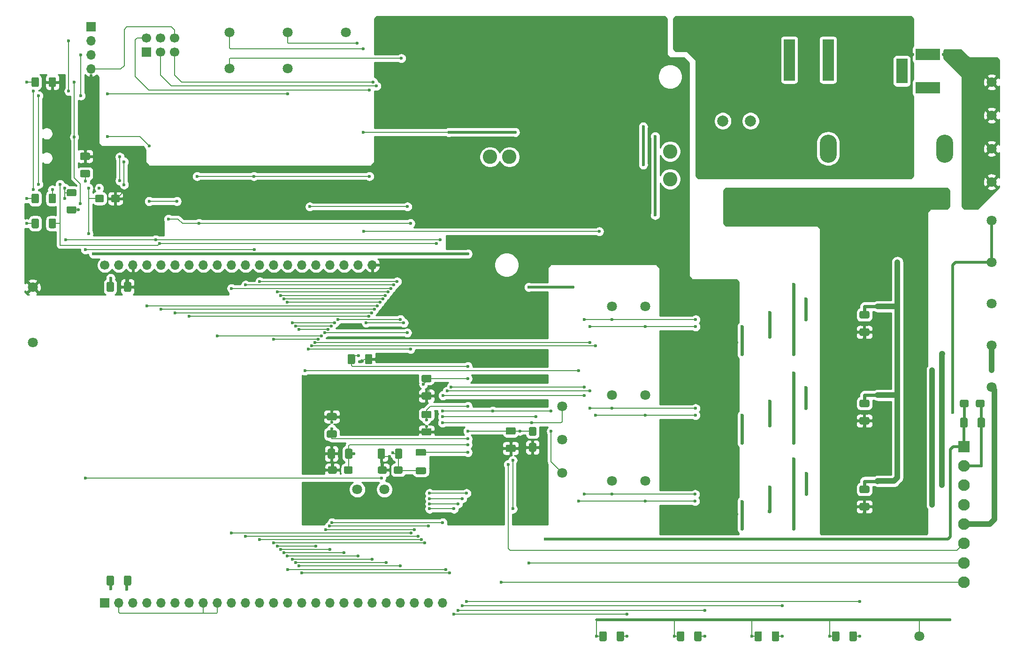
<source format=gbr>
%TF.GenerationSoftware,KiCad,Pcbnew,(5.1.7)-1*%
%TF.CreationDate,2021-02-07T17:43:08+09:00*%
%TF.ProjectId,BLDC_Motor_Controller_Ver2.0A,424c4443-5f4d-46f7-946f-725f436f6e74,Ver 2.0A*%
%TF.SameCoordinates,Original*%
%TF.FileFunction,Copper,L2,Bot*%
%TF.FilePolarity,Positive*%
%FSLAX46Y46*%
G04 Gerber Fmt 4.6, Leading zero omitted, Abs format (unit mm)*
G04 Created by KiCad (PCBNEW (5.1.7)-1) date 2021-02-07 17:43:08*
%MOMM*%
%LPD*%
G01*
G04 APERTURE LIST*
%TA.AperFunction,ComponentPad*%
%ADD10C,1.800000*%
%TD*%
%TA.AperFunction,ComponentPad*%
%ADD11O,3.048000X5.080000*%
%TD*%
%TA.AperFunction,ComponentPad*%
%ADD12R,4.500000X2.000000*%
%TD*%
%TA.AperFunction,ComponentPad*%
%ADD13R,2.000000X4.500000*%
%TD*%
%TA.AperFunction,ComponentPad*%
%ADD14C,1.700000*%
%TD*%
%TA.AperFunction,ComponentPad*%
%ADD15R,1.700000X1.700000*%
%TD*%
%TA.AperFunction,ComponentPad*%
%ADD16O,1.700000X1.700000*%
%TD*%
%TA.AperFunction,ComponentPad*%
%ADD17C,2.100000*%
%TD*%
%TA.AperFunction,ComponentPad*%
%ADD18R,2.100000X2.100000*%
%TD*%
%TA.AperFunction,ComponentPad*%
%ADD19C,2.600000*%
%TD*%
%TA.AperFunction,ComponentPad*%
%ADD20R,2.000000X7.500000*%
%TD*%
%TA.AperFunction,ComponentPad*%
%ADD21C,2.000000*%
%TD*%
%TA.AperFunction,ViaPad*%
%ADD22C,0.600000*%
%TD*%
%TA.AperFunction,ViaPad*%
%ADD23C,1.000000*%
%TD*%
%TA.AperFunction,Conductor*%
%ADD24C,0.500000*%
%TD*%
%TA.AperFunction,Conductor*%
%ADD25C,0.600000*%
%TD*%
%TA.AperFunction,Conductor*%
%ADD26C,1.000000*%
%TD*%
%TA.AperFunction,Conductor*%
%ADD27C,0.200000*%
%TD*%
%TA.AperFunction,Conductor*%
%ADD28C,0.254000*%
%TD*%
%TA.AperFunction,Conductor*%
%ADD29C,0.100000*%
%TD*%
G04 APERTURE END LIST*
D10*
%TO.P,TP21,1*%
%TO.N,GND*%
X117000000Y-38000000D03*
%TD*%
%TO.P,C15,2*%
%TO.N,GND*%
%TA.AperFunction,SMDPad,CuDef*%
G36*
G01*
X164042500Y-146349998D02*
X164042500Y-147650002D01*
G75*
G02*
X163792502Y-147900000I-249998J0D01*
G01*
X162967498Y-147900000D01*
G75*
G02*
X162717500Y-147650002I0J249998D01*
G01*
X162717500Y-146349998D01*
G75*
G02*
X162967498Y-146100000I249998J0D01*
G01*
X163792502Y-146100000D01*
G75*
G02*
X164042500Y-146349998I0J-249998D01*
G01*
G37*
%TD.AperFunction*%
%TO.P,C15,1*%
%TO.N,SW1*%
%TA.AperFunction,SMDPad,CuDef*%
G36*
G01*
X167167500Y-146349998D02*
X167167500Y-147650002D01*
G75*
G02*
X166917502Y-147900000I-249998J0D01*
G01*
X166092498Y-147900000D01*
G75*
G02*
X165842500Y-147650002I0J249998D01*
G01*
X165842500Y-146349998D01*
G75*
G02*
X166092498Y-146100000I249998J0D01*
G01*
X166917502Y-146100000D01*
G75*
G02*
X167167500Y-146349998I0J-249998D01*
G01*
G37*
%TD.AperFunction*%
%TD*%
%TO.P,C16,1*%
%TO.N,SW2*%
%TA.AperFunction,SMDPad,CuDef*%
G36*
G01*
X181175000Y-146349998D02*
X181175000Y-147650002D01*
G75*
G02*
X180925002Y-147900000I-249998J0D01*
G01*
X180099998Y-147900000D01*
G75*
G02*
X179850000Y-147650002I0J249998D01*
G01*
X179850000Y-146349998D01*
G75*
G02*
X180099998Y-146100000I249998J0D01*
G01*
X180925002Y-146100000D01*
G75*
G02*
X181175000Y-146349998I0J-249998D01*
G01*
G37*
%TD.AperFunction*%
%TO.P,C16,2*%
%TO.N,GND*%
%TA.AperFunction,SMDPad,CuDef*%
G36*
G01*
X178050000Y-146349998D02*
X178050000Y-147650002D01*
G75*
G02*
X177800002Y-147900000I-249998J0D01*
G01*
X176974998Y-147900000D01*
G75*
G02*
X176725000Y-147650002I0J249998D01*
G01*
X176725000Y-146349998D01*
G75*
G02*
X176974998Y-146100000I249998J0D01*
G01*
X177800002Y-146100000D01*
G75*
G02*
X178050000Y-146349998I0J-249998D01*
G01*
G37*
%TD.AperFunction*%
%TD*%
%TO.P,C17,2*%
%TO.N,GND*%
%TA.AperFunction,SMDPad,CuDef*%
G36*
G01*
X192050000Y-146349998D02*
X192050000Y-147650002D01*
G75*
G02*
X191800002Y-147900000I-249998J0D01*
G01*
X190974998Y-147900000D01*
G75*
G02*
X190725000Y-147650002I0J249998D01*
G01*
X190725000Y-146349998D01*
G75*
G02*
X190974998Y-146100000I249998J0D01*
G01*
X191800002Y-146100000D01*
G75*
G02*
X192050000Y-146349998I0J-249998D01*
G01*
G37*
%TD.AperFunction*%
%TO.P,C17,1*%
%TO.N,SW3*%
%TA.AperFunction,SMDPad,CuDef*%
G36*
G01*
X195175000Y-146349998D02*
X195175000Y-147650002D01*
G75*
G02*
X194925002Y-147900000I-249998J0D01*
G01*
X194099998Y-147900000D01*
G75*
G02*
X193850000Y-147650002I0J249998D01*
G01*
X193850000Y-146349998D01*
G75*
G02*
X194099998Y-146100000I249998J0D01*
G01*
X194925002Y-146100000D01*
G75*
G02*
X195175000Y-146349998I0J-249998D01*
G01*
G37*
%TD.AperFunction*%
%TD*%
%TO.P,C18,1*%
%TO.N,SW4*%
%TA.AperFunction,SMDPad,CuDef*%
G36*
G01*
X209167500Y-146349998D02*
X209167500Y-147650002D01*
G75*
G02*
X208917502Y-147900000I-249998J0D01*
G01*
X208092498Y-147900000D01*
G75*
G02*
X207842500Y-147650002I0J249998D01*
G01*
X207842500Y-146349998D01*
G75*
G02*
X208092498Y-146100000I249998J0D01*
G01*
X208917502Y-146100000D01*
G75*
G02*
X209167500Y-146349998I0J-249998D01*
G01*
G37*
%TD.AperFunction*%
%TO.P,C18,2*%
%TO.N,GND*%
%TA.AperFunction,SMDPad,CuDef*%
G36*
G01*
X206042500Y-146349998D02*
X206042500Y-147650002D01*
G75*
G02*
X205792502Y-147900000I-249998J0D01*
G01*
X204967498Y-147900000D01*
G75*
G02*
X204717500Y-147650002I0J249998D01*
G01*
X204717500Y-146349998D01*
G75*
G02*
X204967498Y-146100000I249998J0D01*
G01*
X205792502Y-146100000D01*
G75*
G02*
X206042500Y-146349998I0J-249998D01*
G01*
G37*
%TD.AperFunction*%
%TD*%
%TO.P,C20,2*%
%TO.N,GND*%
%TA.AperFunction,SMDPad,CuDef*%
G36*
G01*
X115350000Y-116574999D02*
X115350000Y-117425001D01*
G75*
G02*
X115100001Y-117675000I-249999J0D01*
G01*
X114024999Y-117675000D01*
G75*
G02*
X113775000Y-117425001I0J249999D01*
G01*
X113775000Y-116574999D01*
G75*
G02*
X114024999Y-116325000I249999J0D01*
G01*
X115100001Y-116325000D01*
G75*
G02*
X115350000Y-116574999I0J-249999D01*
G01*
G37*
%TD.AperFunction*%
%TO.P,C20,1*%
%TO.N,+3.3V*%
%TA.AperFunction,SMDPad,CuDef*%
G36*
G01*
X118225000Y-116574999D02*
X118225000Y-117425001D01*
G75*
G02*
X117975001Y-117675000I-249999J0D01*
G01*
X116899999Y-117675000D01*
G75*
G02*
X116650000Y-117425001I0J249999D01*
G01*
X116650000Y-116574999D01*
G75*
G02*
X116899999Y-116325000I249999J0D01*
G01*
X117975001Y-116325000D01*
G75*
G02*
X118225000Y-116574999I0J-249999D01*
G01*
G37*
%TD.AperFunction*%
%TD*%
%TO.P,C21,2*%
%TO.N,GND*%
%TA.AperFunction,SMDPad,CuDef*%
G36*
G01*
X130899998Y-109450000D02*
X132200002Y-109450000D01*
G75*
G02*
X132450000Y-109699998I0J-249998D01*
G01*
X132450000Y-110525002D01*
G75*
G02*
X132200002Y-110775000I-249998J0D01*
G01*
X130899998Y-110775000D01*
G75*
G02*
X130650000Y-110525002I0J249998D01*
G01*
X130650000Y-109699998D01*
G75*
G02*
X130899998Y-109450000I249998J0D01*
G01*
G37*
%TD.AperFunction*%
%TO.P,C21,1*%
%TO.N,+3.3V*%
%TA.AperFunction,SMDPad,CuDef*%
G36*
G01*
X130899998Y-106325000D02*
X132200002Y-106325000D01*
G75*
G02*
X132450000Y-106574998I0J-249998D01*
G01*
X132450000Y-107400002D01*
G75*
G02*
X132200002Y-107650000I-249998J0D01*
G01*
X130899998Y-107650000D01*
G75*
G02*
X130650000Y-107400002I0J249998D01*
G01*
X130650000Y-106574998D01*
G75*
G02*
X130899998Y-106325000I249998J0D01*
G01*
G37*
%TD.AperFunction*%
%TD*%
%TO.P,C22,1*%
%TO.N,+3.3V*%
%TA.AperFunction,SMDPad,CuDef*%
G36*
G01*
X130899998Y-99825000D02*
X132200002Y-99825000D01*
G75*
G02*
X132450000Y-100074998I0J-249998D01*
G01*
X132450000Y-100900002D01*
G75*
G02*
X132200002Y-101150000I-249998J0D01*
G01*
X130899998Y-101150000D01*
G75*
G02*
X130650000Y-100900002I0J249998D01*
G01*
X130650000Y-100074998D01*
G75*
G02*
X130899998Y-99825000I249998J0D01*
G01*
G37*
%TD.AperFunction*%
%TO.P,C22,2*%
%TO.N,GND*%
%TA.AperFunction,SMDPad,CuDef*%
G36*
G01*
X130899998Y-102950000D02*
X132200002Y-102950000D01*
G75*
G02*
X132450000Y-103199998I0J-249998D01*
G01*
X132450000Y-104025002D01*
G75*
G02*
X132200002Y-104275000I-249998J0D01*
G01*
X130899998Y-104275000D01*
G75*
G02*
X130650000Y-104025002I0J249998D01*
G01*
X130650000Y-103199998D01*
G75*
G02*
X130899998Y-102950000I249998J0D01*
G01*
G37*
%TD.AperFunction*%
%TD*%
%TO.P,C23,1*%
%TO.N,+3.3V*%
%TA.AperFunction,SMDPad,CuDef*%
G36*
G01*
X117325000Y-97650002D02*
X117325000Y-96349998D01*
G75*
G02*
X117574998Y-96100000I249998J0D01*
G01*
X118400002Y-96100000D01*
G75*
G02*
X118650000Y-96349998I0J-249998D01*
G01*
X118650000Y-97650002D01*
G75*
G02*
X118400002Y-97900000I-249998J0D01*
G01*
X117574998Y-97900000D01*
G75*
G02*
X117325000Y-97650002I0J249998D01*
G01*
G37*
%TD.AperFunction*%
%TO.P,C23,2*%
%TO.N,GND*%
%TA.AperFunction,SMDPad,CuDef*%
G36*
G01*
X120450000Y-97650002D02*
X120450000Y-96349998D01*
G75*
G02*
X120699998Y-96100000I249998J0D01*
G01*
X121525002Y-96100000D01*
G75*
G02*
X121775000Y-96349998I0J-249998D01*
G01*
X121775000Y-97650002D01*
G75*
G02*
X121525002Y-97900000I-249998J0D01*
G01*
X120699998Y-97900000D01*
G75*
G02*
X120450000Y-97650002I0J249998D01*
G01*
G37*
%TD.AperFunction*%
%TD*%
%TO.P,C24,2*%
%TO.N,GND*%
%TA.AperFunction,SMDPad,CuDef*%
G36*
G01*
X115100002Y-108050000D02*
X113799998Y-108050000D01*
G75*
G02*
X113550000Y-107800002I0J249998D01*
G01*
X113550000Y-106974998D01*
G75*
G02*
X113799998Y-106725000I249998J0D01*
G01*
X115100002Y-106725000D01*
G75*
G02*
X115350000Y-106974998I0J-249998D01*
G01*
X115350000Y-107800002D01*
G75*
G02*
X115100002Y-108050000I-249998J0D01*
G01*
G37*
%TD.AperFunction*%
%TO.P,C24,1*%
%TO.N,+3.3V*%
%TA.AperFunction,SMDPad,CuDef*%
G36*
G01*
X115100002Y-111175000D02*
X113799998Y-111175000D01*
G75*
G02*
X113550000Y-110925002I0J249998D01*
G01*
X113550000Y-110099998D01*
G75*
G02*
X113799998Y-109850000I249998J0D01*
G01*
X115100002Y-109850000D01*
G75*
G02*
X115350000Y-110099998I0J-249998D01*
G01*
X115350000Y-110925002D01*
G75*
G02*
X115100002Y-111175000I-249998J0D01*
G01*
G37*
%TD.AperFunction*%
%TD*%
%TO.P,C25,1*%
%TO.N,+3.3V*%
%TA.AperFunction,SMDPad,CuDef*%
G36*
G01*
X118175000Y-113399998D02*
X118175000Y-114700002D01*
G75*
G02*
X117925002Y-114950000I-249998J0D01*
G01*
X117099998Y-114950000D01*
G75*
G02*
X116850000Y-114700002I0J249998D01*
G01*
X116850000Y-113399998D01*
G75*
G02*
X117099998Y-113150000I249998J0D01*
G01*
X117925002Y-113150000D01*
G75*
G02*
X118175000Y-113399998I0J-249998D01*
G01*
G37*
%TD.AperFunction*%
%TO.P,C25,2*%
%TO.N,GND*%
%TA.AperFunction,SMDPad,CuDef*%
G36*
G01*
X115050000Y-113399998D02*
X115050000Y-114700002D01*
G75*
G02*
X114800002Y-114950000I-249998J0D01*
G01*
X113974998Y-114950000D01*
G75*
G02*
X113725000Y-114700002I0J249998D01*
G01*
X113725000Y-113399998D01*
G75*
G02*
X113974998Y-113150000I249998J0D01*
G01*
X114800002Y-113150000D01*
G75*
G02*
X115050000Y-113399998I0J-249998D01*
G01*
G37*
%TD.AperFunction*%
%TD*%
%TO.P,C28,2*%
%TO.N,GND*%
%TA.AperFunction,SMDPad,CuDef*%
G36*
G01*
X124050000Y-113399998D02*
X124050000Y-114700002D01*
G75*
G02*
X123800002Y-114950000I-249998J0D01*
G01*
X122974998Y-114950000D01*
G75*
G02*
X122725000Y-114700002I0J249998D01*
G01*
X122725000Y-113399998D01*
G75*
G02*
X122974998Y-113150000I249998J0D01*
G01*
X123800002Y-113150000D01*
G75*
G02*
X124050000Y-113399998I0J-249998D01*
G01*
G37*
%TD.AperFunction*%
%TO.P,C28,1*%
%TO.N,Net-(C28-Pad1)*%
%TA.AperFunction,SMDPad,CuDef*%
G36*
G01*
X127175000Y-113399998D02*
X127175000Y-114700002D01*
G75*
G02*
X126925002Y-114950000I-249998J0D01*
G01*
X126099998Y-114950000D01*
G75*
G02*
X125850000Y-114700002I0J249998D01*
G01*
X125850000Y-113399998D01*
G75*
G02*
X126099998Y-113150000I249998J0D01*
G01*
X126925002Y-113150000D01*
G75*
G02*
X127175000Y-113399998I0J-249998D01*
G01*
G37*
%TD.AperFunction*%
%TD*%
%TO.P,C29,1*%
%TO.N,Net-(C28-Pad1)*%
%TA.AperFunction,SMDPad,CuDef*%
G36*
G01*
X127225000Y-116574999D02*
X127225000Y-117425001D01*
G75*
G02*
X126975001Y-117675000I-249999J0D01*
G01*
X125899999Y-117675000D01*
G75*
G02*
X125650000Y-117425001I0J249999D01*
G01*
X125650000Y-116574999D01*
G75*
G02*
X125899999Y-116325000I249999J0D01*
G01*
X126975001Y-116325000D01*
G75*
G02*
X127225000Y-116574999I0J-249999D01*
G01*
G37*
%TD.AperFunction*%
%TO.P,C29,2*%
%TO.N,GND*%
%TA.AperFunction,SMDPad,CuDef*%
G36*
G01*
X124350000Y-116574999D02*
X124350000Y-117425001D01*
G75*
G02*
X124100001Y-117675000I-249999J0D01*
G01*
X123024999Y-117675000D01*
G75*
G02*
X122775000Y-117425001I0J249999D01*
G01*
X122775000Y-116574999D01*
G75*
G02*
X123024999Y-116325000I249999J0D01*
G01*
X124100001Y-116325000D01*
G75*
G02*
X124350000Y-116574999I0J-249999D01*
G01*
G37*
%TD.AperFunction*%
%TD*%
%TO.P,C46,2*%
%TO.N,GND*%
%TA.AperFunction,SMDPad,CuDef*%
G36*
G01*
X150254999Y-112120000D02*
X151105001Y-112120000D01*
G75*
G02*
X151355000Y-112369999I0J-249999D01*
G01*
X151355000Y-113445001D01*
G75*
G02*
X151105001Y-113695000I-249999J0D01*
G01*
X150254999Y-113695000D01*
G75*
G02*
X150005000Y-113445001I0J249999D01*
G01*
X150005000Y-112369999D01*
G75*
G02*
X150254999Y-112120000I249999J0D01*
G01*
G37*
%TD.AperFunction*%
%TO.P,C46,1*%
%TO.N,+3.3V*%
%TA.AperFunction,SMDPad,CuDef*%
G36*
G01*
X150254999Y-109245000D02*
X151105001Y-109245000D01*
G75*
G02*
X151355000Y-109494999I0J-249999D01*
G01*
X151355000Y-110570001D01*
G75*
G02*
X151105001Y-110820000I-249999J0D01*
G01*
X150254999Y-110820000D01*
G75*
G02*
X150005000Y-110570001I0J249999D01*
G01*
X150005000Y-109494999D01*
G75*
G02*
X150254999Y-109245000I249999J0D01*
G01*
G37*
%TD.AperFunction*%
%TD*%
%TO.P,C48,2*%
%TO.N,GND*%
%TA.AperFunction,SMDPad,CuDef*%
G36*
G01*
X76950000Y-84600002D02*
X76950000Y-83299998D01*
G75*
G02*
X77199998Y-83050000I249998J0D01*
G01*
X78025002Y-83050000D01*
G75*
G02*
X78275000Y-83299998I0J-249998D01*
G01*
X78275000Y-84600002D01*
G75*
G02*
X78025002Y-84850000I-249998J0D01*
G01*
X77199998Y-84850000D01*
G75*
G02*
X76950000Y-84600002I0J249998D01*
G01*
G37*
%TD.AperFunction*%
%TO.P,C48,1*%
%TO.N,+3.3V*%
%TA.AperFunction,SMDPad,CuDef*%
G36*
G01*
X73825000Y-84600002D02*
X73825000Y-83299998D01*
G75*
G02*
X74074998Y-83050000I249998J0D01*
G01*
X74900002Y-83050000D01*
G75*
G02*
X75150000Y-83299998I0J-249998D01*
G01*
X75150000Y-84600002D01*
G75*
G02*
X74900002Y-84850000I-249998J0D01*
G01*
X74074998Y-84850000D01*
G75*
G02*
X73825000Y-84600002I0J249998D01*
G01*
G37*
%TD.AperFunction*%
%TD*%
%TO.P,C49,2*%
%TO.N,GNDA*%
%TA.AperFunction,SMDPad,CuDef*%
G36*
G01*
X209899998Y-91450000D02*
X211200002Y-91450000D01*
G75*
G02*
X211450000Y-91699998I0J-249998D01*
G01*
X211450000Y-92525002D01*
G75*
G02*
X211200002Y-92775000I-249998J0D01*
G01*
X209899998Y-92775000D01*
G75*
G02*
X209650000Y-92525002I0J249998D01*
G01*
X209650000Y-91699998D01*
G75*
G02*
X209899998Y-91450000I249998J0D01*
G01*
G37*
%TD.AperFunction*%
%TO.P,C49,1*%
%TO.N,+24V*%
%TA.AperFunction,SMDPad,CuDef*%
G36*
G01*
X209899998Y-88325000D02*
X211200002Y-88325000D01*
G75*
G02*
X211450000Y-88574998I0J-249998D01*
G01*
X211450000Y-89400002D01*
G75*
G02*
X211200002Y-89650000I-249998J0D01*
G01*
X209899998Y-89650000D01*
G75*
G02*
X209650000Y-89400002I0J249998D01*
G01*
X209650000Y-88574998D01*
G75*
G02*
X209899998Y-88325000I249998J0D01*
G01*
G37*
%TD.AperFunction*%
%TD*%
%TO.P,C50,2*%
%TO.N,GND*%
%TA.AperFunction,SMDPad,CuDef*%
G36*
G01*
X76950000Y-137600002D02*
X76950000Y-136299998D01*
G75*
G02*
X77199998Y-136050000I249998J0D01*
G01*
X78025002Y-136050000D01*
G75*
G02*
X78275000Y-136299998I0J-249998D01*
G01*
X78275000Y-137600002D01*
G75*
G02*
X78025002Y-137850000I-249998J0D01*
G01*
X77199998Y-137850000D01*
G75*
G02*
X76950000Y-137600002I0J249998D01*
G01*
G37*
%TD.AperFunction*%
%TO.P,C50,1*%
%TO.N,+3.3V*%
%TA.AperFunction,SMDPad,CuDef*%
G36*
G01*
X73825000Y-137600002D02*
X73825000Y-136299998D01*
G75*
G02*
X74074998Y-136050000I249998J0D01*
G01*
X74900002Y-136050000D01*
G75*
G02*
X75150000Y-136299998I0J-249998D01*
G01*
X75150000Y-137600002D01*
G75*
G02*
X74900002Y-137850000I-249998J0D01*
G01*
X74074998Y-137850000D01*
G75*
G02*
X73825000Y-137600002I0J249998D01*
G01*
G37*
%TD.AperFunction*%
%TD*%
%TO.P,C51,1*%
%TO.N,+24V*%
%TA.AperFunction,SMDPad,CuDef*%
G36*
G01*
X209899998Y-104325000D02*
X211200002Y-104325000D01*
G75*
G02*
X211450000Y-104574998I0J-249998D01*
G01*
X211450000Y-105400002D01*
G75*
G02*
X211200002Y-105650000I-249998J0D01*
G01*
X209899998Y-105650000D01*
G75*
G02*
X209650000Y-105400002I0J249998D01*
G01*
X209650000Y-104574998D01*
G75*
G02*
X209899998Y-104325000I249998J0D01*
G01*
G37*
%TD.AperFunction*%
%TO.P,C51,2*%
%TO.N,GNDA*%
%TA.AperFunction,SMDPad,CuDef*%
G36*
G01*
X209899998Y-107450000D02*
X211200002Y-107450000D01*
G75*
G02*
X211450000Y-107699998I0J-249998D01*
G01*
X211450000Y-108525002D01*
G75*
G02*
X211200002Y-108775000I-249998J0D01*
G01*
X209899998Y-108775000D01*
G75*
G02*
X209650000Y-108525002I0J249998D01*
G01*
X209650000Y-107699998D01*
G75*
G02*
X209899998Y-107450000I249998J0D01*
G01*
G37*
%TD.AperFunction*%
%TD*%
%TO.P,C52,1*%
%TO.N,+3.3V*%
%TA.AperFunction,SMDPad,CuDef*%
G36*
G01*
X146079998Y-109295000D02*
X147380002Y-109295000D01*
G75*
G02*
X147630000Y-109544998I0J-249998D01*
G01*
X147630000Y-110370002D01*
G75*
G02*
X147380002Y-110620000I-249998J0D01*
G01*
X146079998Y-110620000D01*
G75*
G02*
X145830000Y-110370002I0J249998D01*
G01*
X145830000Y-109544998D01*
G75*
G02*
X146079998Y-109295000I249998J0D01*
G01*
G37*
%TD.AperFunction*%
%TO.P,C52,2*%
%TO.N,GND*%
%TA.AperFunction,SMDPad,CuDef*%
G36*
G01*
X146079998Y-112420000D02*
X147380002Y-112420000D01*
G75*
G02*
X147630000Y-112669998I0J-249998D01*
G01*
X147630000Y-113495002D01*
G75*
G02*
X147380002Y-113745000I-249998J0D01*
G01*
X146079998Y-113745000D01*
G75*
G02*
X145830000Y-113495002I0J249998D01*
G01*
X145830000Y-112669998D01*
G75*
G02*
X146079998Y-112420000I249998J0D01*
G01*
G37*
%TD.AperFunction*%
%TD*%
%TO.P,C53,2*%
%TO.N,GNDA*%
%TA.AperFunction,SMDPad,CuDef*%
G36*
G01*
X209899998Y-122950000D02*
X211200002Y-122950000D01*
G75*
G02*
X211450000Y-123199998I0J-249998D01*
G01*
X211450000Y-124025002D01*
G75*
G02*
X211200002Y-124275000I-249998J0D01*
G01*
X209899998Y-124275000D01*
G75*
G02*
X209650000Y-124025002I0J249998D01*
G01*
X209650000Y-123199998D01*
G75*
G02*
X209899998Y-122950000I249998J0D01*
G01*
G37*
%TD.AperFunction*%
%TO.P,C53,1*%
%TO.N,+24V*%
%TA.AperFunction,SMDPad,CuDef*%
G36*
G01*
X209899998Y-119825000D02*
X211200002Y-119825000D01*
G75*
G02*
X211450000Y-120074998I0J-249998D01*
G01*
X211450000Y-120900002D01*
G75*
G02*
X211200002Y-121150000I-249998J0D01*
G01*
X209899998Y-121150000D01*
G75*
G02*
X209650000Y-120900002I0J249998D01*
G01*
X209650000Y-120074998D01*
G75*
G02*
X209899998Y-119825000I249998J0D01*
G01*
G37*
%TD.AperFunction*%
%TD*%
%TO.P,C55,2*%
%TO.N,GND*%
%TA.AperFunction,SMDPad,CuDef*%
G36*
G01*
X230650000Y-105425001D02*
X230650000Y-104574999D01*
G75*
G02*
X230899999Y-104325000I249999J0D01*
G01*
X231975001Y-104325000D01*
G75*
G02*
X232225000Y-104574999I0J-249999D01*
G01*
X232225000Y-105425001D01*
G75*
G02*
X231975001Y-105675000I-249999J0D01*
G01*
X230899999Y-105675000D01*
G75*
G02*
X230650000Y-105425001I0J249999D01*
G01*
G37*
%TD.AperFunction*%
%TO.P,C55,1*%
%TO.N,+5V*%
%TA.AperFunction,SMDPad,CuDef*%
G36*
G01*
X227775000Y-105425001D02*
X227775000Y-104574999D01*
G75*
G02*
X228024999Y-104325000I249999J0D01*
G01*
X229100001Y-104325000D01*
G75*
G02*
X229350000Y-104574999I0J-249999D01*
G01*
X229350000Y-105425001D01*
G75*
G02*
X229100001Y-105675000I-249999J0D01*
G01*
X228024999Y-105675000D01*
G75*
G02*
X227775000Y-105425001I0J249999D01*
G01*
G37*
%TD.AperFunction*%
%TD*%
%TO.P,C57,2*%
%TO.N,GND*%
%TA.AperFunction,SMDPad,CuDef*%
G36*
G01*
X230950000Y-109100002D02*
X230950000Y-107799998D01*
G75*
G02*
X231199998Y-107550000I249998J0D01*
G01*
X232025002Y-107550000D01*
G75*
G02*
X232275000Y-107799998I0J-249998D01*
G01*
X232275000Y-109100002D01*
G75*
G02*
X232025002Y-109350000I-249998J0D01*
G01*
X231199998Y-109350000D01*
G75*
G02*
X230950000Y-109100002I0J249998D01*
G01*
G37*
%TD.AperFunction*%
%TO.P,C57,1*%
%TO.N,+5V*%
%TA.AperFunction,SMDPad,CuDef*%
G36*
G01*
X227825000Y-109100002D02*
X227825000Y-107799998D01*
G75*
G02*
X228074998Y-107550000I249998J0D01*
G01*
X228900002Y-107550000D01*
G75*
G02*
X229150000Y-107799998I0J-249998D01*
G01*
X229150000Y-109100002D01*
G75*
G02*
X228900002Y-109350000I-249998J0D01*
G01*
X228074998Y-109350000D01*
G75*
G02*
X227825000Y-109100002I0J249998D01*
G01*
G37*
%TD.AperFunction*%
%TD*%
%TO.P,C59,2*%
%TO.N,GND*%
%TA.AperFunction,SMDPad,CuDef*%
G36*
G01*
X70600002Y-61050000D02*
X69299998Y-61050000D01*
G75*
G02*
X69050000Y-60800002I0J249998D01*
G01*
X69050000Y-59974998D01*
G75*
G02*
X69299998Y-59725000I249998J0D01*
G01*
X70600002Y-59725000D01*
G75*
G02*
X70850000Y-59974998I0J-249998D01*
G01*
X70850000Y-60800002D01*
G75*
G02*
X70600002Y-61050000I-249998J0D01*
G01*
G37*
%TD.AperFunction*%
%TO.P,C59,1*%
%TO.N,Net-(C59-Pad1)*%
%TA.AperFunction,SMDPad,CuDef*%
G36*
G01*
X70600002Y-64175000D02*
X69299998Y-64175000D01*
G75*
G02*
X69050000Y-63925002I0J249998D01*
G01*
X69050000Y-63099998D01*
G75*
G02*
X69299998Y-62850000I249998J0D01*
G01*
X70600002Y-62850000D01*
G75*
G02*
X70850000Y-63099998I0J-249998D01*
G01*
X70850000Y-63925002D01*
G75*
G02*
X70600002Y-64175000I-249998J0D01*
G01*
G37*
%TD.AperFunction*%
%TD*%
%TO.P,C63,2*%
%TO.N,GND*%
%TA.AperFunction,SMDPad,CuDef*%
G36*
G01*
X74637500Y-68425001D02*
X74637500Y-67574999D01*
G75*
G02*
X74887499Y-67325000I249999J0D01*
G01*
X75962501Y-67325000D01*
G75*
G02*
X76212500Y-67574999I0J-249999D01*
G01*
X76212500Y-68425001D01*
G75*
G02*
X75962501Y-68675000I-249999J0D01*
G01*
X74887499Y-68675000D01*
G75*
G02*
X74637500Y-68425001I0J249999D01*
G01*
G37*
%TD.AperFunction*%
%TO.P,C63,1*%
%TO.N,+3.3V*%
%TA.AperFunction,SMDPad,CuDef*%
G36*
G01*
X71762500Y-68425001D02*
X71762500Y-67574999D01*
G75*
G02*
X72012499Y-67325000I249999J0D01*
G01*
X73087501Y-67325000D01*
G75*
G02*
X73337500Y-67574999I0J-249999D01*
G01*
X73337500Y-68425001D01*
G75*
G02*
X73087501Y-68675000I-249999J0D01*
G01*
X72012499Y-68675000D01*
G75*
G02*
X71762500Y-68425001I0J249999D01*
G01*
G37*
%TD.AperFunction*%
%TD*%
D11*
%TO.P,F1,2*%
%TO.N,Net-(F1-Pad2)*%
X225000000Y-59000000D03*
%TO.P,F1,1*%
%TO.N,Net-(F1-Pad1)*%
X204000000Y-59000000D03*
%TD*%
D12*
%TO.P,J1,2*%
%TO.N,GNDPWR*%
X222000000Y-42000000D03*
%TO.P,J1,1*%
%TO.N,Net-(F1-Pad2)*%
X222000000Y-48000000D03*
D13*
%TO.P,J1,3*%
%TO.N,Net-(J1-Pad3)*%
X217300000Y-45000000D03*
%TD*%
D14*
%TO.P,J2,6*%
%TO.N,GND*%
X86080000Y-39000000D03*
%TO.P,J2,5*%
%TO.N,SWCLK*%
X86080000Y-41540000D03*
%TO.P,J2,4*%
%TO.N,Net-(J2-Pad4)*%
X83540000Y-39000000D03*
%TO.P,J2,3*%
%TO.N,SWDIO*%
X83540000Y-41540000D03*
%TO.P,J2,2*%
%TO.N,NRST*%
X81000000Y-39000000D03*
D15*
%TO.P,J2,1*%
%TO.N,+3.3V*%
X81000000Y-41540000D03*
%TD*%
D16*
%TO.P,J3,4*%
%TO.N,GND*%
X71000000Y-44620000D03*
%TO.P,J3,3*%
%TO.N,UART3_RX*%
X71000000Y-42080000D03*
%TO.P,J3,2*%
%TO.N,UART3_TX*%
X71000000Y-39540000D03*
D15*
%TO.P,J3,1*%
%TO.N,+3.3V*%
X71000000Y-37000000D03*
%TD*%
D17*
%TO.P,J4,5*%
%TO.N,Net-(C35-Pad2)*%
X228500000Y-126750000D03*
D18*
%TO.P,J4,1*%
%TO.N,+5V*%
X228500000Y-112750000D03*
D17*
%TO.P,J4,8*%
%TO.N,Net-(C41-Pad1)*%
X228500000Y-137250000D03*
%TO.P,J4,2*%
%TO.N,GND*%
X228500000Y-116250000D03*
%TO.P,J4,3*%
%TO.N,Net-(C33-Pad2)*%
X228500000Y-119750000D03*
%TO.P,J4,6*%
%TO.N,Net-(C39-Pad1)*%
X228500000Y-130250000D03*
%TO.P,J4,7*%
%TO.N,Net-(C40-Pad1)*%
X228500000Y-133750000D03*
%TO.P,J4,4*%
%TO.N,Net-(C34-Pad2)*%
X228500000Y-123250000D03*
%TD*%
D19*
%TO.P,L1,2*%
%TO.N,+5V*%
X146500000Y-60500000D03*
%TO.P,L1,1*%
%TO.N,Net-(D4-PadK)*%
X143000000Y-60500000D03*
%TD*%
%TO.P,L2,2*%
%TO.N,+12V*%
X175500000Y-59500000D03*
%TO.P,L2,1*%
%TO.N,Net-(D3-PadK)*%
X175500000Y-64500000D03*
%TD*%
%TO.P,L3,1*%
%TO.N,Net-(C28-Pad1)*%
%TA.AperFunction,SMDPad,CuDef*%
G36*
G01*
X131225001Y-117750000D02*
X129824999Y-117750000D01*
G75*
G02*
X129575000Y-117500001I0J249999D01*
G01*
X129575000Y-116774999D01*
G75*
G02*
X129824999Y-116525000I249999J0D01*
G01*
X131225001Y-116525000D01*
G75*
G02*
X131475000Y-116774999I0J-249999D01*
G01*
X131475000Y-117500001D01*
G75*
G02*
X131225001Y-117750000I-249999J0D01*
G01*
G37*
%TD.AperFunction*%
%TO.P,L3,2*%
%TO.N,+3.3V*%
%TA.AperFunction,SMDPad,CuDef*%
G36*
G01*
X131225001Y-114425000D02*
X129824999Y-114425000D01*
G75*
G02*
X129575000Y-114175001I0J249999D01*
G01*
X129575000Y-113449999D01*
G75*
G02*
X129824999Y-113200000I249999J0D01*
G01*
X131225001Y-113200000D01*
G75*
G02*
X131475000Y-113449999I0J-249999D01*
G01*
X131475000Y-114175001D01*
G75*
G02*
X131225001Y-114425000I-249999J0D01*
G01*
G37*
%TD.AperFunction*%
%TD*%
%TO.P,R27,2*%
%TO.N,Net-(D17-Pad1)*%
%TA.AperFunction,SMDPad,CuDef*%
G36*
G01*
X61600000Y-46374999D02*
X61600000Y-47625001D01*
G75*
G02*
X61350001Y-47875000I-249999J0D01*
G01*
X60549999Y-47875000D01*
G75*
G02*
X60300000Y-47625001I0J249999D01*
G01*
X60300000Y-46374999D01*
G75*
G02*
X60549999Y-46125000I249999J0D01*
G01*
X61350001Y-46125000D01*
G75*
G02*
X61600000Y-46374999I0J-249999D01*
G01*
G37*
%TD.AperFunction*%
%TO.P,R27,1*%
%TO.N,GND*%
%TA.AperFunction,SMDPad,CuDef*%
G36*
G01*
X64700000Y-46374999D02*
X64700000Y-47625001D01*
G75*
G02*
X64450001Y-47875000I-249999J0D01*
G01*
X63649999Y-47875000D01*
G75*
G02*
X63400000Y-47625001I0J249999D01*
G01*
X63400000Y-46374999D01*
G75*
G02*
X63649999Y-46125000I249999J0D01*
G01*
X64450001Y-46125000D01*
G75*
G02*
X64700000Y-46374999I0J-249999D01*
G01*
G37*
%TD.AperFunction*%
%TD*%
%TO.P,R28,2*%
%TO.N,Net-(D18-Pad1)*%
%TA.AperFunction,SMDPad,CuDef*%
G36*
G01*
X61600000Y-71874999D02*
X61600000Y-73125001D01*
G75*
G02*
X61350001Y-73375000I-249999J0D01*
G01*
X60549999Y-73375000D01*
G75*
G02*
X60300000Y-73125001I0J249999D01*
G01*
X60300000Y-71874999D01*
G75*
G02*
X60549999Y-71625000I249999J0D01*
G01*
X61350001Y-71625000D01*
G75*
G02*
X61600000Y-71874999I0J-249999D01*
G01*
G37*
%TD.AperFunction*%
%TO.P,R28,1*%
%TO.N,UART3_RX*%
%TA.AperFunction,SMDPad,CuDef*%
G36*
G01*
X64700000Y-71874999D02*
X64700000Y-73125001D01*
G75*
G02*
X64450001Y-73375000I-249999J0D01*
G01*
X63649999Y-73375000D01*
G75*
G02*
X63400000Y-73125001I0J249999D01*
G01*
X63400000Y-71874999D01*
G75*
G02*
X63649999Y-71625000I249999J0D01*
G01*
X64450001Y-71625000D01*
G75*
G02*
X64700000Y-71874999I0J-249999D01*
G01*
G37*
%TD.AperFunction*%
%TD*%
%TO.P,R29,2*%
%TO.N,Net-(D19-Pad1)*%
%TA.AperFunction,SMDPad,CuDef*%
G36*
G01*
X61600000Y-67374999D02*
X61600000Y-68625001D01*
G75*
G02*
X61350001Y-68875000I-249999J0D01*
G01*
X60549999Y-68875000D01*
G75*
G02*
X60300000Y-68625001I0J249999D01*
G01*
X60300000Y-67374999D01*
G75*
G02*
X60549999Y-67125000I249999J0D01*
G01*
X61350001Y-67125000D01*
G75*
G02*
X61600000Y-67374999I0J-249999D01*
G01*
G37*
%TD.AperFunction*%
%TO.P,R29,1*%
%TO.N,UART3_TX*%
%TA.AperFunction,SMDPad,CuDef*%
G36*
G01*
X64700000Y-67374999D02*
X64700000Y-68625001D01*
G75*
G02*
X64450001Y-68875000I-249999J0D01*
G01*
X63649999Y-68875000D01*
G75*
G02*
X63400000Y-68625001I0J249999D01*
G01*
X63400000Y-67374999D01*
G75*
G02*
X63649999Y-67125000I249999J0D01*
G01*
X64450001Y-67125000D01*
G75*
G02*
X64700000Y-67374999I0J-249999D01*
G01*
G37*
%TD.AperFunction*%
%TD*%
%TO.P,R30,2*%
%TO.N,Net-(R30-Pad2)*%
%TA.AperFunction,SMDPad,CuDef*%
G36*
G01*
X66874999Y-69400000D02*
X68125001Y-69400000D01*
G75*
G02*
X68375000Y-69649999I0J-249999D01*
G01*
X68375000Y-70450001D01*
G75*
G02*
X68125001Y-70700000I-249999J0D01*
G01*
X66874999Y-70700000D01*
G75*
G02*
X66625000Y-70450001I0J249999D01*
G01*
X66625000Y-69649999D01*
G75*
G02*
X66874999Y-69400000I249999J0D01*
G01*
G37*
%TD.AperFunction*%
%TO.P,R30,1*%
%TO.N,+3.3V*%
%TA.AperFunction,SMDPad,CuDef*%
G36*
G01*
X66874999Y-66300000D02*
X68125001Y-66300000D01*
G75*
G02*
X68375000Y-66549999I0J-249999D01*
G01*
X68375000Y-67350001D01*
G75*
G02*
X68125001Y-67600000I-249999J0D01*
G01*
X66874999Y-67600000D01*
G75*
G02*
X66625000Y-67350001I0J249999D01*
G01*
X66625000Y-66549999D01*
G75*
G02*
X66874999Y-66300000I249999J0D01*
G01*
G37*
%TD.AperFunction*%
%TD*%
D20*
%TO.P,SW1,2*%
%TO.N,Net-(D1-PadA)*%
X197000000Y-43000000D03*
%TO.P,SW1,1*%
%TO.N,Net-(F1-Pad1)*%
X204000000Y-43000000D03*
%TD*%
D21*
%TO.P,TH1,1*%
%TO.N,+24V*%
X185000000Y-54000000D03*
%TO.P,TH1,2*%
%TO.N,Net-(D1-PadK)*%
X190000000Y-54000000D03*
%TD*%
D10*
%TO.P,TP1,1*%
%TO.N,+24V*%
X96000000Y-38000000D03*
%TD*%
%TO.P,TP2,1*%
%TO.N,+12V*%
X106500000Y-38000000D03*
%TD*%
%TO.P,TP3,1*%
%TO.N,+5V*%
X96000000Y-44500000D03*
%TD*%
%TO.P,TP4,1*%
%TO.N,+3.3V*%
X106500000Y-44500000D03*
%TD*%
%TO.P,TP5,1*%
%TO.N,UT*%
X165000000Y-87500000D03*
%TD*%
%TO.P,TP6,1*%
%TO.N,UB*%
X171000000Y-87500000D03*
%TD*%
%TO.P,TP7,1*%
%TO.N,VT*%
X165000000Y-103500000D03*
%TD*%
%TO.P,TP8,1*%
%TO.N,VB*%
X171000000Y-103500000D03*
%TD*%
%TO.P,TP9,1*%
%TO.N,WT*%
X165000000Y-119000000D03*
%TD*%
%TO.P,TP10,1*%
%TO.N,WB*%
X171000000Y-119000000D03*
%TD*%
%TO.P,TP11,1*%
%TO.N,Net-(C33-Pad2)*%
X233500000Y-87000000D03*
%TD*%
%TO.P,TP12,1*%
%TO.N,Net-(C34-Pad2)*%
X233500000Y-94500000D03*
%TD*%
%TO.P,TP13,1*%
%TO.N,Net-(C35-Pad2)*%
X233500000Y-102000000D03*
%TD*%
%TO.P,TP14,1*%
%TO.N,HA*%
X156000000Y-105500000D03*
%TD*%
%TO.P,TP15,1*%
%TO.N,HB*%
X156000000Y-111500000D03*
%TD*%
%TO.P,TP16,1*%
%TO.N,HC*%
X156000000Y-117500000D03*
%TD*%
%TO.P,TP17,1*%
%TO.N,GNDPWR*%
X233500000Y-65000000D03*
%TD*%
%TO.P,TP18,1*%
%TO.N,GNDPWR*%
X233500000Y-59000000D03*
%TD*%
%TO.P,TP19,1*%
%TO.N,GNDPWR*%
X233500000Y-53000000D03*
%TD*%
%TO.P,TP20,1*%
%TO.N,GNDPWR*%
X233500000Y-47000000D03*
%TD*%
%TO.P,TP22,1*%
%TO.N,GND*%
X60500000Y-84000000D03*
%TD*%
%TO.P,TP23,1*%
%TO.N,GND*%
X60500000Y-94000000D03*
%TD*%
%TO.P,TP24,1*%
%TO.N,GND*%
X220500000Y-147000000D03*
%TD*%
%TO.P,TP25,1*%
%TO.N,GND*%
X233500000Y-72000000D03*
%TD*%
%TO.P,TP26,1*%
%TO.N,GND*%
X233500000Y-79500000D03*
%TD*%
D16*
%TO.P,U9,7*%
%TO.N,~TFT_WR*%
X88760000Y-141000000D03*
%TO.P,U9,8*%
%TO.N,+3.3V*%
X91300000Y-141000000D03*
%TO.P,U9,10*%
%TO.N,TFT_D0*%
X96380000Y-141000000D03*
%TO.P,U9,17*%
%TO.N,TFT_D7*%
X114160000Y-141000000D03*
%TO.P,U9,18*%
%TO.N,TFT_D8*%
X116700000Y-141000000D03*
%TO.P,U9,24*%
%TO.N,TFT_D14*%
X131940000Y-141000000D03*
%TO.P,U9,6*%
%TO.N,TFT_RS*%
X86220000Y-141000000D03*
%TO.P,U9,4*%
%TO.N,~TFT_RST*%
X81140000Y-141000000D03*
%TO.P,U9,21*%
%TO.N,TFT_D11*%
X124320000Y-141000000D03*
%TO.P,U9,5*%
%TO.N,~TFT_CS*%
X83680000Y-141000000D03*
%TO.P,U9,14*%
%TO.N,TFT_D4*%
X106540000Y-141000000D03*
%TO.P,U9,9*%
%TO.N,+3.3V*%
X93840000Y-141000000D03*
%TO.P,U9,13*%
%TO.N,TFT_D3*%
X104000000Y-141000000D03*
%TO.P,U9,20*%
%TO.N,TFT_D10*%
X121780000Y-141000000D03*
%TO.P,U9,22*%
%TO.N,TFT_D12*%
X126860000Y-141000000D03*
%TO.P,U9,19*%
%TO.N,TFT_D9*%
X119240000Y-141000000D03*
%TO.P,U9,11*%
%TO.N,TFT_D1*%
X98920000Y-141000000D03*
%TO.P,U9,16*%
%TO.N,TFT_D6*%
X111620000Y-141000000D03*
%TO.P,U9,25*%
%TO.N,TFT_D15*%
X134480000Y-141000000D03*
%TO.P,U9,2*%
%TO.N,+3.3V*%
X76060000Y-141000000D03*
%TO.P,U9,23*%
%TO.N,TFT_D13*%
X129400000Y-141000000D03*
D15*
%TO.P,U9,1*%
%TO.N,+3.3V*%
X73520000Y-141000000D03*
D16*
%TO.P,U9,3*%
%TO.N,GND*%
X78600000Y-141000000D03*
%TO.P,U9,15*%
%TO.N,TFT_D5*%
X109080000Y-141000000D03*
%TO.P,U9,12*%
%TO.N,TFT_D2*%
X101460000Y-141000000D03*
%TO.P,U9,41*%
%TO.N,Net-(U9-Pad41)*%
X111620000Y-80000000D03*
D14*
%TO.P,U9,26*%
%TO.N,+3.3V*%
X73520000Y-80000000D03*
D16*
%TO.P,U9,37*%
%TO.N,SPI2_SCK*%
X101460000Y-80000000D03*
%TO.P,U9,43*%
%TO.N,Net-(U9-Pad43)*%
X116700000Y-80000000D03*
%TO.P,U9,44*%
%TO.N,Net-(U9-Pad44)*%
X119240000Y-80000000D03*
%TO.P,U9,35*%
%TO.N,SPI2_MOSI*%
X96380000Y-80000000D03*
%TO.P,U9,38*%
%TO.N,~TS_INT*%
X104000000Y-80000000D03*
%TO.P,U9,45*%
%TO.N,GND*%
X121780000Y-80000000D03*
%TO.P,U9,36*%
%TO.N,SPI2_MISO*%
X98920000Y-80000000D03*
%TO.P,U9,40*%
%TO.N,Net-(U9-Pad40)*%
X109080000Y-80000000D03*
%TO.P,U9,39*%
%TO.N,Net-(U9-Pad39)*%
X106540000Y-80000000D03*
%TO.P,U9,42*%
%TO.N,Net-(U9-Pad42)*%
X114160000Y-80000000D03*
%TO.P,U9,29*%
%TO.N,Net-(U9-Pad29)*%
X81140000Y-80000000D03*
%TO.P,U9,34*%
%TO.N,~TS_CS*%
X93840000Y-80000000D03*
%TO.P,U9,27*%
%TO.N,+3.3V*%
X76060000Y-80000000D03*
%TO.P,U9,28*%
%TO.N,GND*%
X78600000Y-80000000D03*
%TO.P,U9,31*%
%TO.N,Net-(U9-Pad31)*%
X86220000Y-80000000D03*
%TO.P,U9,33*%
%TO.N,Net-(U9-Pad33)*%
X91300000Y-80000000D03*
%TO.P,U9,32*%
%TO.N,Net-(U9-Pad32)*%
X88760000Y-80000000D03*
%TO.P,U9,30*%
%TO.N,Net-(U9-Pad30)*%
X83680000Y-80000000D03*
%TD*%
D10*
%TO.P,Y1,2*%
%TO.N,Net-(C27-Pad1)*%
X123940940Y-120500000D03*
%TO.P,Y1,1*%
%TO.N,Net-(C26-Pad1)*%
X119059060Y-120500000D03*
%TD*%
D22*
%TO.N,+24V*%
X170640000Y-55050000D03*
X170640000Y-61900000D03*
X135600000Y-56050000D03*
X147550000Y-56050000D03*
D23*
X212950000Y-87500000D03*
X212950000Y-103480000D03*
X212950000Y-119010000D03*
X216500000Y-79500000D03*
D22*
X120170000Y-56050000D03*
X120170000Y-41000000D03*
%TO.N,GND*%
X131550000Y-109150000D03*
X114450000Y-108350000D03*
X124850000Y-114560000D03*
X119930000Y-97360000D03*
X132020000Y-101940000D03*
X144980000Y-113080000D03*
X77440000Y-82380000D03*
X77440000Y-138480000D03*
X72300000Y-60450000D03*
X72300000Y-63620000D03*
X76500000Y-66450000D03*
D23*
X233500000Y-79500000D03*
D22*
X231610000Y-116250000D03*
X162250000Y-147000000D03*
X176250000Y-147000000D03*
X190250000Y-147000000D03*
X204250000Y-147000000D03*
X226000000Y-144000000D03*
X172500000Y-40000000D03*
X172500000Y-45000000D03*
X167500000Y-45000000D03*
X167500000Y-40000000D03*
X162500000Y-40000000D03*
X162500000Y-45000000D03*
X157500000Y-45000000D03*
X157500000Y-40000000D03*
X152500000Y-45000000D03*
X147500000Y-45000000D03*
X147500000Y-40000000D03*
X152500000Y-39800000D03*
X157500000Y-50000000D03*
X162500000Y-50000000D03*
X167500000Y-50000000D03*
X172500000Y-50000000D03*
X147500000Y-50000000D03*
X152500000Y-65000000D03*
X147500000Y-65000000D03*
X157500000Y-65000000D03*
X162500000Y-65000000D03*
X157500000Y-70000000D03*
X157500000Y-75000000D03*
X152500000Y-75000000D03*
X152500000Y-80000000D03*
X162500000Y-75000000D03*
X167500000Y-75000000D03*
X172500000Y-75000000D03*
X177500000Y-80000000D03*
X177500000Y-75000000D03*
X152500000Y-85000000D03*
X152500000Y-90000000D03*
X147500000Y-90000000D03*
X147500000Y-85000000D03*
X142500000Y-85000000D03*
X142500000Y-90000000D03*
X152500000Y-100000000D03*
X147500000Y-100000000D03*
X142500000Y-100000000D03*
X142500000Y-105000000D03*
X147500000Y-105000000D03*
X152500000Y-105000000D03*
X137500000Y-85000000D03*
X137500000Y-90000000D03*
X132500000Y-85000000D03*
X132500000Y-90000000D03*
X177500000Y-95000000D03*
X177500000Y-125000000D03*
X182500000Y-125000000D03*
X187500000Y-125000000D03*
X132500000Y-80000000D03*
X137500000Y-80000000D03*
X142500000Y-80000000D03*
X142500000Y-75000000D03*
X137500000Y-75000000D03*
X147500000Y-75000000D03*
X137500000Y-70000000D03*
X132500000Y-65000000D03*
X132500000Y-40000000D03*
X132500000Y-45000000D03*
X132500000Y-50000000D03*
X132500000Y-55000000D03*
X140000000Y-62500000D03*
X127500000Y-55000000D03*
X122500000Y-40000000D03*
X122500000Y-45000000D03*
X97500000Y-62500000D03*
X92500000Y-62500000D03*
X102500000Y-62500000D03*
X107500000Y-62500000D03*
X112500000Y-62500000D03*
X117500000Y-62500000D03*
X112500000Y-67500000D03*
X117500000Y-67500000D03*
X102500000Y-67500000D03*
X97500000Y-67500000D03*
X87500000Y-67500000D03*
X82500000Y-67500000D03*
X77500000Y-67500000D03*
X82500000Y-82500000D03*
X87500000Y-82500000D03*
X92500000Y-82500000D03*
X112500000Y-112500000D03*
X112500000Y-117500000D03*
X112500000Y-122500000D03*
X117500000Y-122500000D03*
X112500000Y-107500000D03*
X119500000Y-102000000D03*
X119500000Y-109000000D03*
X126500000Y-109000000D03*
X126500000Y-102000000D03*
X117500000Y-100000000D03*
X142500000Y-96000000D03*
X147500000Y-96000000D03*
X152500000Y-96000000D03*
X132000000Y-96500000D03*
X127500000Y-96500000D03*
X129750000Y-96500000D03*
X187500000Y-85000000D03*
X187500000Y-87000000D03*
X185500000Y-87000000D03*
X185500000Y-94000000D03*
X187500000Y-94000000D03*
X187500000Y-97000000D03*
X181500000Y-95000000D03*
X181500000Y-97000000D03*
X177500000Y-99000000D03*
X177500000Y-110000000D03*
X177500000Y-112500000D03*
X182500000Y-110000000D03*
X231600000Y-106600000D03*
X226500000Y-106600000D03*
X172500000Y-35500000D03*
X167500000Y-35500000D03*
X162500000Y-35500000D03*
X157500000Y-35500000D03*
X152500000Y-35500000D03*
X147500000Y-35500000D03*
X140000000Y-35500000D03*
X132500000Y-35500000D03*
X125000000Y-35500000D03*
X137500000Y-110000000D03*
X134000000Y-110000000D03*
X137500000Y-104500000D03*
X137500000Y-96500000D03*
X137500000Y-115500000D03*
X137500000Y-119000000D03*
X142500000Y-114000000D03*
X142500000Y-111000000D03*
X142500000Y-118000000D03*
X142500000Y-122000000D03*
X142500000Y-126000000D03*
X147500000Y-126000000D03*
X151500000Y-126000000D03*
X134000000Y-115500000D03*
X134000000Y-119000000D03*
X131000000Y-119000000D03*
X81500000Y-74500000D03*
X78000000Y-74500000D03*
X81500000Y-72000000D03*
X148500000Y-122000000D03*
X71000000Y-47000000D03*
X175000000Y-128000000D03*
X175000000Y-144000000D03*
X130000000Y-80000000D03*
X130000000Y-85000000D03*
X130000000Y-90000000D03*
X129000000Y-100000000D03*
X110000000Y-107500000D03*
X110000000Y-112500000D03*
X110000000Y-117500000D03*
X110000000Y-122500000D03*
X121500000Y-122500000D03*
X121500000Y-125000000D03*
X125500000Y-71000000D03*
X121500000Y-71000000D03*
X124500000Y-80000000D03*
X116000000Y-112500000D03*
X110000000Y-103000000D03*
X71000000Y-49500000D03*
X71000000Y-52000000D03*
X66000000Y-52000000D03*
X62500000Y-52000000D03*
X62500000Y-58500000D03*
X177500000Y-128000000D03*
%TO.N,+5V*%
X127000000Y-42700000D03*
X150000000Y-84000000D03*
X158000000Y-84000000D03*
X153000000Y-129500000D03*
%TO.N,+3.3V*%
X131550000Y-107950000D03*
X114450000Y-109550000D03*
X118480000Y-114050000D03*
X119250000Y-96380000D03*
X131010000Y-101510000D03*
X148380000Y-109960000D03*
X74550000Y-82360000D03*
X74560000Y-138470000D03*
X106500000Y-49110000D03*
X74000000Y-49110000D03*
X138990000Y-113810000D03*
X139000000Y-98310000D03*
X139000000Y-100490000D03*
X139000000Y-105490000D03*
X139000000Y-112460000D03*
X139000000Y-111380000D03*
X139000000Y-109960000D03*
X129990000Y-77990000D03*
X139000000Y-77990000D03*
X71430000Y-77990000D03*
X104800000Y-77990000D03*
X119310000Y-77990000D03*
X70590000Y-74370000D03*
X72500000Y-66120000D03*
X70590000Y-66120000D03*
X66280000Y-66120000D03*
X66280000Y-68000000D03*
X74000000Y-56800000D03*
X86510000Y-77990000D03*
X81500000Y-58500000D03*
X81500000Y-68500000D03*
X86500000Y-68500000D03*
%TO.N,GNDPWR*%
X225500000Y-42000000D03*
X228000000Y-42000000D03*
X230000000Y-45000000D03*
X230000000Y-50000000D03*
X230000000Y-55000000D03*
X230000000Y-60000000D03*
X230000000Y-65000000D03*
X217500000Y-37500000D03*
X217500000Y-52500000D03*
X217500000Y-57500000D03*
X217500000Y-62500000D03*
X212500000Y-62500000D03*
X212500000Y-57500000D03*
X212500000Y-52500000D03*
X207500000Y-52500000D03*
X207500000Y-57500000D03*
X207500000Y-62500000D03*
X207500000Y-47500000D03*
X212500000Y-47500000D03*
X212500000Y-42500000D03*
X207500000Y-42500000D03*
X200000000Y-42500000D03*
X200000000Y-47500000D03*
X200000000Y-52500000D03*
X200000000Y-57500000D03*
X200000000Y-62500000D03*
X192500000Y-52500000D03*
X192500000Y-47500000D03*
X192500000Y-42500000D03*
X187500000Y-42500000D03*
X187500000Y-52500000D03*
X182500000Y-42500000D03*
X182500000Y-47500000D03*
X187500000Y-57500000D03*
X187500000Y-62500000D03*
X192500000Y-62500000D03*
X182500000Y-35500000D03*
X187500000Y-35500000D03*
X192500000Y-35500000D03*
X200000000Y-35500000D03*
X207500000Y-35500000D03*
X212500000Y-35500000D03*
%TO.N,+12V*%
X172800000Y-56800000D03*
X172800000Y-71000000D03*
X162700000Y-73940000D03*
X120200000Y-73940000D03*
X119000000Y-40000000D03*
%TO.N,NRST*%
X123400000Y-118450000D03*
X121230000Y-48410000D03*
X70000000Y-118450000D03*
X70000000Y-77250000D03*
X100490000Y-77240000D03*
X121230000Y-64000000D03*
X90140000Y-64000000D03*
X100400000Y-64000000D03*
%TO.N,SW1*%
X167750000Y-147000000D03*
X132100000Y-124000000D03*
X136500000Y-124000000D03*
X136500000Y-143000000D03*
X167750000Y-143000000D03*
%TO.N,SW2*%
X181750000Y-147000000D03*
X132100000Y-123100000D03*
X137250000Y-123100000D03*
X137250000Y-142300000D03*
X181750000Y-142300000D03*
%TO.N,SW3*%
X195750000Y-147000000D03*
X132100000Y-122150000D03*
X138000000Y-122150000D03*
X138000000Y-141500000D03*
X195750000Y-141500000D03*
%TO.N,SW4*%
X209750000Y-147000000D03*
X132100000Y-121200000D03*
X138750000Y-121200000D03*
X138750000Y-140750000D03*
X209750000Y-140750000D03*
%TO.N,Net-(C28-Pad1)*%
X125430000Y-113900000D03*
%TO.N,Net-(C33-Pad1)*%
X193450000Y-88590000D03*
X193457500Y-92987500D03*
%TO.N,Net-(C33-Pad2)*%
X188445000Y-91135000D03*
X188445000Y-96105000D03*
X197750000Y-96110000D03*
X197750000Y-83510000D03*
D23*
X224560000Y-119750000D03*
X224570000Y-96000000D03*
D22*
%TO.N,Net-(C34-Pad1)*%
X193450000Y-104590000D03*
X193467500Y-108987500D03*
%TO.N,Net-(C34-Pad2)*%
X188450000Y-107150000D03*
X188450000Y-112100000D03*
X197750000Y-112100000D03*
X197750000Y-99500000D03*
D23*
X222740000Y-123250000D03*
X222740000Y-98990000D03*
X233510000Y-98990000D03*
X222740000Y-111990000D03*
D22*
%TO.N,Net-(C35-Pad1)*%
X193450000Y-120100000D03*
X193392500Y-124487500D03*
%TO.N,Net-(C35-Pad2)*%
X188450000Y-122650000D03*
X188450000Y-127600000D03*
X197750000Y-127600000D03*
X197750000Y-115000000D03*
%TO.N,Net-(C39-Pad1)*%
X146295000Y-115985000D03*
%TO.N,Net-(C40-Pad1)*%
X150020000Y-133750000D03*
%TO.N,Net-(C41-Pad1)*%
X147110000Y-115260000D03*
X147110000Y-124000000D03*
X145010000Y-137250000D03*
D23*
%TO.N,GNDA*%
X210550000Y-93600000D03*
X210550000Y-109600000D03*
X210550000Y-125100000D03*
D22*
X220000000Y-70000000D03*
X215000000Y-70000000D03*
X215000000Y-75000000D03*
X220000000Y-75000000D03*
X220000000Y-80000000D03*
X220000000Y-85000000D03*
X220000000Y-90000000D03*
X220000000Y-100000000D03*
X220000000Y-105000000D03*
X220000000Y-110000000D03*
X220000000Y-115000000D03*
X220000000Y-120000000D03*
X220000000Y-125000000D03*
X215000000Y-125000000D03*
X215000000Y-115000000D03*
X210000000Y-115000000D03*
X205000000Y-115000000D03*
X204850000Y-122650000D03*
X215000000Y-100000000D03*
X215000000Y-97500000D03*
X210000000Y-97500000D03*
X205000000Y-97500000D03*
X204000000Y-91500000D03*
X204000000Y-107500000D03*
X215000000Y-82500000D03*
X210000000Y-82500000D03*
X205000000Y-82500000D03*
X210000000Y-70000000D03*
X205000000Y-70000000D03*
X200000000Y-70000000D03*
X195000000Y-70000000D03*
X190000000Y-70000000D03*
X205000000Y-75000000D03*
X215000000Y-110000000D03*
X206000000Y-128000000D03*
X209000000Y-125000000D03*
X220000000Y-66500000D03*
X215000000Y-66500000D03*
X210000000Y-66500000D03*
X205000000Y-66500000D03*
X200000000Y-66500000D03*
X195000000Y-66500000D03*
X190000000Y-66500000D03*
%TO.N,Net-(C59-Pad1)*%
X70000000Y-64830000D03*
%TO.N,D+*%
X76990000Y-65500000D03*
X76990000Y-61400000D03*
%TO.N,D-*%
X76200000Y-60490000D03*
X76200000Y-64800000D03*
%TO.N,VBUS*%
X68000000Y-56900000D03*
X68000000Y-47000000D03*
X69100000Y-68900000D03*
%TO.N,DEBUG1*%
X113200000Y-92222207D03*
X128060000Y-92220000D03*
X128080000Y-69460000D03*
X110490000Y-69460000D03*
%TO.N,Net-(D17-Pad1)*%
X59430000Y-47000000D03*
%TO.N,Net-(D18-Pad1)*%
X59430000Y-72500000D03*
%TO.N,Net-(D19-Pad1)*%
X59410000Y-68000000D03*
%TO.N,SWDIO*%
X120650000Y-90446276D03*
X127453724Y-90446276D03*
X122520000Y-47710743D03*
%TO.N,SWCLK*%
X115600000Y-89846276D03*
X126850000Y-89840000D03*
X121920000Y-47000000D03*
%TO.N,UART3_TX*%
X134010000Y-75440000D03*
X82670000Y-75430000D03*
X67000000Y-39540000D03*
X64040000Y-66420000D03*
X60620000Y-66420000D03*
X60620000Y-48610000D03*
X67000000Y-48610000D03*
X66440000Y-75430000D03*
%TO.N,UART3_RX*%
X133350000Y-76140000D03*
X83370000Y-76130000D03*
X65430000Y-65440000D03*
X61560000Y-65440000D03*
X61570000Y-49440000D03*
X69190000Y-49440000D03*
X69190000Y-42080000D03*
%TO.N,BOOT0*%
X110200000Y-95170000D03*
X128660000Y-95170000D03*
X128660000Y-72490000D03*
X90500000Y-72490000D03*
X85000000Y-71700000D03*
%TO.N,UT*%
X180100000Y-89860000D03*
X136000000Y-102000000D03*
X160000000Y-102000000D03*
X160000000Y-89860000D03*
X165010000Y-89860000D03*
%TO.N,VT*%
X180080000Y-105870000D03*
X135250000Y-102750000D03*
X161000000Y-102750000D03*
X161000000Y-105860000D03*
X164990000Y-105860000D03*
%TO.N,WT*%
X180010000Y-121370000D03*
X134500000Y-103550000D03*
X160000000Y-103550000D03*
X160000000Y-121370000D03*
X164990000Y-121370000D03*
%TO.N,UB*%
X111400000Y-93960125D03*
X180100000Y-91140000D03*
X161000000Y-93960000D03*
X161000000Y-91140000D03*
X171000000Y-91140000D03*
%TO.N,VB*%
X110800000Y-94560566D03*
X180090000Y-107130000D03*
X162000000Y-94560125D03*
X162000000Y-107130000D03*
X171000000Y-107130000D03*
%TO.N,WB*%
X180010000Y-122640000D03*
X109600000Y-99100000D03*
X159000000Y-99100000D03*
X159000000Y-122640000D03*
X171000000Y-122640000D03*
%TO.N,Net-(R11-Pad2)*%
X200000000Y-89860000D03*
X200000000Y-86090000D03*
%TO.N,Net-(R13-Pad2)*%
X200000000Y-105850000D03*
X200000000Y-102100000D03*
%TO.N,Net-(R15-Pad2)*%
X200050000Y-121350000D03*
X200050000Y-117600000D03*
%TO.N,Net-(R30-Pad2)*%
X68760000Y-70000000D03*
%TO.N,HA*%
X134450000Y-108500000D03*
X150500000Y-108500000D03*
%TO.N,HB*%
X134450000Y-107400000D03*
X151250000Y-107400000D03*
%TO.N,HC*%
X134450000Y-106350000D03*
X143500000Y-106350000D03*
X154000000Y-106350000D03*
X154010000Y-110000000D03*
%TO.N,TFT_D13*%
X113400000Y-127730000D03*
X129400000Y-127730000D03*
%TO.N,TFT_D14*%
X114004283Y-127127908D03*
X131940000Y-127130000D03*
%TO.N,TFT_D15*%
X114500000Y-126500000D03*
X134475000Y-126500000D03*
%TO.N,TFT_D0*%
X128800000Y-128330000D03*
X96380000Y-128330000D03*
%TO.N,TFT_D1*%
X130000000Y-128930000D03*
X98920000Y-128930000D03*
%TO.N,TFT_D2*%
X130600000Y-129530000D03*
X101460000Y-129530000D03*
%TO.N,TFT_D3*%
X131200000Y-130130000D03*
X104000000Y-130130000D03*
%TO.N,TFT_D4*%
X135075000Y-134940000D03*
X106540000Y-134940000D03*
%TO.N,TFT_D5*%
X135680000Y-135560000D03*
X109080000Y-135560000D03*
%TO.N,SPI2_SCK*%
X126250000Y-83000000D03*
X101460000Y-83000000D03*
%TO.N,SPI2_MISO*%
X125650000Y-83600000D03*
X98920000Y-83600000D03*
%TO.N,SPI2_MOSI*%
X125150000Y-84224697D03*
X96380000Y-84220000D03*
%TO.N,TFT_D6*%
X124650000Y-84849567D03*
X104600000Y-84850000D03*
X104619627Y-130730000D03*
X111620000Y-130730000D03*
%TO.N,TFT_D7*%
X124150000Y-85480022D03*
X105220000Y-85480000D03*
X105224749Y-131330000D03*
X114160000Y-131330000D03*
%TO.N,TFT_D8*%
X123650000Y-86104706D03*
X105830000Y-86110000D03*
X105836523Y-131930000D03*
X116700000Y-131930000D03*
%TO.N,TFT_D9*%
X123150000Y-86730867D03*
X106440000Y-86730000D03*
X106445744Y-132530000D03*
X119240000Y-132530000D03*
%TO.N,~TFT_RST*%
X122650000Y-87361016D03*
X81140000Y-87360000D03*
%TO.N,~TFT_CS*%
X122150000Y-87993756D03*
X83680000Y-88000000D03*
%TO.N,TFT_RS*%
X121650000Y-88619259D03*
X86220000Y-88620000D03*
%TO.N,~TFT_WR*%
X121150000Y-89246276D03*
X88760000Y-89250000D03*
%TO.N,TFT_D10*%
X115000000Y-90422207D03*
X107340000Y-133130000D03*
X121780000Y-133130000D03*
X107340000Y-90420000D03*
%TO.N,TFT_D11*%
X114400000Y-91022207D03*
X107940000Y-91022207D03*
X107948668Y-133730000D03*
X124320000Y-133730000D03*
%TO.N,TFT_D12*%
X113800000Y-91622207D03*
X108550000Y-91622207D03*
X108550680Y-134330000D03*
X126860000Y-134330000D03*
%TO.N,~TS_CS*%
X112600000Y-92760125D03*
X93840000Y-92760000D03*
%TO.N,~TS_INT*%
X112000000Y-93360125D03*
X104000000Y-93360125D03*
%TD*%
D24*
%TO.N,+24V*%
X170640000Y-55050000D02*
X170640000Y-61900000D01*
X135600000Y-56050000D02*
X147550000Y-56050000D01*
D25*
X210550000Y-88987500D02*
X210550000Y-87500000D01*
X210550000Y-87500000D02*
X212950000Y-87500000D01*
X210550000Y-104987500D02*
X210550000Y-103500000D01*
X212930000Y-103500000D02*
X212950000Y-103480000D01*
X210550000Y-103500000D02*
X212930000Y-103500000D01*
X210550000Y-120487500D02*
X210550000Y-119010000D01*
X210550000Y-119010000D02*
X212950000Y-119010000D01*
D26*
X216480000Y-103480000D02*
X216500000Y-103500000D01*
X212950000Y-103480000D02*
X216480000Y-103480000D01*
X212950000Y-87500000D02*
X216500000Y-87500000D01*
X216500000Y-87500000D02*
X216500000Y-103500000D01*
X216500000Y-79500000D02*
X216500000Y-87500000D01*
D27*
X135600000Y-56050000D02*
X120170000Y-56050000D01*
X96150000Y-41000000D02*
X120170000Y-41000000D01*
X96000000Y-40850000D02*
X96150000Y-41000000D01*
X96000000Y-38000000D02*
X96000000Y-40850000D01*
D26*
X212960000Y-119000000D02*
X212950000Y-119010000D01*
X215900000Y-119000000D02*
X212960000Y-119000000D01*
X216500000Y-118400000D02*
X215900000Y-119000000D01*
X216500000Y-103500000D02*
X216500000Y-118400000D01*
D27*
%TO.N,GND*%
X131550000Y-110112500D02*
X131550000Y-109150000D01*
X123387500Y-116825000D02*
X123562500Y-117000000D01*
X123387500Y-114050000D02*
X123387500Y-116825000D01*
X114450000Y-107387500D02*
X114450000Y-108350000D01*
X114387500Y-116825000D02*
X114562500Y-117000000D01*
X114387500Y-114050000D02*
X114387500Y-116825000D01*
X123897500Y-114560000D02*
X123387500Y-114050000D01*
X124850000Y-114560000D02*
X123897500Y-114560000D01*
X120290000Y-97000000D02*
X119930000Y-97360000D01*
X121112500Y-97000000D02*
X120290000Y-97000000D01*
X132020000Y-103142500D02*
X131550000Y-103612500D01*
X132020000Y-101940000D02*
X132020000Y-103142500D01*
X144982500Y-113082500D02*
X144980000Y-113080000D01*
X146730000Y-113082500D02*
X144982500Y-113082500D01*
X150505000Y-113082500D02*
X150680000Y-112907500D01*
X146730000Y-113082500D02*
X150505000Y-113082500D01*
D24*
X77440000Y-83777500D02*
X77612500Y-83950000D01*
X77440000Y-82380000D02*
X77440000Y-83777500D01*
X77440000Y-137122500D02*
X77612500Y-136950000D01*
X77440000Y-138480000D02*
X77440000Y-137122500D01*
D27*
X72300000Y-63620000D02*
X72300000Y-60450000D01*
X75425000Y-68000000D02*
X75620000Y-68000000D01*
X75620000Y-68000000D02*
X76500000Y-67120000D01*
X76500000Y-67120000D02*
X76500000Y-66450000D01*
D24*
X231612500Y-105175000D02*
X231437500Y-105000000D01*
X231612500Y-108450000D02*
X231612500Y-116247500D01*
X231610000Y-116250000D02*
X228500000Y-116250000D01*
X233500000Y-72000000D02*
X233500000Y-79500000D01*
X231612500Y-116247500D02*
X231610000Y-116250000D01*
D27*
X162250000Y-147000000D02*
X163380000Y-147000000D01*
X176250000Y-147000000D02*
X177387500Y-147000000D01*
X190250000Y-147000000D02*
X191387500Y-147000000D01*
X204250000Y-147000000D02*
X205380000Y-147000000D01*
X162250000Y-147000000D02*
X162250000Y-144000000D01*
X176250000Y-147000000D02*
X176250000Y-144000000D01*
X190250000Y-144010000D02*
X190260000Y-144000000D01*
X190250000Y-147000000D02*
X190250000Y-144010000D01*
D24*
X190260000Y-144000000D02*
X176250000Y-144000000D01*
D27*
X204250000Y-144010000D02*
X204260000Y-144000000D01*
X204250000Y-147000000D02*
X204250000Y-144010000D01*
D24*
X204260000Y-144000000D02*
X190260000Y-144000000D01*
D27*
X220500000Y-144010000D02*
X220510000Y-144000000D01*
X220500000Y-147000000D02*
X220500000Y-144010000D01*
D24*
X220510000Y-144000000D02*
X204260000Y-144000000D01*
X226000000Y-144000000D02*
X220510000Y-144000000D01*
X231612500Y-106587500D02*
X231600000Y-106600000D01*
X231612500Y-108450000D02*
X231612500Y-106587500D01*
X231612500Y-106587500D02*
X231612500Y-105175000D01*
X227000000Y-79500000D02*
X226500000Y-80000000D01*
X226500000Y-106600000D02*
X226500000Y-80000000D01*
X227000000Y-79500000D02*
X233500000Y-79500000D01*
D27*
X86080000Y-37580000D02*
X86080000Y-39000000D01*
X85500000Y-37000000D02*
X86080000Y-37580000D01*
X77500000Y-37000000D02*
X85500000Y-37000000D01*
X77000000Y-37500000D02*
X77500000Y-37000000D01*
X77000000Y-44000000D02*
X77000000Y-37500000D01*
X76380000Y-44620000D02*
X77000000Y-44000000D01*
X71000000Y-44620000D02*
X76380000Y-44620000D01*
D24*
X175000000Y-144000000D02*
X162250000Y-144000000D01*
X176250000Y-144000000D02*
X175000000Y-144000000D01*
%TO.N,+5V*%
X150000000Y-84000000D02*
X158000000Y-84000000D01*
X228487500Y-112737500D02*
X228500000Y-112750000D01*
X228487500Y-108450000D02*
X228487500Y-112737500D01*
X228562500Y-108375000D02*
X228487500Y-108450000D01*
X228562500Y-105000000D02*
X228562500Y-108375000D01*
D27*
X96100000Y-42700000D02*
X127000000Y-42700000D01*
X96000000Y-42800000D02*
X96100000Y-42700000D01*
X96000000Y-44500000D02*
X96000000Y-42800000D01*
D24*
X225600000Y-129500000D02*
X153000000Y-129500000D01*
X226050000Y-129050000D02*
X225600000Y-129500000D01*
X226050000Y-113250000D02*
X226050000Y-129050000D01*
X226550000Y-112750000D02*
X226050000Y-113250000D01*
X228500000Y-112750000D02*
X226550000Y-112750000D01*
D27*
%TO.N,+3.3V*%
X131550000Y-106987500D02*
X131550000Y-107950000D01*
X114450000Y-110512500D02*
X114450000Y-109550000D01*
X118480000Y-114050000D02*
X117512500Y-114050000D01*
X117512500Y-116925000D02*
X117437500Y-117000000D01*
X117512500Y-114050000D02*
X117512500Y-116925000D01*
X118607500Y-96380000D02*
X117987500Y-97000000D01*
X119250000Y-96380000D02*
X118607500Y-96380000D01*
X131550000Y-100970000D02*
X131010000Y-101510000D01*
X131550000Y-100487500D02*
X131550000Y-100970000D01*
X148377500Y-109957500D02*
X148380000Y-109960000D01*
X146730000Y-109957500D02*
X148377500Y-109957500D01*
X150607500Y-109960000D02*
X150680000Y-110032500D01*
X148380000Y-109960000D02*
X150607500Y-109960000D01*
D24*
X74550000Y-83887500D02*
X74487500Y-83950000D01*
X74550000Y-82360000D02*
X74550000Y-83887500D01*
X74560000Y-138470000D02*
X74560000Y-137022500D01*
D27*
X91300000Y-141000000D02*
X91300000Y-142800000D01*
X106500000Y-49110000D02*
X74000000Y-49110000D01*
X138997500Y-100487500D02*
X139000000Y-100490000D01*
X131550000Y-100487500D02*
X138997500Y-100487500D01*
X131550000Y-106987500D02*
X131550000Y-106440000D01*
X131550000Y-106987500D02*
X131550000Y-106150000D01*
X131550000Y-106150000D02*
X132200000Y-105500000D01*
X138990000Y-105500000D02*
X139000000Y-105490000D01*
X132200000Y-105500000D02*
X138990000Y-105500000D01*
X138987500Y-113812500D02*
X138990000Y-113810000D01*
X130525000Y-113812500D02*
X138987500Y-113812500D01*
X114450000Y-110512500D02*
X114450000Y-111380000D01*
X114450000Y-111380000D02*
X139000000Y-111380000D01*
X139002500Y-109957500D02*
X139000000Y-109960000D01*
X146730000Y-109957500D02*
X139002500Y-109957500D01*
D24*
X129990000Y-77990000D02*
X139000000Y-77990000D01*
X119310000Y-77990000D02*
X104800000Y-77990000D01*
X129990000Y-77990000D02*
X119310000Y-77990000D01*
D27*
X67500000Y-66950000D02*
X66280000Y-66950000D01*
X66280000Y-66950000D02*
X66280000Y-68000000D01*
X66280000Y-66120000D02*
X66280000Y-66950000D01*
X70620000Y-68000000D02*
X70590000Y-68030000D01*
X72550000Y-68000000D02*
X70620000Y-68000000D01*
X70590000Y-68030000D02*
X70590000Y-66120000D01*
X70590000Y-74370000D02*
X70590000Y-68030000D01*
X74000000Y-56800000D02*
X79800000Y-56800000D01*
D24*
X86510000Y-77990000D02*
X71430000Y-77990000D01*
X104800000Y-77990000D02*
X86510000Y-77990000D01*
D27*
X76060000Y-142660000D02*
X76200000Y-142800000D01*
X91300000Y-142800000D02*
X76200000Y-142800000D01*
X76060000Y-142660000D02*
X76060000Y-141000000D01*
X93700000Y-142800000D02*
X91300000Y-142800000D01*
X93840000Y-142660000D02*
X93700000Y-142800000D01*
X93840000Y-141000000D02*
X93840000Y-142660000D01*
X117512500Y-112587500D02*
X117512500Y-114050000D01*
X117657500Y-112442500D02*
X117512500Y-112587500D01*
X138982500Y-112442500D02*
X117657500Y-112442500D01*
X139000000Y-112460000D02*
X138982500Y-112442500D01*
X138997500Y-98307500D02*
X139000000Y-98310000D01*
X118192500Y-98307500D02*
X138997500Y-98307500D01*
X117987500Y-98102500D02*
X118192500Y-98307500D01*
X117987500Y-97000000D02*
X117987500Y-98102500D01*
X79800000Y-56800000D02*
X81500000Y-58500000D01*
X81500000Y-68500000D02*
X86500000Y-68500000D01*
D24*
%TO.N,+12V*%
X172800000Y-56800000D02*
X172800000Y-71000000D01*
D27*
X162700000Y-73940000D02*
X120200000Y-73940000D01*
X106600000Y-40000000D02*
X119000000Y-40000000D01*
X106500000Y-39900000D02*
X106600000Y-40000000D01*
X106500000Y-38000000D02*
X106500000Y-39900000D01*
%TO.N,NRST*%
X123400000Y-118450000D02*
X70000000Y-118450000D01*
X100480000Y-77250000D02*
X100490000Y-77240000D01*
X70000000Y-77250000D02*
X100480000Y-77250000D01*
X81410000Y-48410000D02*
X121230000Y-48410000D01*
X79000000Y-39350000D02*
X79000000Y-46000000D01*
X79000000Y-46000000D02*
X81410000Y-48410000D01*
X79350000Y-39000000D02*
X79000000Y-39350000D01*
X81000000Y-39000000D02*
X79350000Y-39000000D01*
X100400000Y-64000000D02*
X90140000Y-64000000D01*
X121230000Y-64000000D02*
X100400000Y-64000000D01*
%TO.N,SW1*%
X166505000Y-147000000D02*
X167750000Y-147000000D01*
X132100000Y-124000000D02*
X136500000Y-124000000D01*
X136500000Y-143000000D02*
X167750000Y-143000000D01*
%TO.N,SW2*%
X180512500Y-147000000D02*
X181750000Y-147000000D01*
X132100000Y-123100000D02*
X137250000Y-123100000D01*
X137250000Y-142300000D02*
X181750000Y-142300000D01*
%TO.N,SW3*%
X194512500Y-147000000D02*
X195750000Y-147000000D01*
X132100000Y-122150000D02*
X138000000Y-122150000D01*
X138000000Y-141500000D02*
X195750000Y-141500000D01*
%TO.N,SW4*%
X208505000Y-147000000D02*
X209750000Y-147000000D01*
X132100000Y-121200000D02*
X138750000Y-121200000D01*
X138750000Y-140750000D02*
X209750000Y-140750000D01*
%TO.N,Net-(C28-Pad1)*%
X126512500Y-116925000D02*
X126437500Y-117000000D01*
X126512500Y-114050000D02*
X126512500Y-116925000D01*
X126575000Y-117137500D02*
X126437500Y-117000000D01*
X130525000Y-117137500D02*
X126575000Y-117137500D01*
X125580000Y-114050000D02*
X125430000Y-113900000D01*
X126512500Y-114050000D02*
X125580000Y-114050000D01*
D25*
%TO.N,Net-(C33-Pad1)*%
X193450000Y-92980000D02*
X193457500Y-92987500D01*
X193450000Y-88590000D02*
X193450000Y-92980000D01*
%TO.N,Net-(C33-Pad2)*%
X188445000Y-91135000D02*
X188445000Y-96105000D01*
X197750000Y-96110000D02*
X197750000Y-83510000D01*
D26*
X224560000Y-119750000D02*
X224560000Y-96010000D01*
X224560000Y-96010000D02*
X224570000Y-96000000D01*
D25*
%TO.N,Net-(C34-Pad1)*%
X193450000Y-108970000D02*
X193467500Y-108987500D01*
X193450000Y-104590000D02*
X193450000Y-108970000D01*
%TO.N,Net-(C34-Pad2)*%
X188450000Y-107150000D02*
X188450000Y-112100000D01*
X197750000Y-112100000D02*
X197750000Y-99500000D01*
D26*
X233510000Y-94510000D02*
X233500000Y-94500000D01*
X233510000Y-98990000D02*
X233510000Y-94510000D01*
X222740000Y-111990000D02*
X222740000Y-98990000D01*
X222740000Y-123250000D02*
X222740000Y-111990000D01*
D25*
%TO.N,Net-(C35-Pad1)*%
X193450000Y-124430000D02*
X193392500Y-124487500D01*
X193450000Y-120100000D02*
X193450000Y-124430000D01*
%TO.N,Net-(C35-Pad2)*%
X188450000Y-122650000D02*
X188450000Y-127600000D01*
X197750000Y-127600000D02*
X197750000Y-115000000D01*
D26*
X233150000Y-126750000D02*
X228500000Y-126750000D01*
X234000000Y-125900000D02*
X233150000Y-126750000D01*
X234000000Y-102500000D02*
X234000000Y-125900000D01*
X233500000Y-102000000D02*
X234000000Y-102500000D01*
D27*
%TO.N,Net-(C39-Pad1)*%
X146300000Y-115990000D02*
X146295000Y-115985000D01*
X228500000Y-130250000D02*
X227250000Y-131500000D01*
X146295000Y-131195000D02*
X146600000Y-131500000D01*
X227250000Y-131500000D02*
X146600000Y-131500000D01*
X146295000Y-115985000D02*
X146295000Y-131195000D01*
%TO.N,Net-(C40-Pad1)*%
X228500000Y-133750000D02*
X150020000Y-133750000D01*
%TO.N,Net-(C41-Pad1)*%
X147110000Y-115260000D02*
X147110000Y-124000000D01*
X228500000Y-137250000D02*
X145010000Y-137250000D01*
D25*
%TO.N,GNDA*%
X210550000Y-92112500D02*
X210550000Y-93600000D01*
X210550000Y-108112500D02*
X210550000Y-109600000D01*
X210550000Y-123612500D02*
X210550000Y-125100000D01*
D27*
%TO.N,Net-(C59-Pad1)*%
X70000000Y-63562500D02*
X69950000Y-63512500D01*
X70000000Y-64830000D02*
X70000000Y-63562500D01*
%TO.N,D+*%
X76990000Y-65500000D02*
X76990000Y-61400000D01*
%TO.N,D-*%
X76200000Y-64800000D02*
X76200000Y-60490000D01*
%TO.N,VBUS*%
X68000000Y-56900000D02*
X68000000Y-47000000D01*
X68000000Y-56900000D02*
X68000000Y-64250000D01*
X68000000Y-64250000D02*
X69100000Y-65350000D01*
X69100000Y-65350000D02*
X69100000Y-68900000D01*
%TO.N,DEBUG1*%
X128057793Y-92222207D02*
X128060000Y-92220000D01*
X113200000Y-92222207D02*
X128057793Y-92222207D01*
X128080000Y-69460000D02*
X110490000Y-69460000D01*
%TO.N,Net-(D17-Pad1)*%
X59430000Y-47000000D02*
X60950000Y-47000000D01*
%TO.N,Net-(D18-Pad1)*%
X60950000Y-72500000D02*
X59430000Y-72500000D01*
%TO.N,Net-(D19-Pad1)*%
X59410000Y-68000000D02*
X60950000Y-68000000D01*
%TO.N,SWDIO*%
X120650000Y-90446276D02*
X127453724Y-90446276D01*
X122520000Y-47710743D02*
X85490743Y-47710743D01*
X85490743Y-47710743D02*
X83540000Y-45760000D01*
X83540000Y-45760000D02*
X83540000Y-41540000D01*
%TO.N,SWCLK*%
X126843724Y-89846276D02*
X126850000Y-89840000D01*
X115600000Y-89846276D02*
X126843724Y-89846276D01*
X121920000Y-47000000D02*
X87380000Y-47000000D01*
X86080000Y-45700000D02*
X87380000Y-47000000D01*
X86080000Y-41540000D02*
X86080000Y-45700000D01*
%TO.N,UART3_TX*%
X82680000Y-75440000D02*
X82670000Y-75430000D01*
X134010000Y-75440000D02*
X82680000Y-75440000D01*
X64050000Y-66430000D02*
X64040000Y-66420000D01*
X64050000Y-68000000D02*
X64050000Y-66430000D01*
X60620000Y-66420000D02*
X60620000Y-48610000D01*
X67000000Y-48610000D02*
X67000000Y-39540000D01*
X82670000Y-75430000D02*
X66440000Y-75430000D01*
%TO.N,UART3_RX*%
X83380000Y-76140000D02*
X83370000Y-76130000D01*
X133350000Y-76140000D02*
X83380000Y-76140000D01*
X61560000Y-49450000D02*
X61570000Y-49440000D01*
X61560000Y-65440000D02*
X61560000Y-49450000D01*
X69190000Y-49440000D02*
X69190000Y-42080000D01*
X83070001Y-76429999D02*
X65430001Y-76429999D01*
X83370000Y-76130000D02*
X83070001Y-76429999D01*
X65430000Y-65864264D02*
X65430000Y-65440000D01*
X64050000Y-72500000D02*
X65430000Y-72500000D01*
X65430000Y-72500000D02*
X65430000Y-65864264D01*
X65430001Y-76429999D02*
X65430000Y-72500000D01*
%TO.N,BOOT0*%
X110200000Y-95170000D02*
X128660000Y-95170000D01*
X128660000Y-72490000D02*
X90500000Y-72490000D01*
X90500000Y-72490000D02*
X87520000Y-72490000D01*
X87520000Y-72490000D02*
X86730000Y-71700000D01*
X86730000Y-71700000D02*
X85000000Y-71700000D01*
%TO.N,UT*%
X136000000Y-102000000D02*
X160000000Y-102000000D01*
X165010000Y-89860000D02*
X180100000Y-89860000D01*
X165000000Y-89850000D02*
X165010000Y-89860000D01*
X160000000Y-89860000D02*
X165010000Y-89860000D01*
%TO.N,VT*%
X135250000Y-102750000D02*
X161000000Y-102750000D01*
X161010000Y-105870000D02*
X161000000Y-105860000D01*
X180070000Y-105860000D02*
X180080000Y-105870000D01*
X164990000Y-105860000D02*
X180070000Y-105860000D01*
X161000000Y-105860000D02*
X164990000Y-105860000D01*
%TO.N,WT*%
X134500000Y-103550000D02*
X160000000Y-103550000D01*
X164990000Y-121370000D02*
X180010000Y-121370000D01*
X160000000Y-121370000D02*
X164990000Y-121370000D01*
%TO.N,UB*%
X160999875Y-93960125D02*
X161000000Y-93960000D01*
X111400000Y-93960125D02*
X160999875Y-93960125D01*
X171000000Y-91140000D02*
X180100000Y-91140000D01*
X161000000Y-91140000D02*
X171000000Y-91140000D01*
%TO.N,VB*%
X161999559Y-94560566D02*
X162000000Y-94560125D01*
X110800000Y-94560566D02*
X161999559Y-94560566D01*
X171000000Y-107130000D02*
X180090000Y-107130000D01*
X162000000Y-107130000D02*
X171000000Y-107130000D01*
%TO.N,WB*%
X109600000Y-99100000D02*
X159000000Y-99100000D01*
X171000000Y-122640000D02*
X180010000Y-122640000D01*
X159000000Y-122640000D02*
X171000000Y-122640000D01*
D25*
%TO.N,Net-(R11-Pad2)*%
X200000000Y-89860000D02*
X200000000Y-86090000D01*
%TO.N,Net-(R13-Pad2)*%
X200000000Y-105850000D02*
X200000000Y-102100000D01*
%TO.N,Net-(R15-Pad2)*%
X200050000Y-121350000D02*
X200050000Y-117600000D01*
D27*
%TO.N,Net-(R30-Pad2)*%
X67550000Y-70000000D02*
X67500000Y-70050000D01*
X68760000Y-70000000D02*
X67550000Y-70000000D01*
%TO.N,HA*%
X134450000Y-108500000D02*
X150500000Y-108500000D01*
X155800000Y-108500000D02*
X150500000Y-108500000D01*
X156000000Y-108300000D02*
X155800000Y-108500000D01*
X156000000Y-105500000D02*
X156000000Y-108300000D01*
%TO.N,HB*%
X134450000Y-107400000D02*
X151250000Y-107400000D01*
%TO.N,HC*%
X134450000Y-106350000D02*
X143500000Y-106350000D01*
X143500000Y-106350000D02*
X154000000Y-106350000D01*
X154010000Y-115510000D02*
X156000000Y-117500000D01*
X154010000Y-110000000D02*
X154010000Y-115510000D01*
%TO.N,TFT_D13*%
X113400000Y-127730000D02*
X129400000Y-127730000D01*
%TO.N,TFT_D14*%
X131937908Y-127127908D02*
X131940000Y-127130000D01*
X114004283Y-127127908D02*
X131937908Y-127127908D01*
%TO.N,TFT_D15*%
X114500000Y-126500000D02*
X134475000Y-126500000D01*
%TO.N,TFT_D0*%
X128800000Y-128330000D02*
X96380000Y-128330000D01*
%TO.N,TFT_D1*%
X130000000Y-128930000D02*
X98920000Y-128930000D01*
%TO.N,TFT_D2*%
X130600000Y-129530000D02*
X101460000Y-129530000D01*
%TO.N,TFT_D3*%
X131200000Y-130130000D02*
X104000000Y-130130000D01*
%TO.N,TFT_D4*%
X135075000Y-134940000D02*
X106540000Y-134940000D01*
%TO.N,TFT_D5*%
X135680000Y-135560000D02*
X109080000Y-135560000D01*
%TO.N,SPI2_SCK*%
X126250000Y-83000000D02*
X101460000Y-83000000D01*
%TO.N,SPI2_MISO*%
X125650000Y-83600000D02*
X98920000Y-83600000D01*
%TO.N,SPI2_MOSI*%
X96384697Y-84224697D02*
X96380000Y-84220000D01*
X125150000Y-84224697D02*
X96384697Y-84224697D01*
%TO.N,TFT_D6*%
X104600433Y-84849567D02*
X104600000Y-84850000D01*
X124650000Y-84849567D02*
X104600433Y-84849567D01*
X104619627Y-130730000D02*
X111620000Y-130730000D01*
%TO.N,TFT_D7*%
X105220022Y-85480022D02*
X105220000Y-85480000D01*
X124150000Y-85480022D02*
X105220022Y-85480022D01*
X105224749Y-131330000D02*
X114160000Y-131330000D01*
%TO.N,TFT_D8*%
X105835294Y-86104706D02*
X105830000Y-86110000D01*
X123650000Y-86104706D02*
X105835294Y-86104706D01*
X105836523Y-131930000D02*
X116700000Y-131930000D01*
%TO.N,TFT_D9*%
X106440867Y-86730867D02*
X106440000Y-86730000D01*
X123150000Y-86730867D02*
X106440867Y-86730867D01*
X106445744Y-132530000D02*
X119240000Y-132530000D01*
%TO.N,~TFT_RST*%
X81141016Y-87361016D02*
X81140000Y-87360000D01*
X122650000Y-87361016D02*
X81141016Y-87361016D01*
%TO.N,~TFT_CS*%
X83686244Y-87993756D02*
X83680000Y-88000000D01*
X122150000Y-87993756D02*
X83686244Y-87993756D01*
%TO.N,TFT_RS*%
X86220741Y-88619259D02*
X86220000Y-88620000D01*
X121650000Y-88619259D02*
X86220741Y-88619259D01*
%TO.N,~TFT_WR*%
X88763724Y-89246276D02*
X88760000Y-89250000D01*
X121150000Y-89246276D02*
X88763724Y-89246276D01*
%TO.N,TFT_D10*%
X107340000Y-133130000D02*
X121780000Y-133130000D01*
X107342207Y-90422207D02*
X107340000Y-90420000D01*
X115000000Y-90422207D02*
X107342207Y-90422207D01*
%TO.N,TFT_D11*%
X114400000Y-91022207D02*
X107940000Y-91022207D01*
X107948668Y-133730000D02*
X124320000Y-133730000D01*
%TO.N,TFT_D12*%
X113800000Y-91622207D02*
X108550000Y-91622207D01*
X108550680Y-134330000D02*
X126860000Y-134330000D01*
%TO.N,~TS_CS*%
X93840125Y-92760125D02*
X93840000Y-92760000D01*
X112600000Y-92760125D02*
X93840125Y-92760125D01*
%TO.N,~TS_INT*%
X112000000Y-93360125D02*
X104000000Y-93360125D01*
%TD*%
D28*
%TO.N,GNDA*%
X225873000Y-66552606D02*
X225873000Y-69447394D01*
X225447394Y-69873000D01*
X222500000Y-69873000D01*
X222475224Y-69875440D01*
X222451399Y-69882667D01*
X222429443Y-69894403D01*
X222410197Y-69910197D01*
X221910197Y-70410197D01*
X221894403Y-70429443D01*
X221882667Y-70451399D01*
X221875440Y-70475224D01*
X221873000Y-70500000D01*
X221873000Y-98251868D01*
X221858388Y-98266480D01*
X221827254Y-98313075D01*
X221791717Y-98356377D01*
X221765312Y-98405778D01*
X221734176Y-98452376D01*
X221712728Y-98504157D01*
X221686325Y-98553553D01*
X221670067Y-98607149D01*
X221648617Y-98658933D01*
X221637683Y-98713904D01*
X221621424Y-98767501D01*
X221615934Y-98823243D01*
X221605000Y-98878212D01*
X221605000Y-99101788D01*
X221605001Y-99101793D01*
X221605000Y-111878212D01*
X221605000Y-112101788D01*
X221605001Y-112101793D01*
X221605000Y-123138212D01*
X221605000Y-123361788D01*
X221615932Y-123416748D01*
X221621423Y-123472498D01*
X221637684Y-123526103D01*
X221648617Y-123581067D01*
X221670064Y-123632845D01*
X221686324Y-123686446D01*
X221712730Y-123735848D01*
X221734176Y-123787624D01*
X221765307Y-123834215D01*
X221791716Y-123883623D01*
X221827259Y-123926932D01*
X221858388Y-123973520D01*
X221873000Y-123988132D01*
X221873000Y-128447394D01*
X221705394Y-128615000D01*
X202794606Y-128615000D01*
X202627000Y-128447394D01*
X202627000Y-124275000D01*
X209011928Y-124275000D01*
X209024188Y-124399482D01*
X209060498Y-124519180D01*
X209119463Y-124629494D01*
X209198815Y-124726185D01*
X209295506Y-124805537D01*
X209405820Y-124864502D01*
X209525518Y-124900812D01*
X209650000Y-124913072D01*
X210264250Y-124910000D01*
X210423000Y-124751250D01*
X210423000Y-123739500D01*
X210677000Y-123739500D01*
X210677000Y-124751250D01*
X210835750Y-124910000D01*
X211450000Y-124913072D01*
X211574482Y-124900812D01*
X211694180Y-124864502D01*
X211804494Y-124805537D01*
X211901185Y-124726185D01*
X211980537Y-124629494D01*
X212039502Y-124519180D01*
X212075812Y-124399482D01*
X212088072Y-124275000D01*
X212085000Y-123898250D01*
X211926250Y-123739500D01*
X210677000Y-123739500D01*
X210423000Y-123739500D01*
X209173750Y-123739500D01*
X209015000Y-123898250D01*
X209011928Y-124275000D01*
X202627000Y-124275000D01*
X202627000Y-122950000D01*
X209011928Y-122950000D01*
X209015000Y-123326750D01*
X209173750Y-123485500D01*
X210423000Y-123485500D01*
X210423000Y-122473750D01*
X210677000Y-122473750D01*
X210677000Y-123485500D01*
X211926250Y-123485500D01*
X212085000Y-123326750D01*
X212088072Y-122950000D01*
X212075812Y-122825518D01*
X212039502Y-122705820D01*
X211980537Y-122595506D01*
X211901185Y-122498815D01*
X211804494Y-122419463D01*
X211694180Y-122360498D01*
X211574482Y-122324188D01*
X211450000Y-122311928D01*
X210835750Y-122315000D01*
X210677000Y-122473750D01*
X210423000Y-122473750D01*
X210264250Y-122315000D01*
X209650000Y-122311928D01*
X209525518Y-122324188D01*
X209405820Y-122360498D01*
X209295506Y-122419463D01*
X209198815Y-122498815D01*
X209119463Y-122595506D01*
X209060498Y-122705820D01*
X209024188Y-122825518D01*
X209011928Y-122950000D01*
X202627000Y-122950000D01*
X202627000Y-108775000D01*
X209011928Y-108775000D01*
X209024188Y-108899482D01*
X209060498Y-109019180D01*
X209119463Y-109129494D01*
X209198815Y-109226185D01*
X209295506Y-109305537D01*
X209405820Y-109364502D01*
X209525518Y-109400812D01*
X209650000Y-109413072D01*
X210264250Y-109410000D01*
X210423000Y-109251250D01*
X210423000Y-108239500D01*
X210677000Y-108239500D01*
X210677000Y-109251250D01*
X210835750Y-109410000D01*
X211450000Y-109413072D01*
X211574482Y-109400812D01*
X211694180Y-109364502D01*
X211804494Y-109305537D01*
X211901185Y-109226185D01*
X211980537Y-109129494D01*
X212039502Y-109019180D01*
X212075812Y-108899482D01*
X212088072Y-108775000D01*
X212085000Y-108398250D01*
X211926250Y-108239500D01*
X210677000Y-108239500D01*
X210423000Y-108239500D01*
X209173750Y-108239500D01*
X209015000Y-108398250D01*
X209011928Y-108775000D01*
X202627000Y-108775000D01*
X202627000Y-107450000D01*
X209011928Y-107450000D01*
X209015000Y-107826750D01*
X209173750Y-107985500D01*
X210423000Y-107985500D01*
X210423000Y-106973750D01*
X210677000Y-106973750D01*
X210677000Y-107985500D01*
X211926250Y-107985500D01*
X212085000Y-107826750D01*
X212088072Y-107450000D01*
X212075812Y-107325518D01*
X212039502Y-107205820D01*
X211980537Y-107095506D01*
X211901185Y-106998815D01*
X211804494Y-106919463D01*
X211694180Y-106860498D01*
X211574482Y-106824188D01*
X211450000Y-106811928D01*
X210835750Y-106815000D01*
X210677000Y-106973750D01*
X210423000Y-106973750D01*
X210264250Y-106815000D01*
X209650000Y-106811928D01*
X209525518Y-106824188D01*
X209405820Y-106860498D01*
X209295506Y-106919463D01*
X209198815Y-106998815D01*
X209119463Y-107095506D01*
X209060498Y-107205820D01*
X209024188Y-107325518D01*
X209011928Y-107450000D01*
X202627000Y-107450000D01*
X202627000Y-92775000D01*
X209011928Y-92775000D01*
X209024188Y-92899482D01*
X209060498Y-93019180D01*
X209119463Y-93129494D01*
X209198815Y-93226185D01*
X209295506Y-93305537D01*
X209405820Y-93364502D01*
X209525518Y-93400812D01*
X209650000Y-93413072D01*
X210264250Y-93410000D01*
X210423000Y-93251250D01*
X210423000Y-92239500D01*
X210677000Y-92239500D01*
X210677000Y-93251250D01*
X210835750Y-93410000D01*
X211450000Y-93413072D01*
X211574482Y-93400812D01*
X211694180Y-93364502D01*
X211804494Y-93305537D01*
X211901185Y-93226185D01*
X211980537Y-93129494D01*
X212039502Y-93019180D01*
X212075812Y-92899482D01*
X212088072Y-92775000D01*
X212085000Y-92398250D01*
X211926250Y-92239500D01*
X210677000Y-92239500D01*
X210423000Y-92239500D01*
X209173750Y-92239500D01*
X209015000Y-92398250D01*
X209011928Y-92775000D01*
X202627000Y-92775000D01*
X202627000Y-91450000D01*
X209011928Y-91450000D01*
X209015000Y-91826750D01*
X209173750Y-91985500D01*
X210423000Y-91985500D01*
X210423000Y-90973750D01*
X210677000Y-90973750D01*
X210677000Y-91985500D01*
X211926250Y-91985500D01*
X212085000Y-91826750D01*
X212088072Y-91450000D01*
X212075812Y-91325518D01*
X212039502Y-91205820D01*
X211980537Y-91095506D01*
X211901185Y-90998815D01*
X211804494Y-90919463D01*
X211694180Y-90860498D01*
X211574482Y-90824188D01*
X211450000Y-90811928D01*
X210835750Y-90815000D01*
X210677000Y-90973750D01*
X210423000Y-90973750D01*
X210264250Y-90815000D01*
X209650000Y-90811928D01*
X209525518Y-90824188D01*
X209405820Y-90860498D01*
X209295506Y-90919463D01*
X209198815Y-90998815D01*
X209119463Y-91095506D01*
X209060498Y-91205820D01*
X209024188Y-91325518D01*
X209011928Y-91450000D01*
X202627000Y-91450000D01*
X202627000Y-88574998D01*
X209011928Y-88574998D01*
X209011928Y-89400002D01*
X209028992Y-89573256D01*
X209079528Y-89739852D01*
X209161595Y-89893387D01*
X209272038Y-90027962D01*
X209406613Y-90138405D01*
X209560148Y-90220472D01*
X209726744Y-90271008D01*
X209899998Y-90288072D01*
X211200002Y-90288072D01*
X211373256Y-90271008D01*
X211539852Y-90220472D01*
X211693387Y-90138405D01*
X211827962Y-90027962D01*
X211938405Y-89893387D01*
X212020472Y-89739852D01*
X212071008Y-89573256D01*
X212088072Y-89400002D01*
X212088072Y-88574998D01*
X212074283Y-88435000D01*
X212300190Y-88435000D01*
X212316377Y-88448284D01*
X212365786Y-88474693D01*
X212412376Y-88505824D01*
X212464149Y-88527269D01*
X212513553Y-88553676D01*
X212567158Y-88569937D01*
X212618933Y-88591383D01*
X212673894Y-88602315D01*
X212727501Y-88618577D01*
X212783253Y-88624068D01*
X212838212Y-88635000D01*
X215365000Y-88635000D01*
X215365001Y-102345000D01*
X212838212Y-102345000D01*
X212783253Y-102355932D01*
X212727501Y-102361423D01*
X212673894Y-102377685D01*
X212618933Y-102388617D01*
X212567158Y-102410063D01*
X212513553Y-102426324D01*
X212464149Y-102452731D01*
X212412376Y-102474176D01*
X212365786Y-102505307D01*
X212316377Y-102531716D01*
X212275820Y-102565000D01*
X210595932Y-102565000D01*
X210550000Y-102560476D01*
X210504068Y-102565000D01*
X210366708Y-102578529D01*
X210190460Y-102631993D01*
X210028028Y-102718814D01*
X209885656Y-102835656D01*
X209768814Y-102978028D01*
X209681993Y-103140460D01*
X209628529Y-103316708D01*
X209610476Y-103500000D01*
X209615001Y-103545942D01*
X209615001Y-103737889D01*
X209560148Y-103754528D01*
X209406613Y-103836595D01*
X209272038Y-103947038D01*
X209161595Y-104081613D01*
X209079528Y-104235148D01*
X209028992Y-104401744D01*
X209011928Y-104574998D01*
X209011928Y-105400002D01*
X209028992Y-105573256D01*
X209079528Y-105739852D01*
X209161595Y-105893387D01*
X209272038Y-106027962D01*
X209406613Y-106138405D01*
X209560148Y-106220472D01*
X209726744Y-106271008D01*
X209899998Y-106288072D01*
X211200002Y-106288072D01*
X211373256Y-106271008D01*
X211539852Y-106220472D01*
X211693387Y-106138405D01*
X211827962Y-106027962D01*
X211938405Y-105893387D01*
X212020472Y-105739852D01*
X212071008Y-105573256D01*
X212088072Y-105400002D01*
X212088072Y-104574998D01*
X212074283Y-104435000D01*
X212328942Y-104435000D01*
X212365786Y-104454693D01*
X212412376Y-104485824D01*
X212464149Y-104507269D01*
X212513553Y-104533676D01*
X212567158Y-104549937D01*
X212618933Y-104571383D01*
X212673894Y-104582315D01*
X212727501Y-104598577D01*
X212783253Y-104604068D01*
X212838212Y-104615000D01*
X215365000Y-104615000D01*
X215365001Y-117865000D01*
X213015751Y-117865000D01*
X212959999Y-117859509D01*
X212904248Y-117865000D01*
X212737501Y-117881423D01*
X212523553Y-117946324D01*
X212425452Y-117998760D01*
X212412376Y-118004176D01*
X212400609Y-118012038D01*
X212326377Y-118051716D01*
X212298005Y-118075000D01*
X210595932Y-118075000D01*
X210550000Y-118070476D01*
X210504068Y-118075000D01*
X210366708Y-118088529D01*
X210190460Y-118141993D01*
X210028028Y-118228814D01*
X209885656Y-118345656D01*
X209768814Y-118488028D01*
X209681993Y-118650460D01*
X209628529Y-118826708D01*
X209610476Y-119010000D01*
X209615001Y-119055942D01*
X209615001Y-119237889D01*
X209560148Y-119254528D01*
X209406613Y-119336595D01*
X209272038Y-119447038D01*
X209161595Y-119581613D01*
X209079528Y-119735148D01*
X209028992Y-119901744D01*
X209011928Y-120074998D01*
X209011928Y-120900002D01*
X209028992Y-121073256D01*
X209079528Y-121239852D01*
X209161595Y-121393387D01*
X209272038Y-121527962D01*
X209406613Y-121638405D01*
X209560148Y-121720472D01*
X209726744Y-121771008D01*
X209899998Y-121788072D01*
X211200002Y-121788072D01*
X211373256Y-121771008D01*
X211539852Y-121720472D01*
X211693387Y-121638405D01*
X211827962Y-121527962D01*
X211938405Y-121393387D01*
X212020472Y-121239852D01*
X212071008Y-121073256D01*
X212088072Y-120900002D01*
X212088072Y-120074998D01*
X212075268Y-119945000D01*
X212300193Y-119945000D01*
X212316378Y-119958283D01*
X212365776Y-119984687D01*
X212412376Y-120015824D01*
X212464155Y-120037272D01*
X212513554Y-120063676D01*
X212567155Y-120079936D01*
X212618933Y-120101383D01*
X212673897Y-120112316D01*
X212727502Y-120128577D01*
X212783252Y-120134068D01*
X212838212Y-120145000D01*
X212894249Y-120145000D01*
X212950000Y-120150491D01*
X213005751Y-120145000D01*
X213061788Y-120145000D01*
X213112062Y-120135000D01*
X215844249Y-120135000D01*
X215900000Y-120140491D01*
X215955751Y-120135000D01*
X215955752Y-120135000D01*
X216122499Y-120118577D01*
X216336447Y-120053676D01*
X216533623Y-119948284D01*
X216706449Y-119806449D01*
X216741996Y-119763135D01*
X217263135Y-119241996D01*
X217306449Y-119206449D01*
X217448284Y-119033623D01*
X217553676Y-118836447D01*
X217618577Y-118622499D01*
X217635000Y-118455752D01*
X217640491Y-118400001D01*
X217635000Y-118344249D01*
X217635000Y-103555741D01*
X217640490Y-103499999D01*
X217635000Y-103444258D01*
X217635000Y-87555752D01*
X217640491Y-87500000D01*
X217635000Y-87444248D01*
X217635000Y-79388212D01*
X217624068Y-79333253D01*
X217618577Y-79277501D01*
X217602315Y-79223894D01*
X217591383Y-79168933D01*
X217569937Y-79117158D01*
X217553676Y-79063553D01*
X217527269Y-79014149D01*
X217505824Y-78962376D01*
X217474693Y-78915786D01*
X217448284Y-78866377D01*
X217412741Y-78823068D01*
X217381612Y-78776480D01*
X217341991Y-78736859D01*
X217306449Y-78693551D01*
X217263141Y-78658009D01*
X217223520Y-78618388D01*
X217176932Y-78587259D01*
X217133623Y-78551716D01*
X217084215Y-78525307D01*
X217037624Y-78494176D01*
X216985848Y-78472730D01*
X216936446Y-78446324D01*
X216882845Y-78430064D01*
X216831067Y-78408617D01*
X216776103Y-78397684D01*
X216722498Y-78381423D01*
X216666748Y-78375932D01*
X216611788Y-78365000D01*
X216555751Y-78365000D01*
X216500000Y-78359509D01*
X216444248Y-78365000D01*
X216388212Y-78365000D01*
X216333253Y-78375932D01*
X216277501Y-78381423D01*
X216223894Y-78397685D01*
X216168933Y-78408617D01*
X216117158Y-78430063D01*
X216063553Y-78446324D01*
X216014149Y-78472731D01*
X215962376Y-78494176D01*
X215915786Y-78525307D01*
X215866377Y-78551716D01*
X215823068Y-78587259D01*
X215776480Y-78618388D01*
X215736859Y-78658009D01*
X215693551Y-78693551D01*
X215658009Y-78736859D01*
X215618388Y-78776480D01*
X215587259Y-78823068D01*
X215551716Y-78866377D01*
X215525307Y-78915785D01*
X215494176Y-78962376D01*
X215472730Y-79014152D01*
X215446324Y-79063554D01*
X215430064Y-79117155D01*
X215408617Y-79168933D01*
X215397684Y-79223897D01*
X215381423Y-79277502D01*
X215375932Y-79333252D01*
X215365000Y-79388212D01*
X215365000Y-79444249D01*
X215365001Y-86365000D01*
X212838212Y-86365000D01*
X212783253Y-86375932D01*
X212727501Y-86381423D01*
X212673894Y-86397685D01*
X212618933Y-86408617D01*
X212567158Y-86430063D01*
X212513553Y-86446324D01*
X212464149Y-86472731D01*
X212412376Y-86494176D01*
X212365786Y-86525307D01*
X212316377Y-86551716D01*
X212300190Y-86565000D01*
X210595932Y-86565000D01*
X210550000Y-86560476D01*
X210504068Y-86565000D01*
X210366708Y-86578529D01*
X210190460Y-86631993D01*
X210028028Y-86718814D01*
X209885656Y-86835656D01*
X209768814Y-86978028D01*
X209681993Y-87140460D01*
X209628529Y-87316708D01*
X209610476Y-87500000D01*
X209615001Y-87545942D01*
X209615001Y-87737889D01*
X209560148Y-87754528D01*
X209406613Y-87836595D01*
X209272038Y-87947038D01*
X209161595Y-88081613D01*
X209079528Y-88235148D01*
X209028992Y-88401744D01*
X209011928Y-88574998D01*
X202627000Y-88574998D01*
X202627000Y-73500000D01*
X202624560Y-73475224D01*
X202617333Y-73451399D01*
X202605597Y-73429443D01*
X202589803Y-73410197D01*
X202089803Y-72910197D01*
X202070557Y-72894403D01*
X202048601Y-72882667D01*
X202024776Y-72875440D01*
X202000000Y-72873000D01*
X185552606Y-72873000D01*
X185127000Y-72447394D01*
X185127000Y-66552606D01*
X185552606Y-66127000D01*
X225447394Y-66127000D01*
X225873000Y-66552606D01*
%TA.AperFunction,Conductor*%
D29*
G36*
X225873000Y-66552606D02*
G01*
X225873000Y-69447394D01*
X225447394Y-69873000D01*
X222500000Y-69873000D01*
X222475224Y-69875440D01*
X222451399Y-69882667D01*
X222429443Y-69894403D01*
X222410197Y-69910197D01*
X221910197Y-70410197D01*
X221894403Y-70429443D01*
X221882667Y-70451399D01*
X221875440Y-70475224D01*
X221873000Y-70500000D01*
X221873000Y-98251868D01*
X221858388Y-98266480D01*
X221827254Y-98313075D01*
X221791717Y-98356377D01*
X221765312Y-98405778D01*
X221734176Y-98452376D01*
X221712728Y-98504157D01*
X221686325Y-98553553D01*
X221670067Y-98607149D01*
X221648617Y-98658933D01*
X221637683Y-98713904D01*
X221621424Y-98767501D01*
X221615934Y-98823243D01*
X221605000Y-98878212D01*
X221605000Y-99101788D01*
X221605001Y-99101793D01*
X221605000Y-111878212D01*
X221605000Y-112101788D01*
X221605001Y-112101793D01*
X221605000Y-123138212D01*
X221605000Y-123361788D01*
X221615932Y-123416748D01*
X221621423Y-123472498D01*
X221637684Y-123526103D01*
X221648617Y-123581067D01*
X221670064Y-123632845D01*
X221686324Y-123686446D01*
X221712730Y-123735848D01*
X221734176Y-123787624D01*
X221765307Y-123834215D01*
X221791716Y-123883623D01*
X221827259Y-123926932D01*
X221858388Y-123973520D01*
X221873000Y-123988132D01*
X221873000Y-128447394D01*
X221705394Y-128615000D01*
X202794606Y-128615000D01*
X202627000Y-128447394D01*
X202627000Y-124275000D01*
X209011928Y-124275000D01*
X209024188Y-124399482D01*
X209060498Y-124519180D01*
X209119463Y-124629494D01*
X209198815Y-124726185D01*
X209295506Y-124805537D01*
X209405820Y-124864502D01*
X209525518Y-124900812D01*
X209650000Y-124913072D01*
X210264250Y-124910000D01*
X210423000Y-124751250D01*
X210423000Y-123739500D01*
X210677000Y-123739500D01*
X210677000Y-124751250D01*
X210835750Y-124910000D01*
X211450000Y-124913072D01*
X211574482Y-124900812D01*
X211694180Y-124864502D01*
X211804494Y-124805537D01*
X211901185Y-124726185D01*
X211980537Y-124629494D01*
X212039502Y-124519180D01*
X212075812Y-124399482D01*
X212088072Y-124275000D01*
X212085000Y-123898250D01*
X211926250Y-123739500D01*
X210677000Y-123739500D01*
X210423000Y-123739500D01*
X209173750Y-123739500D01*
X209015000Y-123898250D01*
X209011928Y-124275000D01*
X202627000Y-124275000D01*
X202627000Y-122950000D01*
X209011928Y-122950000D01*
X209015000Y-123326750D01*
X209173750Y-123485500D01*
X210423000Y-123485500D01*
X210423000Y-122473750D01*
X210677000Y-122473750D01*
X210677000Y-123485500D01*
X211926250Y-123485500D01*
X212085000Y-123326750D01*
X212088072Y-122950000D01*
X212075812Y-122825518D01*
X212039502Y-122705820D01*
X211980537Y-122595506D01*
X211901185Y-122498815D01*
X211804494Y-122419463D01*
X211694180Y-122360498D01*
X211574482Y-122324188D01*
X211450000Y-122311928D01*
X210835750Y-122315000D01*
X210677000Y-122473750D01*
X210423000Y-122473750D01*
X210264250Y-122315000D01*
X209650000Y-122311928D01*
X209525518Y-122324188D01*
X209405820Y-122360498D01*
X209295506Y-122419463D01*
X209198815Y-122498815D01*
X209119463Y-122595506D01*
X209060498Y-122705820D01*
X209024188Y-122825518D01*
X209011928Y-122950000D01*
X202627000Y-122950000D01*
X202627000Y-108775000D01*
X209011928Y-108775000D01*
X209024188Y-108899482D01*
X209060498Y-109019180D01*
X209119463Y-109129494D01*
X209198815Y-109226185D01*
X209295506Y-109305537D01*
X209405820Y-109364502D01*
X209525518Y-109400812D01*
X209650000Y-109413072D01*
X210264250Y-109410000D01*
X210423000Y-109251250D01*
X210423000Y-108239500D01*
X210677000Y-108239500D01*
X210677000Y-109251250D01*
X210835750Y-109410000D01*
X211450000Y-109413072D01*
X211574482Y-109400812D01*
X211694180Y-109364502D01*
X211804494Y-109305537D01*
X211901185Y-109226185D01*
X211980537Y-109129494D01*
X212039502Y-109019180D01*
X212075812Y-108899482D01*
X212088072Y-108775000D01*
X212085000Y-108398250D01*
X211926250Y-108239500D01*
X210677000Y-108239500D01*
X210423000Y-108239500D01*
X209173750Y-108239500D01*
X209015000Y-108398250D01*
X209011928Y-108775000D01*
X202627000Y-108775000D01*
X202627000Y-107450000D01*
X209011928Y-107450000D01*
X209015000Y-107826750D01*
X209173750Y-107985500D01*
X210423000Y-107985500D01*
X210423000Y-106973750D01*
X210677000Y-106973750D01*
X210677000Y-107985500D01*
X211926250Y-107985500D01*
X212085000Y-107826750D01*
X212088072Y-107450000D01*
X212075812Y-107325518D01*
X212039502Y-107205820D01*
X211980537Y-107095506D01*
X211901185Y-106998815D01*
X211804494Y-106919463D01*
X211694180Y-106860498D01*
X211574482Y-106824188D01*
X211450000Y-106811928D01*
X210835750Y-106815000D01*
X210677000Y-106973750D01*
X210423000Y-106973750D01*
X210264250Y-106815000D01*
X209650000Y-106811928D01*
X209525518Y-106824188D01*
X209405820Y-106860498D01*
X209295506Y-106919463D01*
X209198815Y-106998815D01*
X209119463Y-107095506D01*
X209060498Y-107205820D01*
X209024188Y-107325518D01*
X209011928Y-107450000D01*
X202627000Y-107450000D01*
X202627000Y-92775000D01*
X209011928Y-92775000D01*
X209024188Y-92899482D01*
X209060498Y-93019180D01*
X209119463Y-93129494D01*
X209198815Y-93226185D01*
X209295506Y-93305537D01*
X209405820Y-93364502D01*
X209525518Y-93400812D01*
X209650000Y-93413072D01*
X210264250Y-93410000D01*
X210423000Y-93251250D01*
X210423000Y-92239500D01*
X210677000Y-92239500D01*
X210677000Y-93251250D01*
X210835750Y-93410000D01*
X211450000Y-93413072D01*
X211574482Y-93400812D01*
X211694180Y-93364502D01*
X211804494Y-93305537D01*
X211901185Y-93226185D01*
X211980537Y-93129494D01*
X212039502Y-93019180D01*
X212075812Y-92899482D01*
X212088072Y-92775000D01*
X212085000Y-92398250D01*
X211926250Y-92239500D01*
X210677000Y-92239500D01*
X210423000Y-92239500D01*
X209173750Y-92239500D01*
X209015000Y-92398250D01*
X209011928Y-92775000D01*
X202627000Y-92775000D01*
X202627000Y-91450000D01*
X209011928Y-91450000D01*
X209015000Y-91826750D01*
X209173750Y-91985500D01*
X210423000Y-91985500D01*
X210423000Y-90973750D01*
X210677000Y-90973750D01*
X210677000Y-91985500D01*
X211926250Y-91985500D01*
X212085000Y-91826750D01*
X212088072Y-91450000D01*
X212075812Y-91325518D01*
X212039502Y-91205820D01*
X211980537Y-91095506D01*
X211901185Y-90998815D01*
X211804494Y-90919463D01*
X211694180Y-90860498D01*
X211574482Y-90824188D01*
X211450000Y-90811928D01*
X210835750Y-90815000D01*
X210677000Y-90973750D01*
X210423000Y-90973750D01*
X210264250Y-90815000D01*
X209650000Y-90811928D01*
X209525518Y-90824188D01*
X209405820Y-90860498D01*
X209295506Y-90919463D01*
X209198815Y-90998815D01*
X209119463Y-91095506D01*
X209060498Y-91205820D01*
X209024188Y-91325518D01*
X209011928Y-91450000D01*
X202627000Y-91450000D01*
X202627000Y-88574998D01*
X209011928Y-88574998D01*
X209011928Y-89400002D01*
X209028992Y-89573256D01*
X209079528Y-89739852D01*
X209161595Y-89893387D01*
X209272038Y-90027962D01*
X209406613Y-90138405D01*
X209560148Y-90220472D01*
X209726744Y-90271008D01*
X209899998Y-90288072D01*
X211200002Y-90288072D01*
X211373256Y-90271008D01*
X211539852Y-90220472D01*
X211693387Y-90138405D01*
X211827962Y-90027962D01*
X211938405Y-89893387D01*
X212020472Y-89739852D01*
X212071008Y-89573256D01*
X212088072Y-89400002D01*
X212088072Y-88574998D01*
X212074283Y-88435000D01*
X212300190Y-88435000D01*
X212316377Y-88448284D01*
X212365786Y-88474693D01*
X212412376Y-88505824D01*
X212464149Y-88527269D01*
X212513553Y-88553676D01*
X212567158Y-88569937D01*
X212618933Y-88591383D01*
X212673894Y-88602315D01*
X212727501Y-88618577D01*
X212783253Y-88624068D01*
X212838212Y-88635000D01*
X215365000Y-88635000D01*
X215365001Y-102345000D01*
X212838212Y-102345000D01*
X212783253Y-102355932D01*
X212727501Y-102361423D01*
X212673894Y-102377685D01*
X212618933Y-102388617D01*
X212567158Y-102410063D01*
X212513553Y-102426324D01*
X212464149Y-102452731D01*
X212412376Y-102474176D01*
X212365786Y-102505307D01*
X212316377Y-102531716D01*
X212275820Y-102565000D01*
X210595932Y-102565000D01*
X210550000Y-102560476D01*
X210504068Y-102565000D01*
X210366708Y-102578529D01*
X210190460Y-102631993D01*
X210028028Y-102718814D01*
X209885656Y-102835656D01*
X209768814Y-102978028D01*
X209681993Y-103140460D01*
X209628529Y-103316708D01*
X209610476Y-103500000D01*
X209615001Y-103545942D01*
X209615001Y-103737889D01*
X209560148Y-103754528D01*
X209406613Y-103836595D01*
X209272038Y-103947038D01*
X209161595Y-104081613D01*
X209079528Y-104235148D01*
X209028992Y-104401744D01*
X209011928Y-104574998D01*
X209011928Y-105400002D01*
X209028992Y-105573256D01*
X209079528Y-105739852D01*
X209161595Y-105893387D01*
X209272038Y-106027962D01*
X209406613Y-106138405D01*
X209560148Y-106220472D01*
X209726744Y-106271008D01*
X209899998Y-106288072D01*
X211200002Y-106288072D01*
X211373256Y-106271008D01*
X211539852Y-106220472D01*
X211693387Y-106138405D01*
X211827962Y-106027962D01*
X211938405Y-105893387D01*
X212020472Y-105739852D01*
X212071008Y-105573256D01*
X212088072Y-105400002D01*
X212088072Y-104574998D01*
X212074283Y-104435000D01*
X212328942Y-104435000D01*
X212365786Y-104454693D01*
X212412376Y-104485824D01*
X212464149Y-104507269D01*
X212513553Y-104533676D01*
X212567158Y-104549937D01*
X212618933Y-104571383D01*
X212673894Y-104582315D01*
X212727501Y-104598577D01*
X212783253Y-104604068D01*
X212838212Y-104615000D01*
X215365000Y-104615000D01*
X215365001Y-117865000D01*
X213015751Y-117865000D01*
X212959999Y-117859509D01*
X212904248Y-117865000D01*
X212737501Y-117881423D01*
X212523553Y-117946324D01*
X212425452Y-117998760D01*
X212412376Y-118004176D01*
X212400609Y-118012038D01*
X212326377Y-118051716D01*
X212298005Y-118075000D01*
X210595932Y-118075000D01*
X210550000Y-118070476D01*
X210504068Y-118075000D01*
X210366708Y-118088529D01*
X210190460Y-118141993D01*
X210028028Y-118228814D01*
X209885656Y-118345656D01*
X209768814Y-118488028D01*
X209681993Y-118650460D01*
X209628529Y-118826708D01*
X209610476Y-119010000D01*
X209615001Y-119055942D01*
X209615001Y-119237889D01*
X209560148Y-119254528D01*
X209406613Y-119336595D01*
X209272038Y-119447038D01*
X209161595Y-119581613D01*
X209079528Y-119735148D01*
X209028992Y-119901744D01*
X209011928Y-120074998D01*
X209011928Y-120900002D01*
X209028992Y-121073256D01*
X209079528Y-121239852D01*
X209161595Y-121393387D01*
X209272038Y-121527962D01*
X209406613Y-121638405D01*
X209560148Y-121720472D01*
X209726744Y-121771008D01*
X209899998Y-121788072D01*
X211200002Y-121788072D01*
X211373256Y-121771008D01*
X211539852Y-121720472D01*
X211693387Y-121638405D01*
X211827962Y-121527962D01*
X211938405Y-121393387D01*
X212020472Y-121239852D01*
X212071008Y-121073256D01*
X212088072Y-120900002D01*
X212088072Y-120074998D01*
X212075268Y-119945000D01*
X212300193Y-119945000D01*
X212316378Y-119958283D01*
X212365776Y-119984687D01*
X212412376Y-120015824D01*
X212464155Y-120037272D01*
X212513554Y-120063676D01*
X212567155Y-120079936D01*
X212618933Y-120101383D01*
X212673897Y-120112316D01*
X212727502Y-120128577D01*
X212783252Y-120134068D01*
X212838212Y-120145000D01*
X212894249Y-120145000D01*
X212950000Y-120150491D01*
X213005751Y-120145000D01*
X213061788Y-120145000D01*
X213112062Y-120135000D01*
X215844249Y-120135000D01*
X215900000Y-120140491D01*
X215955751Y-120135000D01*
X215955752Y-120135000D01*
X216122499Y-120118577D01*
X216336447Y-120053676D01*
X216533623Y-119948284D01*
X216706449Y-119806449D01*
X216741996Y-119763135D01*
X217263135Y-119241996D01*
X217306449Y-119206449D01*
X217448284Y-119033623D01*
X217553676Y-118836447D01*
X217618577Y-118622499D01*
X217635000Y-118455752D01*
X217640491Y-118400001D01*
X217635000Y-118344249D01*
X217635000Y-103555741D01*
X217640490Y-103499999D01*
X217635000Y-103444258D01*
X217635000Y-87555752D01*
X217640491Y-87500000D01*
X217635000Y-87444248D01*
X217635000Y-79388212D01*
X217624068Y-79333253D01*
X217618577Y-79277501D01*
X217602315Y-79223894D01*
X217591383Y-79168933D01*
X217569937Y-79117158D01*
X217553676Y-79063553D01*
X217527269Y-79014149D01*
X217505824Y-78962376D01*
X217474693Y-78915786D01*
X217448284Y-78866377D01*
X217412741Y-78823068D01*
X217381612Y-78776480D01*
X217341991Y-78736859D01*
X217306449Y-78693551D01*
X217263141Y-78658009D01*
X217223520Y-78618388D01*
X217176932Y-78587259D01*
X217133623Y-78551716D01*
X217084215Y-78525307D01*
X217037624Y-78494176D01*
X216985848Y-78472730D01*
X216936446Y-78446324D01*
X216882845Y-78430064D01*
X216831067Y-78408617D01*
X216776103Y-78397684D01*
X216722498Y-78381423D01*
X216666748Y-78375932D01*
X216611788Y-78365000D01*
X216555751Y-78365000D01*
X216500000Y-78359509D01*
X216444248Y-78365000D01*
X216388212Y-78365000D01*
X216333253Y-78375932D01*
X216277501Y-78381423D01*
X216223894Y-78397685D01*
X216168933Y-78408617D01*
X216117158Y-78430063D01*
X216063553Y-78446324D01*
X216014149Y-78472731D01*
X215962376Y-78494176D01*
X215915786Y-78525307D01*
X215866377Y-78551716D01*
X215823068Y-78587259D01*
X215776480Y-78618388D01*
X215736859Y-78658009D01*
X215693551Y-78693551D01*
X215658009Y-78736859D01*
X215618388Y-78776480D01*
X215587259Y-78823068D01*
X215551716Y-78866377D01*
X215525307Y-78915785D01*
X215494176Y-78962376D01*
X215472730Y-79014152D01*
X215446324Y-79063554D01*
X215430064Y-79117155D01*
X215408617Y-79168933D01*
X215397684Y-79223897D01*
X215381423Y-79277502D01*
X215375932Y-79333252D01*
X215365000Y-79388212D01*
X215365000Y-79444249D01*
X215365001Y-86365000D01*
X212838212Y-86365000D01*
X212783253Y-86375932D01*
X212727501Y-86381423D01*
X212673894Y-86397685D01*
X212618933Y-86408617D01*
X212567158Y-86430063D01*
X212513553Y-86446324D01*
X212464149Y-86472731D01*
X212412376Y-86494176D01*
X212365786Y-86525307D01*
X212316377Y-86551716D01*
X212300190Y-86565000D01*
X210595932Y-86565000D01*
X210550000Y-86560476D01*
X210504068Y-86565000D01*
X210366708Y-86578529D01*
X210190460Y-86631993D01*
X210028028Y-86718814D01*
X209885656Y-86835656D01*
X209768814Y-86978028D01*
X209681993Y-87140460D01*
X209628529Y-87316708D01*
X209610476Y-87500000D01*
X209615001Y-87545942D01*
X209615001Y-87737889D01*
X209560148Y-87754528D01*
X209406613Y-87836595D01*
X209272038Y-87947038D01*
X209161595Y-88081613D01*
X209079528Y-88235148D01*
X209028992Y-88401744D01*
X209011928Y-88574998D01*
X202627000Y-88574998D01*
X202627000Y-73500000D01*
X202624560Y-73475224D01*
X202617333Y-73451399D01*
X202605597Y-73429443D01*
X202589803Y-73410197D01*
X202089803Y-72910197D01*
X202070557Y-72894403D01*
X202048601Y-72882667D01*
X202024776Y-72875440D01*
X202000000Y-72873000D01*
X185552606Y-72873000D01*
X185127000Y-72447394D01*
X185127000Y-66552606D01*
X185552606Y-66127000D01*
X225447394Y-66127000D01*
X225873000Y-66552606D01*
G37*
%TD.AperFunction*%
%TD*%
D28*
%TO.N,GNDPWR*%
X229410197Y-42589803D02*
X229429443Y-42605597D01*
X229451399Y-42617333D01*
X229475224Y-42624560D01*
X229500000Y-42627000D01*
X234447394Y-42627000D01*
X234873000Y-43052606D01*
X234873000Y-46301615D01*
X234818261Y-46199208D01*
X234564080Y-46115525D01*
X233679605Y-47000000D01*
X234564080Y-47884475D01*
X234818261Y-47800792D01*
X234873000Y-47686809D01*
X234873000Y-52301615D01*
X234818261Y-52199208D01*
X234564080Y-52115525D01*
X233679605Y-53000000D01*
X234564080Y-53884475D01*
X234818261Y-53800792D01*
X234873000Y-53686809D01*
X234873000Y-58301615D01*
X234818261Y-58199208D01*
X234564080Y-58115525D01*
X233679605Y-59000000D01*
X234564080Y-59884475D01*
X234818261Y-59800792D01*
X234873000Y-59686809D01*
X234873000Y-64301615D01*
X234818261Y-64199208D01*
X234564080Y-64115525D01*
X233679605Y-65000000D01*
X234564080Y-65884475D01*
X234818261Y-65800792D01*
X234873000Y-65686809D01*
X234873000Y-65947394D01*
X230947394Y-69873000D01*
X228552606Y-69873000D01*
X228127000Y-69447394D01*
X228127000Y-66064080D01*
X232615525Y-66064080D01*
X232699208Y-66318261D01*
X232971775Y-66449158D01*
X233264642Y-66524365D01*
X233566553Y-66540991D01*
X233865907Y-66498397D01*
X234151199Y-66398222D01*
X234300792Y-66318261D01*
X234384475Y-66064080D01*
X233500000Y-65179605D01*
X232615525Y-66064080D01*
X228127000Y-66064080D01*
X228127000Y-65066553D01*
X231959009Y-65066553D01*
X232001603Y-65365907D01*
X232101778Y-65651199D01*
X232181739Y-65800792D01*
X232435920Y-65884475D01*
X233320395Y-65000000D01*
X232435920Y-64115525D01*
X232181739Y-64199208D01*
X232050842Y-64471775D01*
X231975635Y-64764642D01*
X231959009Y-65066553D01*
X228127000Y-65066553D01*
X228127000Y-63935920D01*
X232615525Y-63935920D01*
X233500000Y-64820395D01*
X234384475Y-63935920D01*
X234300792Y-63681739D01*
X234028225Y-63550842D01*
X233735358Y-63475635D01*
X233433447Y-63459009D01*
X233134093Y-63501603D01*
X232848801Y-63601778D01*
X232699208Y-63681739D01*
X232615525Y-63935920D01*
X228127000Y-63935920D01*
X228127000Y-60064080D01*
X232615525Y-60064080D01*
X232699208Y-60318261D01*
X232971775Y-60449158D01*
X233264642Y-60524365D01*
X233566553Y-60540991D01*
X233865907Y-60498397D01*
X234151199Y-60398222D01*
X234300792Y-60318261D01*
X234384475Y-60064080D01*
X233500000Y-59179605D01*
X232615525Y-60064080D01*
X228127000Y-60064080D01*
X228127000Y-59066553D01*
X231959009Y-59066553D01*
X232001603Y-59365907D01*
X232101778Y-59651199D01*
X232181739Y-59800792D01*
X232435920Y-59884475D01*
X233320395Y-59000000D01*
X232435920Y-58115525D01*
X232181739Y-58199208D01*
X232050842Y-58471775D01*
X231975635Y-58764642D01*
X231959009Y-59066553D01*
X228127000Y-59066553D01*
X228127000Y-57935920D01*
X232615525Y-57935920D01*
X233500000Y-58820395D01*
X234384475Y-57935920D01*
X234300792Y-57681739D01*
X234028225Y-57550842D01*
X233735358Y-57475635D01*
X233433447Y-57459009D01*
X233134093Y-57501603D01*
X232848801Y-57601778D01*
X232699208Y-57681739D01*
X232615525Y-57935920D01*
X228127000Y-57935920D01*
X228127000Y-54064080D01*
X232615525Y-54064080D01*
X232699208Y-54318261D01*
X232971775Y-54449158D01*
X233264642Y-54524365D01*
X233566553Y-54540991D01*
X233865907Y-54498397D01*
X234151199Y-54398222D01*
X234300792Y-54318261D01*
X234384475Y-54064080D01*
X233500000Y-53179605D01*
X232615525Y-54064080D01*
X228127000Y-54064080D01*
X228127000Y-53066553D01*
X231959009Y-53066553D01*
X232001603Y-53365907D01*
X232101778Y-53651199D01*
X232181739Y-53800792D01*
X232435920Y-53884475D01*
X233320395Y-53000000D01*
X232435920Y-52115525D01*
X232181739Y-52199208D01*
X232050842Y-52471775D01*
X231975635Y-52764642D01*
X231959009Y-53066553D01*
X228127000Y-53066553D01*
X228127000Y-51935920D01*
X232615525Y-51935920D01*
X233500000Y-52820395D01*
X234384475Y-51935920D01*
X234300792Y-51681739D01*
X234028225Y-51550842D01*
X233735358Y-51475635D01*
X233433447Y-51459009D01*
X233134093Y-51501603D01*
X232848801Y-51601778D01*
X232699208Y-51681739D01*
X232615525Y-51935920D01*
X228127000Y-51935920D01*
X228127000Y-48064080D01*
X232615525Y-48064080D01*
X232699208Y-48318261D01*
X232971775Y-48449158D01*
X233264642Y-48524365D01*
X233566553Y-48540991D01*
X233865907Y-48498397D01*
X234151199Y-48398222D01*
X234300792Y-48318261D01*
X234384475Y-48064080D01*
X233500000Y-47179605D01*
X232615525Y-48064080D01*
X228127000Y-48064080D01*
X228127000Y-47066553D01*
X231959009Y-47066553D01*
X232001603Y-47365907D01*
X232101778Y-47651199D01*
X232181739Y-47800792D01*
X232435920Y-47884475D01*
X233320395Y-47000000D01*
X232435920Y-46115525D01*
X232181739Y-46199208D01*
X232050842Y-46471775D01*
X231975635Y-46764642D01*
X231959009Y-47066553D01*
X228127000Y-47066553D01*
X228127000Y-46000000D01*
X228124560Y-45975224D01*
X228117333Y-45951399D01*
X228109060Y-45935920D01*
X232615525Y-45935920D01*
X233500000Y-46820395D01*
X234384475Y-45935920D01*
X234300792Y-45681739D01*
X234028225Y-45550842D01*
X233735358Y-45475635D01*
X233433447Y-45459009D01*
X233134093Y-45501603D01*
X232848801Y-45601778D01*
X232699208Y-45681739D01*
X232615525Y-45935920D01*
X228109060Y-45935920D01*
X228105597Y-45929443D01*
X228089803Y-45910197D01*
X224886813Y-42707207D01*
X224885000Y-42285750D01*
X224726250Y-42127000D01*
X224627000Y-42127000D01*
X224627000Y-41873000D01*
X224726250Y-41873000D01*
X224885000Y-41714250D01*
X224886813Y-41292793D01*
X225052606Y-41127000D01*
X227947394Y-41127000D01*
X229410197Y-42589803D01*
%TA.AperFunction,Conductor*%
D29*
G36*
X229410197Y-42589803D02*
G01*
X229429443Y-42605597D01*
X229451399Y-42617333D01*
X229475224Y-42624560D01*
X229500000Y-42627000D01*
X234447394Y-42627000D01*
X234873000Y-43052606D01*
X234873000Y-46301615D01*
X234818261Y-46199208D01*
X234564080Y-46115525D01*
X233679605Y-47000000D01*
X234564080Y-47884475D01*
X234818261Y-47800792D01*
X234873000Y-47686809D01*
X234873000Y-52301615D01*
X234818261Y-52199208D01*
X234564080Y-52115525D01*
X233679605Y-53000000D01*
X234564080Y-53884475D01*
X234818261Y-53800792D01*
X234873000Y-53686809D01*
X234873000Y-58301615D01*
X234818261Y-58199208D01*
X234564080Y-58115525D01*
X233679605Y-59000000D01*
X234564080Y-59884475D01*
X234818261Y-59800792D01*
X234873000Y-59686809D01*
X234873000Y-64301615D01*
X234818261Y-64199208D01*
X234564080Y-64115525D01*
X233679605Y-65000000D01*
X234564080Y-65884475D01*
X234818261Y-65800792D01*
X234873000Y-65686809D01*
X234873000Y-65947394D01*
X230947394Y-69873000D01*
X228552606Y-69873000D01*
X228127000Y-69447394D01*
X228127000Y-66064080D01*
X232615525Y-66064080D01*
X232699208Y-66318261D01*
X232971775Y-66449158D01*
X233264642Y-66524365D01*
X233566553Y-66540991D01*
X233865907Y-66498397D01*
X234151199Y-66398222D01*
X234300792Y-66318261D01*
X234384475Y-66064080D01*
X233500000Y-65179605D01*
X232615525Y-66064080D01*
X228127000Y-66064080D01*
X228127000Y-65066553D01*
X231959009Y-65066553D01*
X232001603Y-65365907D01*
X232101778Y-65651199D01*
X232181739Y-65800792D01*
X232435920Y-65884475D01*
X233320395Y-65000000D01*
X232435920Y-64115525D01*
X232181739Y-64199208D01*
X232050842Y-64471775D01*
X231975635Y-64764642D01*
X231959009Y-65066553D01*
X228127000Y-65066553D01*
X228127000Y-63935920D01*
X232615525Y-63935920D01*
X233500000Y-64820395D01*
X234384475Y-63935920D01*
X234300792Y-63681739D01*
X234028225Y-63550842D01*
X233735358Y-63475635D01*
X233433447Y-63459009D01*
X233134093Y-63501603D01*
X232848801Y-63601778D01*
X232699208Y-63681739D01*
X232615525Y-63935920D01*
X228127000Y-63935920D01*
X228127000Y-60064080D01*
X232615525Y-60064080D01*
X232699208Y-60318261D01*
X232971775Y-60449158D01*
X233264642Y-60524365D01*
X233566553Y-60540991D01*
X233865907Y-60498397D01*
X234151199Y-60398222D01*
X234300792Y-60318261D01*
X234384475Y-60064080D01*
X233500000Y-59179605D01*
X232615525Y-60064080D01*
X228127000Y-60064080D01*
X228127000Y-59066553D01*
X231959009Y-59066553D01*
X232001603Y-59365907D01*
X232101778Y-59651199D01*
X232181739Y-59800792D01*
X232435920Y-59884475D01*
X233320395Y-59000000D01*
X232435920Y-58115525D01*
X232181739Y-58199208D01*
X232050842Y-58471775D01*
X231975635Y-58764642D01*
X231959009Y-59066553D01*
X228127000Y-59066553D01*
X228127000Y-57935920D01*
X232615525Y-57935920D01*
X233500000Y-58820395D01*
X234384475Y-57935920D01*
X234300792Y-57681739D01*
X234028225Y-57550842D01*
X233735358Y-57475635D01*
X233433447Y-57459009D01*
X233134093Y-57501603D01*
X232848801Y-57601778D01*
X232699208Y-57681739D01*
X232615525Y-57935920D01*
X228127000Y-57935920D01*
X228127000Y-54064080D01*
X232615525Y-54064080D01*
X232699208Y-54318261D01*
X232971775Y-54449158D01*
X233264642Y-54524365D01*
X233566553Y-54540991D01*
X233865907Y-54498397D01*
X234151199Y-54398222D01*
X234300792Y-54318261D01*
X234384475Y-54064080D01*
X233500000Y-53179605D01*
X232615525Y-54064080D01*
X228127000Y-54064080D01*
X228127000Y-53066553D01*
X231959009Y-53066553D01*
X232001603Y-53365907D01*
X232101778Y-53651199D01*
X232181739Y-53800792D01*
X232435920Y-53884475D01*
X233320395Y-53000000D01*
X232435920Y-52115525D01*
X232181739Y-52199208D01*
X232050842Y-52471775D01*
X231975635Y-52764642D01*
X231959009Y-53066553D01*
X228127000Y-53066553D01*
X228127000Y-51935920D01*
X232615525Y-51935920D01*
X233500000Y-52820395D01*
X234384475Y-51935920D01*
X234300792Y-51681739D01*
X234028225Y-51550842D01*
X233735358Y-51475635D01*
X233433447Y-51459009D01*
X233134093Y-51501603D01*
X232848801Y-51601778D01*
X232699208Y-51681739D01*
X232615525Y-51935920D01*
X228127000Y-51935920D01*
X228127000Y-48064080D01*
X232615525Y-48064080D01*
X232699208Y-48318261D01*
X232971775Y-48449158D01*
X233264642Y-48524365D01*
X233566553Y-48540991D01*
X233865907Y-48498397D01*
X234151199Y-48398222D01*
X234300792Y-48318261D01*
X234384475Y-48064080D01*
X233500000Y-47179605D01*
X232615525Y-48064080D01*
X228127000Y-48064080D01*
X228127000Y-47066553D01*
X231959009Y-47066553D01*
X232001603Y-47365907D01*
X232101778Y-47651199D01*
X232181739Y-47800792D01*
X232435920Y-47884475D01*
X233320395Y-47000000D01*
X232435920Y-46115525D01*
X232181739Y-46199208D01*
X232050842Y-46471775D01*
X231975635Y-46764642D01*
X231959009Y-47066553D01*
X228127000Y-47066553D01*
X228127000Y-46000000D01*
X228124560Y-45975224D01*
X228117333Y-45951399D01*
X228109060Y-45935920D01*
X232615525Y-45935920D01*
X233500000Y-46820395D01*
X234384475Y-45935920D01*
X234300792Y-45681739D01*
X234028225Y-45550842D01*
X233735358Y-45475635D01*
X233433447Y-45459009D01*
X233134093Y-45501603D01*
X232848801Y-45601778D01*
X232699208Y-45681739D01*
X232615525Y-45935920D01*
X228109060Y-45935920D01*
X228105597Y-45929443D01*
X228089803Y-45910197D01*
X224886813Y-42707207D01*
X224885000Y-42285750D01*
X224726250Y-42127000D01*
X224627000Y-42127000D01*
X224627000Y-41873000D01*
X224726250Y-41873000D01*
X224885000Y-41714250D01*
X224886813Y-41292793D01*
X225052606Y-41127000D01*
X227947394Y-41127000D01*
X229410197Y-42589803D01*
G37*
%TD.AperFunction*%
%TD*%
D28*
%TO.N,GND*%
X174873000Y-35552606D02*
X174873000Y-42000000D01*
X174875440Y-42024776D01*
X174882667Y-42048601D01*
X174894403Y-42070557D01*
X174910197Y-42089803D01*
X175410197Y-42589803D01*
X175429443Y-42605597D01*
X175451399Y-42617333D01*
X175475224Y-42624560D01*
X175500000Y-42627000D01*
X177947394Y-42627000D01*
X178873000Y-43552606D01*
X178873000Y-82000000D01*
X178875440Y-82024776D01*
X178882667Y-82048601D01*
X178894403Y-82070557D01*
X178910197Y-82089803D01*
X179410197Y-82589803D01*
X179429443Y-82605597D01*
X179451399Y-82617333D01*
X179475224Y-82624560D01*
X179500000Y-82627000D01*
X187447394Y-82627000D01*
X187873000Y-83052606D01*
X187873000Y-90392683D01*
X187848972Y-90408738D01*
X187816335Y-90441375D01*
X187780656Y-90470656D01*
X187751376Y-90506334D01*
X187718738Y-90538972D01*
X187693094Y-90577351D01*
X187663814Y-90613029D01*
X187642058Y-90653732D01*
X187616414Y-90692111D01*
X187598750Y-90734757D01*
X187576993Y-90775461D01*
X187563595Y-90819628D01*
X187545932Y-90862271D01*
X187536927Y-90907541D01*
X187523529Y-90951709D01*
X187519005Y-90997640D01*
X187510000Y-91042911D01*
X187510000Y-91089069D01*
X187510001Y-96012906D01*
X187510000Y-96012911D01*
X187510000Y-96197089D01*
X187519007Y-96242369D01*
X187523530Y-96288292D01*
X187536926Y-96332452D01*
X187545932Y-96377729D01*
X187563598Y-96420378D01*
X187576994Y-96464540D01*
X187598748Y-96505239D01*
X187616414Y-96547889D01*
X187642060Y-96586271D01*
X187663815Y-96626972D01*
X187693092Y-96662646D01*
X187718738Y-96701028D01*
X187751380Y-96733670D01*
X187780657Y-96769344D01*
X187816331Y-96798621D01*
X187848972Y-96831262D01*
X187873000Y-96847317D01*
X187873000Y-106411024D01*
X187853972Y-106423738D01*
X187821335Y-106456375D01*
X187785656Y-106485656D01*
X187756376Y-106521334D01*
X187723738Y-106553972D01*
X187698094Y-106592351D01*
X187668814Y-106628029D01*
X187647058Y-106668732D01*
X187621414Y-106707111D01*
X187603750Y-106749757D01*
X187581993Y-106790461D01*
X187568595Y-106834628D01*
X187550932Y-106877271D01*
X187541927Y-106922541D01*
X187528529Y-106966709D01*
X187524005Y-107012640D01*
X187515000Y-107057911D01*
X187515000Y-107104069D01*
X187515001Y-112007906D01*
X187515000Y-112007911D01*
X187515000Y-112192089D01*
X187524007Y-112237369D01*
X187528530Y-112283292D01*
X187541926Y-112327452D01*
X187550932Y-112372729D01*
X187568598Y-112415378D01*
X187581994Y-112459540D01*
X187603748Y-112500239D01*
X187621414Y-112542889D01*
X187647060Y-112581271D01*
X187668815Y-112621972D01*
X187698092Y-112657646D01*
X187723738Y-112696028D01*
X187756380Y-112728670D01*
X187785657Y-112764344D01*
X187821331Y-112793621D01*
X187853972Y-112826262D01*
X187873000Y-112838976D01*
X187873000Y-121911024D01*
X187853972Y-121923738D01*
X187821335Y-121956375D01*
X187785656Y-121985656D01*
X187756376Y-122021334D01*
X187723738Y-122053972D01*
X187698094Y-122092351D01*
X187668814Y-122128029D01*
X187647058Y-122168732D01*
X187621414Y-122207111D01*
X187603750Y-122249757D01*
X187581993Y-122290461D01*
X187568595Y-122334628D01*
X187550932Y-122377271D01*
X187541927Y-122422541D01*
X187528529Y-122466709D01*
X187524005Y-122512640D01*
X187515000Y-122557911D01*
X187515000Y-122604069D01*
X187515001Y-127507906D01*
X187515000Y-127507911D01*
X187515000Y-127692089D01*
X187524007Y-127737369D01*
X187528530Y-127783292D01*
X187541926Y-127827452D01*
X187550932Y-127872729D01*
X187568598Y-127915378D01*
X187581994Y-127959540D01*
X187603748Y-128000239D01*
X187621414Y-128042889D01*
X187647060Y-128081271D01*
X187668815Y-128121972D01*
X187698092Y-128157646D01*
X187723738Y-128196028D01*
X187756380Y-128228670D01*
X187785657Y-128264344D01*
X187821331Y-128293621D01*
X187853972Y-128326262D01*
X187873000Y-128338976D01*
X187873000Y-128615000D01*
X173627000Y-128615000D01*
X173627000Y-123375000D01*
X179427049Y-123375000D01*
X179567111Y-123468586D01*
X179737271Y-123539068D01*
X179917911Y-123575000D01*
X180102089Y-123575000D01*
X180282729Y-123539068D01*
X180452889Y-123468586D01*
X180606028Y-123366262D01*
X180736262Y-123236028D01*
X180838586Y-123082889D01*
X180909068Y-122912729D01*
X180945000Y-122732089D01*
X180945000Y-122547911D01*
X180909068Y-122367271D01*
X180838586Y-122197111D01*
X180736262Y-122043972D01*
X180697290Y-122005000D01*
X180736262Y-121966028D01*
X180838586Y-121812889D01*
X180909068Y-121642729D01*
X180945000Y-121462089D01*
X180945000Y-121277911D01*
X180909068Y-121097271D01*
X180838586Y-120927111D01*
X180736262Y-120773972D01*
X180606028Y-120643738D01*
X180452889Y-120541414D01*
X180282729Y-120470932D01*
X180102089Y-120435000D01*
X179917911Y-120435000D01*
X179737271Y-120470932D01*
X179567111Y-120541414D01*
X179427049Y-120635000D01*
X173627000Y-120635000D01*
X173627000Y-107865000D01*
X179507049Y-107865000D01*
X179647111Y-107958586D01*
X179817271Y-108029068D01*
X179997911Y-108065000D01*
X180182089Y-108065000D01*
X180362729Y-108029068D01*
X180532889Y-107958586D01*
X180686028Y-107856262D01*
X180816262Y-107726028D01*
X180918586Y-107572889D01*
X180989068Y-107402729D01*
X181025000Y-107222089D01*
X181025000Y-107037911D01*
X180989068Y-106857271D01*
X180918586Y-106687111D01*
X180816262Y-106533972D01*
X180777290Y-106495000D01*
X180806262Y-106466028D01*
X180908586Y-106312889D01*
X180979068Y-106142729D01*
X181015000Y-105962089D01*
X181015000Y-105777911D01*
X180979068Y-105597271D01*
X180908586Y-105427111D01*
X180806262Y-105273972D01*
X180676028Y-105143738D01*
X180522889Y-105041414D01*
X180352729Y-104970932D01*
X180172089Y-104935000D01*
X179987911Y-104935000D01*
X179807271Y-104970932D01*
X179637111Y-105041414D01*
X179512015Y-105125000D01*
X173627000Y-105125000D01*
X173627000Y-91875000D01*
X179517049Y-91875000D01*
X179657111Y-91968586D01*
X179827271Y-92039068D01*
X180007911Y-92075000D01*
X180192089Y-92075000D01*
X180372729Y-92039068D01*
X180542889Y-91968586D01*
X180696028Y-91866262D01*
X180826262Y-91736028D01*
X180928586Y-91582889D01*
X180999068Y-91412729D01*
X181035000Y-91232089D01*
X181035000Y-91047911D01*
X180999068Y-90867271D01*
X180928586Y-90697111D01*
X180826262Y-90543972D01*
X180782290Y-90500000D01*
X180826262Y-90456028D01*
X180928586Y-90302889D01*
X180999068Y-90132729D01*
X181035000Y-89952089D01*
X181035000Y-89767911D01*
X180999068Y-89587271D01*
X180928586Y-89417111D01*
X180826262Y-89263972D01*
X180696028Y-89133738D01*
X180542889Y-89031414D01*
X180372729Y-88960932D01*
X180192089Y-88925000D01*
X180007911Y-88925000D01*
X179827271Y-88960932D01*
X179657111Y-89031414D01*
X179517049Y-89125000D01*
X173627000Y-89125000D01*
X173627000Y-80500000D01*
X173624560Y-80475224D01*
X173617333Y-80451399D01*
X173605597Y-80429443D01*
X173589803Y-80410197D01*
X173089803Y-79910197D01*
X173070557Y-79894403D01*
X173048601Y-79882667D01*
X173024776Y-79875440D01*
X173000000Y-79873000D01*
X154000000Y-79873000D01*
X153975224Y-79875440D01*
X153951399Y-79882667D01*
X153929443Y-79894403D01*
X153910197Y-79910197D01*
X153410197Y-80410197D01*
X153394403Y-80429443D01*
X153382667Y-80451399D01*
X153375440Y-80475224D01*
X153373000Y-80500000D01*
X153373000Y-83115000D01*
X150306692Y-83115000D01*
X150272729Y-83100932D01*
X150092089Y-83065000D01*
X149907911Y-83065000D01*
X149727271Y-83100932D01*
X149557111Y-83171414D01*
X149403972Y-83273738D01*
X149273738Y-83403972D01*
X149171414Y-83557111D01*
X149100932Y-83727271D01*
X149065000Y-83907911D01*
X149065000Y-84092089D01*
X149100932Y-84272729D01*
X149171414Y-84442889D01*
X149273738Y-84596028D01*
X149403972Y-84726262D01*
X149557111Y-84828586D01*
X149727271Y-84899068D01*
X149907911Y-84935000D01*
X150092089Y-84935000D01*
X150272729Y-84899068D01*
X150306692Y-84885000D01*
X153373000Y-84885000D01*
X153373000Y-93225125D01*
X113413812Y-93225125D01*
X113428586Y-93203014D01*
X113461520Y-93123505D01*
X113472729Y-93121275D01*
X113642889Y-93050793D01*
X113782951Y-92957207D01*
X127480352Y-92957207D01*
X127617111Y-93048586D01*
X127787271Y-93119068D01*
X127967911Y-93155000D01*
X128152089Y-93155000D01*
X128332729Y-93119068D01*
X128502889Y-93048586D01*
X128656028Y-92946262D01*
X128786262Y-92816028D01*
X128888586Y-92662889D01*
X128959068Y-92492729D01*
X128995000Y-92312089D01*
X128995000Y-92127911D01*
X128959068Y-91947271D01*
X128888586Y-91777111D01*
X128786262Y-91623972D01*
X128656028Y-91493738D01*
X128502889Y-91391414D01*
X128332729Y-91320932D01*
X128152089Y-91285000D01*
X127967911Y-91285000D01*
X127787271Y-91320932D01*
X127617111Y-91391414D01*
X127473746Y-91487207D01*
X115213812Y-91487207D01*
X115228586Y-91465096D01*
X115291354Y-91313561D01*
X115442889Y-91250793D01*
X115596028Y-91148469D01*
X115726262Y-91018235D01*
X115828586Y-90865096D01*
X115879319Y-90742614D01*
X116042889Y-90674862D01*
X116182951Y-90581276D01*
X119723536Y-90581276D01*
X119750932Y-90719005D01*
X119821414Y-90889165D01*
X119923738Y-91042304D01*
X120053972Y-91172538D01*
X120207111Y-91274862D01*
X120377271Y-91345344D01*
X120557911Y-91381276D01*
X120742089Y-91381276D01*
X120922729Y-91345344D01*
X121092889Y-91274862D01*
X121232951Y-91181276D01*
X126870773Y-91181276D01*
X127010835Y-91274862D01*
X127180995Y-91345344D01*
X127361635Y-91381276D01*
X127545813Y-91381276D01*
X127726453Y-91345344D01*
X127896613Y-91274862D01*
X128049752Y-91172538D01*
X128179986Y-91042304D01*
X128282310Y-90889165D01*
X128352792Y-90719005D01*
X128388724Y-90538365D01*
X128388724Y-90354187D01*
X128352792Y-90173547D01*
X128282310Y-90003387D01*
X128179986Y-89850248D01*
X128049752Y-89720014D01*
X127896613Y-89617690D01*
X127743720Y-89554360D01*
X127678586Y-89397111D01*
X127576262Y-89243972D01*
X127446028Y-89113738D01*
X127292889Y-89011414D01*
X127122729Y-88940932D01*
X126942089Y-88905000D01*
X126757911Y-88905000D01*
X126577271Y-88940932D01*
X126407111Y-89011414D01*
X126257657Y-89111276D01*
X122445760Y-89111276D01*
X122478586Y-89062148D01*
X122549068Y-88891988D01*
X122560231Y-88835869D01*
X122592889Y-88822342D01*
X122746028Y-88720018D01*
X122876262Y-88589784D01*
X122978586Y-88436645D01*
X123049068Y-88266485D01*
X123061800Y-88202480D01*
X123092889Y-88189602D01*
X123246028Y-88087278D01*
X123376262Y-87957044D01*
X123478586Y-87803905D01*
X123549068Y-87633745D01*
X123561238Y-87572563D01*
X123592889Y-87559453D01*
X123746028Y-87457129D01*
X123876262Y-87326895D01*
X123978586Y-87173756D01*
X124049068Y-87003596D01*
X124060373Y-86946760D01*
X124092889Y-86933292D01*
X124246028Y-86830968D01*
X124376262Y-86700734D01*
X124478586Y-86547595D01*
X124549068Y-86377435D01*
X124560053Y-86322209D01*
X124592889Y-86308608D01*
X124746028Y-86206284D01*
X124876262Y-86076050D01*
X124978586Y-85922911D01*
X125049068Y-85752751D01*
X125061304Y-85691236D01*
X125092889Y-85678153D01*
X125246028Y-85575829D01*
X125376262Y-85445595D01*
X125478586Y-85292456D01*
X125549068Y-85122296D01*
X125560094Y-85066867D01*
X125592889Y-85053283D01*
X125746028Y-84950959D01*
X125876262Y-84820725D01*
X125978586Y-84667586D01*
X126049068Y-84497426D01*
X126060056Y-84442186D01*
X126092889Y-84428586D01*
X126246028Y-84326262D01*
X126376262Y-84196028D01*
X126478586Y-84042889D01*
X126541354Y-83891354D01*
X126692889Y-83828586D01*
X126846028Y-83726262D01*
X126976262Y-83596028D01*
X127078586Y-83442889D01*
X127149068Y-83272729D01*
X127185000Y-83092089D01*
X127185000Y-82907911D01*
X127149068Y-82727271D01*
X127078586Y-82557111D01*
X126976262Y-82403972D01*
X126846028Y-82273738D01*
X126692889Y-82171414D01*
X126522729Y-82100932D01*
X126342089Y-82065000D01*
X126157911Y-82065000D01*
X125977271Y-82100932D01*
X125807111Y-82171414D01*
X125667049Y-82265000D01*
X102042951Y-82265000D01*
X101902889Y-82171414D01*
X101732729Y-82100932D01*
X101552089Y-82065000D01*
X101367911Y-82065000D01*
X101187271Y-82100932D01*
X101017111Y-82171414D01*
X100863972Y-82273738D01*
X100733738Y-82403972D01*
X100631414Y-82557111D01*
X100560932Y-82727271D01*
X100533536Y-82865000D01*
X99502951Y-82865000D01*
X99362889Y-82771414D01*
X99192729Y-82700932D01*
X99012089Y-82665000D01*
X98827911Y-82665000D01*
X98647271Y-82700932D01*
X98477111Y-82771414D01*
X98323972Y-82873738D01*
X98193738Y-83003972D01*
X98091414Y-83157111D01*
X98020932Y-83327271D01*
X97988623Y-83489697D01*
X96969980Y-83489697D01*
X96822889Y-83391414D01*
X96652729Y-83320932D01*
X96472089Y-83285000D01*
X96287911Y-83285000D01*
X96107271Y-83320932D01*
X95937111Y-83391414D01*
X95783972Y-83493738D01*
X95653738Y-83623972D01*
X95551414Y-83777111D01*
X95480932Y-83947271D01*
X95445000Y-84127911D01*
X95445000Y-84312089D01*
X95480932Y-84492729D01*
X95551414Y-84662889D01*
X95653738Y-84816028D01*
X95783972Y-84946262D01*
X95873000Y-85005748D01*
X95873000Y-85373000D01*
X78638678Y-85373000D01*
X78726185Y-85301185D01*
X78805537Y-85204494D01*
X78864502Y-85094180D01*
X78900812Y-84974482D01*
X78913072Y-84850000D01*
X78910000Y-84235750D01*
X78751250Y-84077000D01*
X77739500Y-84077000D01*
X77739500Y-84097000D01*
X77485500Y-84097000D01*
X77485500Y-84077000D01*
X76473750Y-84077000D01*
X76315000Y-84235750D01*
X76311928Y-84850000D01*
X76324188Y-84974482D01*
X76360498Y-85094180D01*
X76419463Y-85204494D01*
X76498815Y-85301185D01*
X76586322Y-85373000D01*
X75328665Y-85373000D01*
X75393387Y-85338405D01*
X75527962Y-85227962D01*
X75638405Y-85093387D01*
X75720472Y-84939852D01*
X75771008Y-84773256D01*
X75788072Y-84600002D01*
X75788072Y-83299998D01*
X75771008Y-83126744D01*
X75747729Y-83050000D01*
X76311928Y-83050000D01*
X76315000Y-83664250D01*
X76473750Y-83823000D01*
X77485500Y-83823000D01*
X77485500Y-82573750D01*
X77739500Y-82573750D01*
X77739500Y-83823000D01*
X78751250Y-83823000D01*
X78910000Y-83664250D01*
X78913072Y-83050000D01*
X78900812Y-82925518D01*
X78864502Y-82805820D01*
X78805537Y-82695506D01*
X78726185Y-82598815D01*
X78629494Y-82519463D01*
X78519180Y-82460498D01*
X78399482Y-82424188D01*
X78275000Y-82411928D01*
X77898250Y-82415000D01*
X77739500Y-82573750D01*
X77485500Y-82573750D01*
X77326750Y-82415000D01*
X76950000Y-82411928D01*
X76825518Y-82424188D01*
X76705820Y-82460498D01*
X76595506Y-82519463D01*
X76498815Y-82598815D01*
X76419463Y-82695506D01*
X76360498Y-82805820D01*
X76324188Y-82925518D01*
X76311928Y-83050000D01*
X75747729Y-83050000D01*
X75720472Y-82960148D01*
X75638405Y-82806613D01*
X75527962Y-82672038D01*
X75453418Y-82610861D01*
X75485000Y-82452089D01*
X75485000Y-82267911D01*
X75449068Y-82087271D01*
X75378586Y-81917111D01*
X75276262Y-81763972D01*
X75146028Y-81633738D01*
X74992889Y-81531414D01*
X74822729Y-81460932D01*
X74642089Y-81425000D01*
X74457911Y-81425000D01*
X74277271Y-81460932D01*
X74107111Y-81531414D01*
X73953972Y-81633738D01*
X73823738Y-81763972D01*
X73721414Y-81917111D01*
X73650932Y-82087271D01*
X73615000Y-82267911D01*
X73615000Y-82452089D01*
X73631480Y-82534940D01*
X73581613Y-82561595D01*
X73447038Y-82672038D01*
X73336595Y-82806613D01*
X73254528Y-82960148D01*
X73203992Y-83126744D01*
X73186928Y-83299998D01*
X73186928Y-84600002D01*
X73203992Y-84773256D01*
X73254528Y-84939852D01*
X73336595Y-85093387D01*
X73447038Y-85227962D01*
X73581613Y-85338405D01*
X73646335Y-85373000D01*
X61198385Y-85373000D01*
X61300792Y-85318261D01*
X61384475Y-85064080D01*
X60500000Y-84179605D01*
X59615525Y-85064080D01*
X59699208Y-85318261D01*
X59813191Y-85373000D01*
X59552606Y-85373000D01*
X59127000Y-84947394D01*
X59127000Y-84698385D01*
X59181739Y-84800792D01*
X59435920Y-84884475D01*
X60320395Y-84000000D01*
X60679605Y-84000000D01*
X61564080Y-84884475D01*
X61818261Y-84800792D01*
X61949158Y-84528225D01*
X62024365Y-84235358D01*
X62040991Y-83933447D01*
X61998397Y-83634093D01*
X61898222Y-83348801D01*
X61818261Y-83199208D01*
X61564080Y-83115525D01*
X60679605Y-84000000D01*
X60320395Y-84000000D01*
X59435920Y-83115525D01*
X59181739Y-83199208D01*
X59127000Y-83313191D01*
X59127000Y-82935920D01*
X59615525Y-82935920D01*
X60500000Y-83820395D01*
X61384475Y-82935920D01*
X61300792Y-82681739D01*
X61028225Y-82550842D01*
X60735358Y-82475635D01*
X60433447Y-82459009D01*
X60134093Y-82501603D01*
X59848801Y-82601778D01*
X59699208Y-82681739D01*
X59615525Y-82935920D01*
X59127000Y-82935920D01*
X59127000Y-73386529D01*
X59157271Y-73399068D01*
X59337911Y-73435000D01*
X59522089Y-73435000D01*
X59702729Y-73399068D01*
X59708809Y-73396550D01*
X59729528Y-73464851D01*
X59811595Y-73618387D01*
X59922038Y-73752962D01*
X60056613Y-73863405D01*
X60210149Y-73945472D01*
X60376745Y-73996008D01*
X60549999Y-74013072D01*
X61350001Y-74013072D01*
X61523255Y-73996008D01*
X61689851Y-73945472D01*
X61843387Y-73863405D01*
X61977962Y-73752962D01*
X62088405Y-73618387D01*
X62170472Y-73464851D01*
X62221008Y-73298255D01*
X62238072Y-73125001D01*
X62238072Y-71874999D01*
X62221008Y-71701745D01*
X62170472Y-71535149D01*
X62088405Y-71381613D01*
X61977962Y-71247038D01*
X61843387Y-71136595D01*
X61689851Y-71054528D01*
X61523255Y-71003992D01*
X61350001Y-70986928D01*
X60549999Y-70986928D01*
X60376745Y-71003992D01*
X60210149Y-71054528D01*
X60056613Y-71136595D01*
X59922038Y-71247038D01*
X59811595Y-71381613D01*
X59729528Y-71535149D01*
X59708809Y-71603450D01*
X59702729Y-71600932D01*
X59522089Y-71565000D01*
X59337911Y-71565000D01*
X59157271Y-71600932D01*
X59127000Y-71613471D01*
X59127000Y-68894814D01*
X59137271Y-68899068D01*
X59317911Y-68935000D01*
X59502089Y-68935000D01*
X59682729Y-68899068D01*
X59706577Y-68889190D01*
X59729528Y-68964851D01*
X59811595Y-69118387D01*
X59922038Y-69252962D01*
X60056613Y-69363405D01*
X60210149Y-69445472D01*
X60376745Y-69496008D01*
X60549999Y-69513072D01*
X61350001Y-69513072D01*
X61523255Y-69496008D01*
X61689851Y-69445472D01*
X61843387Y-69363405D01*
X61977962Y-69252962D01*
X62088405Y-69118387D01*
X62170472Y-68964851D01*
X62221008Y-68798255D01*
X62238072Y-68625001D01*
X62238072Y-67374999D01*
X62221008Y-67201745D01*
X62170472Y-67035149D01*
X62088405Y-66881613D01*
X61977962Y-66747038D01*
X61843387Y-66636595D01*
X61689851Y-66554528D01*
X61554712Y-66513534D01*
X61555000Y-66512089D01*
X61555000Y-66375000D01*
X61652089Y-66375000D01*
X61832729Y-66339068D01*
X62002889Y-66268586D01*
X62156028Y-66166262D01*
X62286262Y-66036028D01*
X62388586Y-65882889D01*
X62459068Y-65712729D01*
X62495000Y-65532089D01*
X62495000Y-65347911D01*
X62459068Y-65167271D01*
X62388586Y-64997111D01*
X62295000Y-64857049D01*
X62295000Y-61593987D01*
X62462376Y-61705824D01*
X62668933Y-61791383D01*
X62888212Y-61835000D01*
X63111788Y-61835000D01*
X63331067Y-61791383D01*
X63537624Y-61705824D01*
X63723520Y-61581612D01*
X63881612Y-61423520D01*
X64005824Y-61237624D01*
X64091383Y-61031067D01*
X64135000Y-60811788D01*
X64135000Y-60588212D01*
X64091383Y-60368933D01*
X64005824Y-60162376D01*
X63881612Y-59976480D01*
X63723520Y-59818388D01*
X63537624Y-59694176D01*
X63331067Y-59608617D01*
X63111788Y-59565000D01*
X62888212Y-59565000D01*
X62668933Y-59608617D01*
X62462376Y-59694176D01*
X62295000Y-59806013D01*
X62295000Y-57193987D01*
X62462376Y-57305824D01*
X62668933Y-57391383D01*
X62888212Y-57435000D01*
X63111788Y-57435000D01*
X63331067Y-57391383D01*
X63537624Y-57305824D01*
X63723520Y-57181612D01*
X63881612Y-57023520D01*
X64005824Y-56837624D01*
X64091383Y-56631067D01*
X64135000Y-56411788D01*
X64135000Y-56188212D01*
X64091383Y-55968933D01*
X64005824Y-55762376D01*
X63881612Y-55576480D01*
X63723520Y-55418388D01*
X63537624Y-55294176D01*
X63331067Y-55208617D01*
X63111788Y-55165000D01*
X62888212Y-55165000D01*
X62668933Y-55208617D01*
X62462376Y-55294176D01*
X62295000Y-55406013D01*
X62295000Y-50037290D01*
X62296262Y-50036028D01*
X62398586Y-49882889D01*
X62469068Y-49712729D01*
X62505000Y-49532089D01*
X62505000Y-49347911D01*
X62469068Y-49167271D01*
X62398586Y-48997111D01*
X62296262Y-48843972D01*
X62166028Y-48713738D01*
X62012889Y-48611414D01*
X61842729Y-48540932D01*
X61662089Y-48505000D01*
X61552432Y-48505000D01*
X61549085Y-48488173D01*
X61689851Y-48445472D01*
X61843387Y-48363405D01*
X61977962Y-48252962D01*
X62088405Y-48118387D01*
X62170472Y-47964851D01*
X62197727Y-47875000D01*
X62761928Y-47875000D01*
X62774188Y-47999482D01*
X62810498Y-48119180D01*
X62869463Y-48229494D01*
X62948815Y-48326185D01*
X63045506Y-48405537D01*
X63155820Y-48464502D01*
X63275518Y-48500812D01*
X63400000Y-48513072D01*
X63764250Y-48510000D01*
X63923000Y-48351250D01*
X63923000Y-47127000D01*
X64177000Y-47127000D01*
X64177000Y-48351250D01*
X64335750Y-48510000D01*
X64700000Y-48513072D01*
X64824482Y-48500812D01*
X64944180Y-48464502D01*
X65054494Y-48405537D01*
X65151185Y-48326185D01*
X65230537Y-48229494D01*
X65289502Y-48119180D01*
X65325812Y-47999482D01*
X65338072Y-47875000D01*
X65335000Y-47285750D01*
X65176250Y-47127000D01*
X64177000Y-47127000D01*
X63923000Y-47127000D01*
X62923750Y-47127000D01*
X62765000Y-47285750D01*
X62761928Y-47875000D01*
X62197727Y-47875000D01*
X62221008Y-47798255D01*
X62238072Y-47625001D01*
X62238072Y-46374999D01*
X62221008Y-46201745D01*
X62170472Y-46035149D01*
X62088405Y-45881613D01*
X61977962Y-45747038D01*
X61843387Y-45636595D01*
X61825436Y-45627000D01*
X63005859Y-45627000D01*
X62948815Y-45673815D01*
X62869463Y-45770506D01*
X62810498Y-45880820D01*
X62774188Y-46000518D01*
X62761928Y-46125000D01*
X62765000Y-46714250D01*
X62923750Y-46873000D01*
X63923000Y-46873000D01*
X63923000Y-46853000D01*
X64177000Y-46853000D01*
X64177000Y-46873000D01*
X65176250Y-46873000D01*
X65335000Y-46714250D01*
X65338072Y-46125000D01*
X65325812Y-46000518D01*
X65289502Y-45880820D01*
X65230537Y-45770506D01*
X65151185Y-45673815D01*
X65094141Y-45627000D01*
X66265000Y-45627000D01*
X66265000Y-48027049D01*
X66171414Y-48167111D01*
X66100932Y-48337271D01*
X66065000Y-48517911D01*
X66065000Y-48702089D01*
X66100932Y-48882729D01*
X66171414Y-49052889D01*
X66273738Y-49206028D01*
X66403972Y-49336262D01*
X66557111Y-49438586D01*
X66727271Y-49509068D01*
X66907911Y-49545000D01*
X67092089Y-49545000D01*
X67265001Y-49510605D01*
X67265000Y-56317049D01*
X67171414Y-56457111D01*
X67100932Y-56627271D01*
X67065000Y-56807911D01*
X67065000Y-56992089D01*
X67100932Y-57172729D01*
X67171414Y-57342889D01*
X67265000Y-57482951D01*
X67265001Y-64213885D01*
X67261444Y-64250000D01*
X67275635Y-64394085D01*
X67314511Y-64522238D01*
X67317664Y-64532633D01*
X67385914Y-64660320D01*
X67477763Y-64772238D01*
X67505808Y-64795254D01*
X68365000Y-65654447D01*
X68365000Y-65699239D01*
X68298255Y-65678992D01*
X68125001Y-65661928D01*
X67098441Y-65661928D01*
X67006262Y-65523972D01*
X66876028Y-65393738D01*
X66722889Y-65291414D01*
X66552729Y-65220932D01*
X66372089Y-65185000D01*
X66332595Y-65185000D01*
X66329068Y-65167271D01*
X66258586Y-64997111D01*
X66156262Y-64843972D01*
X66026028Y-64713738D01*
X65872889Y-64611414D01*
X65702729Y-64540932D01*
X65522089Y-64505000D01*
X65337911Y-64505000D01*
X65157271Y-64540932D01*
X64987111Y-64611414D01*
X64833972Y-64713738D01*
X64703738Y-64843972D01*
X64601414Y-64997111D01*
X64530932Y-65167271D01*
X64495000Y-65347911D01*
X64495000Y-65532089D01*
X64510466Y-65609840D01*
X64482889Y-65591414D01*
X64312729Y-65520932D01*
X64132089Y-65485000D01*
X63947911Y-65485000D01*
X63767271Y-65520932D01*
X63597111Y-65591414D01*
X63443972Y-65693738D01*
X63313738Y-65823972D01*
X63211414Y-65977111D01*
X63140932Y-66147271D01*
X63105000Y-66327911D01*
X63105000Y-66512089D01*
X63133534Y-66655536D01*
X63022038Y-66747038D01*
X62911595Y-66881613D01*
X62829528Y-67035149D01*
X62778992Y-67201745D01*
X62761928Y-67374999D01*
X62761928Y-68625001D01*
X62778992Y-68798255D01*
X62829528Y-68964851D01*
X62911595Y-69118387D01*
X63022038Y-69252962D01*
X63156613Y-69363405D01*
X63310149Y-69445472D01*
X63476745Y-69496008D01*
X63649999Y-69513072D01*
X64450001Y-69513072D01*
X64623255Y-69496008D01*
X64695000Y-69474244D01*
X64695000Y-71025756D01*
X64623255Y-71003992D01*
X64450001Y-70986928D01*
X63649999Y-70986928D01*
X63476745Y-71003992D01*
X63310149Y-71054528D01*
X63156613Y-71136595D01*
X63022038Y-71247038D01*
X62911595Y-71381613D01*
X62829528Y-71535149D01*
X62778992Y-71701745D01*
X62761928Y-71874999D01*
X62761928Y-73125001D01*
X62778992Y-73298255D01*
X62829528Y-73464851D01*
X62911595Y-73618387D01*
X63022038Y-73752962D01*
X63156613Y-73863405D01*
X63310149Y-73945472D01*
X63476745Y-73996008D01*
X63649999Y-74013072D01*
X64450001Y-74013072D01*
X64623255Y-73996008D01*
X64695001Y-73974244D01*
X64695002Y-76393884D01*
X64691445Y-76429999D01*
X64705636Y-76574084D01*
X64747664Y-76712632D01*
X64815914Y-76840319D01*
X64907763Y-76952237D01*
X65019681Y-77044086D01*
X65147368Y-77112336D01*
X65285916Y-77154364D01*
X65393896Y-77164999D01*
X65393904Y-77164999D01*
X65430001Y-77168554D01*
X65466096Y-77164999D01*
X69065000Y-77164999D01*
X69065000Y-77342089D01*
X69100932Y-77522729D01*
X69171414Y-77692889D01*
X69273738Y-77846028D01*
X69403972Y-77976262D01*
X69557111Y-78078586D01*
X69727271Y-78149068D01*
X69907911Y-78185000D01*
X70092089Y-78185000D01*
X70272729Y-78149068D01*
X70442889Y-78078586D01*
X70495000Y-78043767D01*
X70495000Y-78082089D01*
X70530932Y-78262729D01*
X70601414Y-78432889D01*
X70703738Y-78586028D01*
X70833972Y-78716262D01*
X70987111Y-78818586D01*
X71157271Y-78889068D01*
X71337911Y-78925000D01*
X71522089Y-78925000D01*
X71702729Y-78889068D01*
X71736692Y-78875000D01*
X72544893Y-78875000D01*
X72366525Y-79053368D01*
X72204010Y-79296589D01*
X72092068Y-79566842D01*
X72035000Y-79853740D01*
X72035000Y-80146260D01*
X72092068Y-80433158D01*
X72204010Y-80703411D01*
X72366525Y-80946632D01*
X72573368Y-81153475D01*
X72816589Y-81315990D01*
X73086842Y-81427932D01*
X73373740Y-81485000D01*
X73666260Y-81485000D01*
X73953158Y-81427932D01*
X74223411Y-81315990D01*
X74466632Y-81153475D01*
X74673475Y-80946632D01*
X74790000Y-80772240D01*
X74906525Y-80946632D01*
X75113368Y-81153475D01*
X75356589Y-81315990D01*
X75626842Y-81427932D01*
X75913740Y-81485000D01*
X76206260Y-81485000D01*
X76493158Y-81427932D01*
X76763411Y-81315990D01*
X77006632Y-81153475D01*
X77213475Y-80946632D01*
X77335195Y-80764466D01*
X77404822Y-80881355D01*
X77599731Y-81097588D01*
X77833080Y-81271641D01*
X78095901Y-81396825D01*
X78243110Y-81441476D01*
X78473000Y-81320155D01*
X78473000Y-80127000D01*
X78453000Y-80127000D01*
X78453000Y-79873000D01*
X78473000Y-79873000D01*
X78473000Y-79853000D01*
X78727000Y-79853000D01*
X78727000Y-79873000D01*
X78747000Y-79873000D01*
X78747000Y-80127000D01*
X78727000Y-80127000D01*
X78727000Y-81320155D01*
X78956890Y-81441476D01*
X79104099Y-81396825D01*
X79366920Y-81271641D01*
X79600269Y-81097588D01*
X79795178Y-80881355D01*
X79864805Y-80764466D01*
X79986525Y-80946632D01*
X80193368Y-81153475D01*
X80436589Y-81315990D01*
X80706842Y-81427932D01*
X80993740Y-81485000D01*
X81286260Y-81485000D01*
X81573158Y-81427932D01*
X81843411Y-81315990D01*
X82086632Y-81153475D01*
X82293475Y-80946632D01*
X82410000Y-80772240D01*
X82526525Y-80946632D01*
X82733368Y-81153475D01*
X82976589Y-81315990D01*
X83246842Y-81427932D01*
X83533740Y-81485000D01*
X83826260Y-81485000D01*
X84113158Y-81427932D01*
X84383411Y-81315990D01*
X84626632Y-81153475D01*
X84833475Y-80946632D01*
X84950000Y-80772240D01*
X85066525Y-80946632D01*
X85273368Y-81153475D01*
X85516589Y-81315990D01*
X85786842Y-81427932D01*
X86073740Y-81485000D01*
X86366260Y-81485000D01*
X86653158Y-81427932D01*
X86923411Y-81315990D01*
X87166632Y-81153475D01*
X87373475Y-80946632D01*
X87490000Y-80772240D01*
X87606525Y-80946632D01*
X87813368Y-81153475D01*
X88056589Y-81315990D01*
X88326842Y-81427932D01*
X88613740Y-81485000D01*
X88906260Y-81485000D01*
X89193158Y-81427932D01*
X89463411Y-81315990D01*
X89706632Y-81153475D01*
X89913475Y-80946632D01*
X90030000Y-80772240D01*
X90146525Y-80946632D01*
X90353368Y-81153475D01*
X90596589Y-81315990D01*
X90866842Y-81427932D01*
X91153740Y-81485000D01*
X91446260Y-81485000D01*
X91733158Y-81427932D01*
X92003411Y-81315990D01*
X92246632Y-81153475D01*
X92453475Y-80946632D01*
X92570000Y-80772240D01*
X92686525Y-80946632D01*
X92893368Y-81153475D01*
X93136589Y-81315990D01*
X93406842Y-81427932D01*
X93693740Y-81485000D01*
X93986260Y-81485000D01*
X94273158Y-81427932D01*
X94543411Y-81315990D01*
X94786632Y-81153475D01*
X94993475Y-80946632D01*
X95110000Y-80772240D01*
X95226525Y-80946632D01*
X95433368Y-81153475D01*
X95676589Y-81315990D01*
X95946842Y-81427932D01*
X96233740Y-81485000D01*
X96526260Y-81485000D01*
X96813158Y-81427932D01*
X97083411Y-81315990D01*
X97326632Y-81153475D01*
X97533475Y-80946632D01*
X97650000Y-80772240D01*
X97766525Y-80946632D01*
X97973368Y-81153475D01*
X98216589Y-81315990D01*
X98486842Y-81427932D01*
X98773740Y-81485000D01*
X99066260Y-81485000D01*
X99353158Y-81427932D01*
X99623411Y-81315990D01*
X99866632Y-81153475D01*
X100073475Y-80946632D01*
X100190000Y-80772240D01*
X100306525Y-80946632D01*
X100513368Y-81153475D01*
X100756589Y-81315990D01*
X101026842Y-81427932D01*
X101313740Y-81485000D01*
X101606260Y-81485000D01*
X101893158Y-81427932D01*
X102163411Y-81315990D01*
X102406632Y-81153475D01*
X102613475Y-80946632D01*
X102730000Y-80772240D01*
X102846525Y-80946632D01*
X103053368Y-81153475D01*
X103296589Y-81315990D01*
X103566842Y-81427932D01*
X103853740Y-81485000D01*
X104146260Y-81485000D01*
X104433158Y-81427932D01*
X104703411Y-81315990D01*
X104946632Y-81153475D01*
X105153475Y-80946632D01*
X105270000Y-80772240D01*
X105386525Y-80946632D01*
X105593368Y-81153475D01*
X105836589Y-81315990D01*
X106106842Y-81427932D01*
X106393740Y-81485000D01*
X106686260Y-81485000D01*
X106973158Y-81427932D01*
X107243411Y-81315990D01*
X107486632Y-81153475D01*
X107693475Y-80946632D01*
X107810000Y-80772240D01*
X107926525Y-80946632D01*
X108133368Y-81153475D01*
X108376589Y-81315990D01*
X108646842Y-81427932D01*
X108933740Y-81485000D01*
X109226260Y-81485000D01*
X109513158Y-81427932D01*
X109783411Y-81315990D01*
X110026632Y-81153475D01*
X110233475Y-80946632D01*
X110350000Y-80772240D01*
X110466525Y-80946632D01*
X110673368Y-81153475D01*
X110916589Y-81315990D01*
X111186842Y-81427932D01*
X111473740Y-81485000D01*
X111766260Y-81485000D01*
X112053158Y-81427932D01*
X112323411Y-81315990D01*
X112566632Y-81153475D01*
X112773475Y-80946632D01*
X112890000Y-80772240D01*
X113006525Y-80946632D01*
X113213368Y-81153475D01*
X113456589Y-81315990D01*
X113726842Y-81427932D01*
X114013740Y-81485000D01*
X114306260Y-81485000D01*
X114593158Y-81427932D01*
X114863411Y-81315990D01*
X115106632Y-81153475D01*
X115313475Y-80946632D01*
X115430000Y-80772240D01*
X115546525Y-80946632D01*
X115753368Y-81153475D01*
X115996589Y-81315990D01*
X116266842Y-81427932D01*
X116553740Y-81485000D01*
X116846260Y-81485000D01*
X117133158Y-81427932D01*
X117403411Y-81315990D01*
X117646632Y-81153475D01*
X117853475Y-80946632D01*
X117970000Y-80772240D01*
X118086525Y-80946632D01*
X118293368Y-81153475D01*
X118536589Y-81315990D01*
X118806842Y-81427932D01*
X119093740Y-81485000D01*
X119386260Y-81485000D01*
X119673158Y-81427932D01*
X119943411Y-81315990D01*
X120186632Y-81153475D01*
X120393475Y-80946632D01*
X120515195Y-80764466D01*
X120584822Y-80881355D01*
X120779731Y-81097588D01*
X121013080Y-81271641D01*
X121275901Y-81396825D01*
X121423110Y-81441476D01*
X121653000Y-81320155D01*
X121653000Y-80127000D01*
X121907000Y-80127000D01*
X121907000Y-81320155D01*
X122136890Y-81441476D01*
X122284099Y-81396825D01*
X122546920Y-81271641D01*
X122780269Y-81097588D01*
X122975178Y-80881355D01*
X123124157Y-80631252D01*
X123221481Y-80356891D01*
X123100814Y-80127000D01*
X121907000Y-80127000D01*
X121653000Y-80127000D01*
X121633000Y-80127000D01*
X121633000Y-79873000D01*
X121653000Y-79873000D01*
X121653000Y-79853000D01*
X121907000Y-79853000D01*
X121907000Y-79873000D01*
X123100814Y-79873000D01*
X123149695Y-79779872D01*
X143765000Y-79779872D01*
X143765000Y-80220128D01*
X143850890Y-80651925D01*
X144019369Y-81058669D01*
X144263962Y-81424729D01*
X144575271Y-81736038D01*
X144941331Y-81980631D01*
X145348075Y-82149110D01*
X145779872Y-82235000D01*
X146220128Y-82235000D01*
X146651925Y-82149110D01*
X147058669Y-81980631D01*
X147424729Y-81736038D01*
X147736038Y-81424729D01*
X147980631Y-81058669D01*
X148149110Y-80651925D01*
X148235000Y-80220128D01*
X148235000Y-79779872D01*
X148149110Y-79348075D01*
X147980631Y-78941331D01*
X147736038Y-78575271D01*
X147424729Y-78263962D01*
X147058669Y-78019369D01*
X146651925Y-77850890D01*
X146220128Y-77765000D01*
X145779872Y-77765000D01*
X145348075Y-77850890D01*
X144941331Y-78019369D01*
X144575271Y-78263962D01*
X144263962Y-78575271D01*
X144019369Y-78941331D01*
X143850890Y-79348075D01*
X143765000Y-79779872D01*
X123149695Y-79779872D01*
X123221481Y-79643109D01*
X123124157Y-79368748D01*
X122975178Y-79118645D01*
X122780269Y-78902412D01*
X122743518Y-78875000D01*
X129683308Y-78875000D01*
X129717271Y-78889068D01*
X129897911Y-78925000D01*
X130082089Y-78925000D01*
X130262729Y-78889068D01*
X130296692Y-78875000D01*
X138693308Y-78875000D01*
X138727271Y-78889068D01*
X138907911Y-78925000D01*
X139092089Y-78925000D01*
X139272729Y-78889068D01*
X139442889Y-78818586D01*
X139596028Y-78716262D01*
X139726262Y-78586028D01*
X139828586Y-78432889D01*
X139899068Y-78262729D01*
X139935000Y-78082089D01*
X139935000Y-77897911D01*
X139899068Y-77717271D01*
X139828586Y-77547111D01*
X139726262Y-77393972D01*
X139596028Y-77263738D01*
X139442889Y-77161414D01*
X139272729Y-77090932D01*
X139092089Y-77055000D01*
X138907911Y-77055000D01*
X138727271Y-77090932D01*
X138693308Y-77105000D01*
X135127000Y-77105000D01*
X135127000Y-74675000D01*
X162117049Y-74675000D01*
X162257111Y-74768586D01*
X162427271Y-74839068D01*
X162607911Y-74875000D01*
X162792089Y-74875000D01*
X162972729Y-74839068D01*
X163142889Y-74768586D01*
X163296028Y-74666262D01*
X163426262Y-74536028D01*
X163528586Y-74382889D01*
X163599068Y-74212729D01*
X163635000Y-74032089D01*
X163635000Y-73847911D01*
X163599068Y-73667271D01*
X163528586Y-73497111D01*
X163426262Y-73343972D01*
X163296028Y-73213738D01*
X163142889Y-73111414D01*
X162972729Y-73040932D01*
X162792089Y-73005000D01*
X162607911Y-73005000D01*
X162427271Y-73040932D01*
X162257111Y-73111414D01*
X162117049Y-73205000D01*
X129267290Y-73205000D01*
X129386262Y-73086028D01*
X129488586Y-72932889D01*
X129559068Y-72762729D01*
X129595000Y-72582089D01*
X129595000Y-72397911D01*
X129559068Y-72217271D01*
X129488586Y-72047111D01*
X129386262Y-71893972D01*
X129256028Y-71763738D01*
X129102889Y-71661414D01*
X128932729Y-71590932D01*
X128752089Y-71555000D01*
X128567911Y-71555000D01*
X128387271Y-71590932D01*
X128217111Y-71661414D01*
X128077049Y-71755000D01*
X91082951Y-71755000D01*
X90942889Y-71661414D01*
X90772729Y-71590932D01*
X90592089Y-71555000D01*
X90407911Y-71555000D01*
X90227271Y-71590932D01*
X90057111Y-71661414D01*
X89917049Y-71755000D01*
X87824447Y-71755000D01*
X87275258Y-71205812D01*
X87252238Y-71177762D01*
X87140320Y-71085913D01*
X87012633Y-71017663D01*
X86874085Y-70975635D01*
X86766105Y-70965000D01*
X86730000Y-70961444D01*
X86693895Y-70965000D01*
X85582951Y-70965000D01*
X85442889Y-70871414D01*
X85272729Y-70800932D01*
X85092089Y-70765000D01*
X84907911Y-70765000D01*
X84727271Y-70800932D01*
X84557111Y-70871414D01*
X84403972Y-70973738D01*
X84273738Y-71103972D01*
X84171414Y-71257111D01*
X84100932Y-71427271D01*
X84065000Y-71607911D01*
X84065000Y-71792089D01*
X84100932Y-71972729D01*
X84123000Y-72026006D01*
X84123000Y-74705000D01*
X83267290Y-74705000D01*
X83266028Y-74703738D01*
X83112889Y-74601414D01*
X82942729Y-74530932D01*
X82762089Y-74495000D01*
X82577911Y-74495000D01*
X82397271Y-74530932D01*
X82227111Y-74601414D01*
X82087049Y-74695000D01*
X71467417Y-74695000D01*
X71489068Y-74642729D01*
X71525000Y-74462089D01*
X71525000Y-74277911D01*
X71489068Y-74097271D01*
X71418586Y-73927111D01*
X71325000Y-73787049D01*
X71325000Y-68980415D01*
X71384538Y-69052962D01*
X71519113Y-69163405D01*
X71672649Y-69245472D01*
X71839245Y-69296008D01*
X72012499Y-69313072D01*
X73087501Y-69313072D01*
X73260755Y-69296008D01*
X73427351Y-69245472D01*
X73580887Y-69163405D01*
X73715462Y-69052962D01*
X73825905Y-68918387D01*
X73907972Y-68764851D01*
X73935227Y-68675000D01*
X73999428Y-68675000D01*
X74011688Y-68799482D01*
X74047998Y-68919180D01*
X74106963Y-69029494D01*
X74186315Y-69126185D01*
X74283006Y-69205537D01*
X74393320Y-69264502D01*
X74513018Y-69300812D01*
X74637500Y-69313072D01*
X75139250Y-69310000D01*
X75298000Y-69151250D01*
X75298000Y-68127000D01*
X75552000Y-68127000D01*
X75552000Y-69151250D01*
X75710750Y-69310000D01*
X76212500Y-69313072D01*
X76336982Y-69300812D01*
X76456680Y-69264502D01*
X76566994Y-69205537D01*
X76663685Y-69126185D01*
X76743037Y-69029494D01*
X76802002Y-68919180D01*
X76838312Y-68799482D01*
X76850572Y-68675000D01*
X76848465Y-68407911D01*
X80565000Y-68407911D01*
X80565000Y-68592089D01*
X80600932Y-68772729D01*
X80671414Y-68942889D01*
X80773738Y-69096028D01*
X80903972Y-69226262D01*
X81057111Y-69328586D01*
X81227271Y-69399068D01*
X81407911Y-69435000D01*
X81592089Y-69435000D01*
X81772729Y-69399068D01*
X81942889Y-69328586D01*
X82082951Y-69235000D01*
X85917049Y-69235000D01*
X86057111Y-69328586D01*
X86227271Y-69399068D01*
X86407911Y-69435000D01*
X86592089Y-69435000D01*
X86772729Y-69399068D01*
X86847949Y-69367911D01*
X109555000Y-69367911D01*
X109555000Y-69552089D01*
X109590932Y-69732729D01*
X109661414Y-69902889D01*
X109763738Y-70056028D01*
X109893972Y-70186262D01*
X110047111Y-70288586D01*
X110217271Y-70359068D01*
X110397911Y-70395000D01*
X110582089Y-70395000D01*
X110762729Y-70359068D01*
X110932889Y-70288586D01*
X111072951Y-70195000D01*
X127497049Y-70195000D01*
X127637111Y-70288586D01*
X127807271Y-70359068D01*
X127987911Y-70395000D01*
X128172089Y-70395000D01*
X128352729Y-70359068D01*
X128522889Y-70288586D01*
X128676028Y-70186262D01*
X128806262Y-70056028D01*
X128908586Y-69902889D01*
X128979068Y-69732729D01*
X129015000Y-69552089D01*
X129015000Y-69367911D01*
X128979068Y-69187271D01*
X128908586Y-69017111D01*
X128806262Y-68863972D01*
X128676028Y-68733738D01*
X128522889Y-68631414D01*
X128352729Y-68560932D01*
X128172089Y-68525000D01*
X127987911Y-68525000D01*
X127807271Y-68560932D01*
X127637111Y-68631414D01*
X127497049Y-68725000D01*
X111072951Y-68725000D01*
X110932889Y-68631414D01*
X110762729Y-68560932D01*
X110582089Y-68525000D01*
X110397911Y-68525000D01*
X110217271Y-68560932D01*
X110047111Y-68631414D01*
X109893972Y-68733738D01*
X109763738Y-68863972D01*
X109661414Y-69017111D01*
X109590932Y-69187271D01*
X109555000Y-69367911D01*
X86847949Y-69367911D01*
X86942889Y-69328586D01*
X87096028Y-69226262D01*
X87226262Y-69096028D01*
X87328586Y-68942889D01*
X87399068Y-68772729D01*
X87435000Y-68592089D01*
X87435000Y-68407911D01*
X87399068Y-68227271D01*
X87328586Y-68057111D01*
X87226262Y-67903972D01*
X87096028Y-67773738D01*
X86942889Y-67671414D01*
X86772729Y-67600932D01*
X86592089Y-67565000D01*
X86407911Y-67565000D01*
X86227271Y-67600932D01*
X86057111Y-67671414D01*
X85917049Y-67765000D01*
X82082951Y-67765000D01*
X81942889Y-67671414D01*
X81772729Y-67600932D01*
X81592089Y-67565000D01*
X81407911Y-67565000D01*
X81227271Y-67600932D01*
X81057111Y-67671414D01*
X80903972Y-67773738D01*
X80773738Y-67903972D01*
X80671414Y-68057111D01*
X80600932Y-68227271D01*
X80565000Y-68407911D01*
X76848465Y-68407911D01*
X76847500Y-68285750D01*
X76688750Y-68127000D01*
X75552000Y-68127000D01*
X75298000Y-68127000D01*
X74161250Y-68127000D01*
X74002500Y-68285750D01*
X73999428Y-68675000D01*
X73935227Y-68675000D01*
X73958508Y-68598255D01*
X73975572Y-68425001D01*
X73975572Y-67574999D01*
X73958508Y-67401745D01*
X73935228Y-67325000D01*
X73999428Y-67325000D01*
X74002500Y-67714250D01*
X74161250Y-67873000D01*
X75298000Y-67873000D01*
X75298000Y-66848750D01*
X75552000Y-66848750D01*
X75552000Y-67873000D01*
X76688750Y-67873000D01*
X76847500Y-67714250D01*
X76850572Y-67325000D01*
X76838312Y-67200518D01*
X76802002Y-67080820D01*
X76743037Y-66970506D01*
X76663685Y-66873815D01*
X76566994Y-66794463D01*
X76456680Y-66735498D01*
X76336982Y-66699188D01*
X76212500Y-66686928D01*
X75710750Y-66690000D01*
X75552000Y-66848750D01*
X75298000Y-66848750D01*
X75139250Y-66690000D01*
X74637500Y-66686928D01*
X74513018Y-66699188D01*
X74393320Y-66735498D01*
X74283006Y-66794463D01*
X74186315Y-66873815D01*
X74106963Y-66970506D01*
X74047998Y-67080820D01*
X74011688Y-67200518D01*
X73999428Y-67325000D01*
X73935228Y-67325000D01*
X73907972Y-67235149D01*
X73825905Y-67081613D01*
X73715462Y-66947038D01*
X73580887Y-66836595D01*
X73427351Y-66754528D01*
X73260755Y-66703992D01*
X73235937Y-66701548D01*
X73328586Y-66562889D01*
X73399068Y-66392729D01*
X73435000Y-66212089D01*
X73435000Y-66027911D01*
X73399068Y-65847271D01*
X73328586Y-65677111D01*
X73226262Y-65523972D01*
X73096028Y-65393738D01*
X72942889Y-65291414D01*
X72772729Y-65220932D01*
X72592089Y-65185000D01*
X72407911Y-65185000D01*
X72227271Y-65220932D01*
X72057111Y-65291414D01*
X71903972Y-65393738D01*
X71773738Y-65523972D01*
X71671414Y-65677111D01*
X71600932Y-65847271D01*
X71565000Y-66027911D01*
X71565000Y-66212089D01*
X71600932Y-66392729D01*
X71671414Y-66562889D01*
X71773738Y-66716028D01*
X71779750Y-66722040D01*
X71672649Y-66754528D01*
X71519113Y-66836595D01*
X71384538Y-66947038D01*
X71325000Y-67019585D01*
X71325000Y-66702951D01*
X71418586Y-66562889D01*
X71489068Y-66392729D01*
X71525000Y-66212089D01*
X71525000Y-66027911D01*
X71489068Y-65847271D01*
X71418586Y-65677111D01*
X71316262Y-65523972D01*
X71186028Y-65393738D01*
X71032889Y-65291414D01*
X70862729Y-65220932D01*
X70851068Y-65218612D01*
X70899068Y-65102729D01*
X70935000Y-64922089D01*
X70935000Y-64746944D01*
X70939852Y-64745472D01*
X71093387Y-64663405D01*
X71227962Y-64552962D01*
X71338405Y-64418387D01*
X71420472Y-64264852D01*
X71471008Y-64098256D01*
X71488072Y-63925002D01*
X71488072Y-63099998D01*
X71471008Y-62926744D01*
X71420472Y-62760148D01*
X71338405Y-62606613D01*
X71227962Y-62472038D01*
X71093387Y-62361595D01*
X70939852Y-62279528D01*
X70773256Y-62228992D01*
X70600002Y-62211928D01*
X69299998Y-62211928D01*
X69126744Y-62228992D01*
X68960148Y-62279528D01*
X68806613Y-62361595D01*
X68735000Y-62420366D01*
X68735000Y-61601647D01*
X68805820Y-61639502D01*
X68925518Y-61675812D01*
X69050000Y-61688072D01*
X69664250Y-61685000D01*
X69823000Y-61526250D01*
X69823000Y-60514500D01*
X70077000Y-60514500D01*
X70077000Y-61526250D01*
X70235750Y-61685000D01*
X70850000Y-61688072D01*
X70974482Y-61675812D01*
X71094180Y-61639502D01*
X71204494Y-61580537D01*
X71301185Y-61501185D01*
X71380537Y-61404494D01*
X71439502Y-61294180D01*
X71475812Y-61174482D01*
X71488072Y-61050000D01*
X71485000Y-60673250D01*
X71326250Y-60514500D01*
X70077000Y-60514500D01*
X69823000Y-60514500D01*
X69803000Y-60514500D01*
X69803000Y-60397911D01*
X75265000Y-60397911D01*
X75265000Y-60582089D01*
X75300932Y-60762729D01*
X75371414Y-60932889D01*
X75465001Y-61072952D01*
X75465000Y-64217049D01*
X75371414Y-64357111D01*
X75300932Y-64527271D01*
X75265000Y-64707911D01*
X75265000Y-64892089D01*
X75300932Y-65072729D01*
X75371414Y-65242889D01*
X75473738Y-65396028D01*
X75603972Y-65526262D01*
X75757111Y-65628586D01*
X75927271Y-65699068D01*
X76082418Y-65729929D01*
X76090932Y-65772729D01*
X76161414Y-65942889D01*
X76263738Y-66096028D01*
X76393972Y-66226262D01*
X76547111Y-66328586D01*
X76717271Y-66399068D01*
X76897911Y-66435000D01*
X77082089Y-66435000D01*
X77262729Y-66399068D01*
X77432889Y-66328586D01*
X77586028Y-66226262D01*
X77716262Y-66096028D01*
X77818586Y-65942889D01*
X77889068Y-65772729D01*
X77925000Y-65592089D01*
X77925000Y-65407911D01*
X77889068Y-65227271D01*
X77818586Y-65057111D01*
X77725000Y-64917049D01*
X77725000Y-63907911D01*
X89205000Y-63907911D01*
X89205000Y-64092089D01*
X89240932Y-64272729D01*
X89311414Y-64442889D01*
X89413738Y-64596028D01*
X89543972Y-64726262D01*
X89697111Y-64828586D01*
X89867271Y-64899068D01*
X90047911Y-64935000D01*
X90232089Y-64935000D01*
X90412729Y-64899068D01*
X90582889Y-64828586D01*
X90722951Y-64735000D01*
X99817049Y-64735000D01*
X99957111Y-64828586D01*
X100127271Y-64899068D01*
X100307911Y-64935000D01*
X100492089Y-64935000D01*
X100672729Y-64899068D01*
X100842889Y-64828586D01*
X100982951Y-64735000D01*
X120647049Y-64735000D01*
X120787111Y-64828586D01*
X120957271Y-64899068D01*
X121137911Y-64935000D01*
X121322089Y-64935000D01*
X121502729Y-64899068D01*
X121672889Y-64828586D01*
X121826028Y-64726262D01*
X121956262Y-64596028D01*
X122058586Y-64442889D01*
X122129068Y-64272729D01*
X122165000Y-64092089D01*
X122165000Y-63907911D01*
X122129068Y-63727271D01*
X122058586Y-63557111D01*
X121956262Y-63403972D01*
X121826028Y-63273738D01*
X121672889Y-63171414D01*
X121502729Y-63100932D01*
X121322089Y-63065000D01*
X121137911Y-63065000D01*
X120957271Y-63100932D01*
X120787111Y-63171414D01*
X120647049Y-63265000D01*
X100982951Y-63265000D01*
X100842889Y-63171414D01*
X100672729Y-63100932D01*
X100492089Y-63065000D01*
X100307911Y-63065000D01*
X100127271Y-63100932D01*
X99957111Y-63171414D01*
X99817049Y-63265000D01*
X90722951Y-63265000D01*
X90582889Y-63171414D01*
X90412729Y-63100932D01*
X90232089Y-63065000D01*
X90047911Y-63065000D01*
X89867271Y-63100932D01*
X89697111Y-63171414D01*
X89543972Y-63273738D01*
X89413738Y-63403972D01*
X89311414Y-63557111D01*
X89240932Y-63727271D01*
X89205000Y-63907911D01*
X77725000Y-63907911D01*
X77725000Y-61982951D01*
X77818586Y-61842889D01*
X77889068Y-61672729D01*
X77925000Y-61492089D01*
X77925000Y-61307911D01*
X77889068Y-61127271D01*
X77818586Y-60957111D01*
X77716262Y-60803972D01*
X77586028Y-60673738D01*
X77432889Y-60571414D01*
X77262729Y-60500932D01*
X77135000Y-60475525D01*
X77135000Y-60397911D01*
X77099068Y-60217271D01*
X77028586Y-60047111D01*
X76926262Y-59893972D01*
X76796028Y-59763738D01*
X76642889Y-59661414D01*
X76472729Y-59590932D01*
X76292089Y-59555000D01*
X76107911Y-59555000D01*
X75927271Y-59590932D01*
X75757111Y-59661414D01*
X75603972Y-59763738D01*
X75473738Y-59893972D01*
X75371414Y-60047111D01*
X75300932Y-60217271D01*
X75265000Y-60397911D01*
X69803000Y-60397911D01*
X69803000Y-60260500D01*
X69823000Y-60260500D01*
X69823000Y-59248750D01*
X70077000Y-59248750D01*
X70077000Y-60260500D01*
X71326250Y-60260500D01*
X71485000Y-60101750D01*
X71488072Y-59725000D01*
X71475812Y-59600518D01*
X71439502Y-59480820D01*
X71380537Y-59370506D01*
X71301185Y-59273815D01*
X71204494Y-59194463D01*
X71094180Y-59135498D01*
X70974482Y-59099188D01*
X70850000Y-59086928D01*
X70235750Y-59090000D01*
X70077000Y-59248750D01*
X69823000Y-59248750D01*
X69664250Y-59090000D01*
X69050000Y-59086928D01*
X68925518Y-59099188D01*
X68805820Y-59135498D01*
X68735000Y-59173353D01*
X68735000Y-57482951D01*
X68828586Y-57342889D01*
X68899068Y-57172729D01*
X68935000Y-56992089D01*
X68935000Y-56807911D01*
X68899068Y-56627271D01*
X68828586Y-56457111D01*
X68735000Y-56317049D01*
X68735000Y-50260494D01*
X68747111Y-50268586D01*
X68917271Y-50339068D01*
X69097911Y-50375000D01*
X69282089Y-50375000D01*
X69462729Y-50339068D01*
X69632889Y-50268586D01*
X69786028Y-50166262D01*
X69916262Y-50036028D01*
X70018586Y-49882889D01*
X70089068Y-49712729D01*
X70125000Y-49532089D01*
X70125000Y-49347911D01*
X70089068Y-49167271D01*
X70018586Y-48997111D01*
X69925000Y-48857049D01*
X69925000Y-45640629D01*
X70118645Y-45815178D01*
X70368748Y-45964157D01*
X70643109Y-46061481D01*
X70873000Y-45940814D01*
X70873000Y-45627000D01*
X71127000Y-45627000D01*
X71127000Y-45940814D01*
X71356891Y-46061481D01*
X71631252Y-45964157D01*
X71881355Y-45815178D01*
X72015056Y-45694662D01*
X72373000Y-46052606D01*
X72373000Y-58000000D01*
X72375440Y-58024776D01*
X72382667Y-58048601D01*
X72394403Y-58070557D01*
X72410197Y-58089803D01*
X72910197Y-58589803D01*
X72929443Y-58605597D01*
X72951399Y-58617333D01*
X72975224Y-58624560D01*
X73000000Y-58627000D01*
X80447394Y-58627000D01*
X80606454Y-58786060D01*
X80671414Y-58942889D01*
X80773738Y-59096028D01*
X80873000Y-59195290D01*
X80873000Y-61500000D01*
X80875440Y-61524776D01*
X80882667Y-61548601D01*
X80894403Y-61570557D01*
X80910197Y-61589803D01*
X81410197Y-62089803D01*
X81429443Y-62105597D01*
X81451399Y-62117333D01*
X81475224Y-62124560D01*
X81500000Y-62127000D01*
X121500000Y-62127000D01*
X121524776Y-62124560D01*
X121548601Y-62117333D01*
X121570557Y-62105597D01*
X121589803Y-62089803D01*
X122089803Y-61589803D01*
X122105597Y-61570557D01*
X122117333Y-61548601D01*
X122124560Y-61524776D01*
X122127000Y-61500000D01*
X122127000Y-60309419D01*
X141065000Y-60309419D01*
X141065000Y-60690581D01*
X141139361Y-61064419D01*
X141285225Y-61416566D01*
X141496987Y-61733491D01*
X141766509Y-62003013D01*
X142083434Y-62214775D01*
X142435581Y-62360639D01*
X142809419Y-62435000D01*
X143190581Y-62435000D01*
X143564419Y-62360639D01*
X143916566Y-62214775D01*
X144233491Y-62003013D01*
X144503013Y-61733491D01*
X144714775Y-61416566D01*
X144750000Y-61331525D01*
X144785225Y-61416566D01*
X144996987Y-61733491D01*
X145266509Y-62003013D01*
X145583434Y-62214775D01*
X145935581Y-62360639D01*
X146309419Y-62435000D01*
X146690581Y-62435000D01*
X147064419Y-62360639D01*
X147416566Y-62214775D01*
X147733491Y-62003013D01*
X148003013Y-61733491D01*
X148214775Y-61416566D01*
X148360639Y-61064419D01*
X148435000Y-60690581D01*
X148435000Y-60309419D01*
X148360639Y-59935581D01*
X148214775Y-59583434D01*
X148003013Y-59266509D01*
X147733491Y-58996987D01*
X147416566Y-58785225D01*
X147064419Y-58639361D01*
X146690581Y-58565000D01*
X146309419Y-58565000D01*
X145935581Y-58639361D01*
X145583434Y-58785225D01*
X145266509Y-58996987D01*
X144996987Y-59266509D01*
X144785225Y-59583434D01*
X144750000Y-59668475D01*
X144714775Y-59583434D01*
X144503013Y-59266509D01*
X144233491Y-58996987D01*
X143916566Y-58785225D01*
X143564419Y-58639361D01*
X143190581Y-58565000D01*
X142809419Y-58565000D01*
X142435581Y-58639361D01*
X142083434Y-58785225D01*
X141766509Y-58996987D01*
X141496987Y-59266509D01*
X141285225Y-59583434D01*
X141139361Y-59935581D01*
X141065000Y-60309419D01*
X122127000Y-60309419D01*
X122127000Y-56785000D01*
X135017049Y-56785000D01*
X135157111Y-56878586D01*
X135327271Y-56949068D01*
X135507911Y-56985000D01*
X135692089Y-56985000D01*
X135872729Y-56949068D01*
X135906692Y-56935000D01*
X147243308Y-56935000D01*
X147277271Y-56949068D01*
X147457911Y-56985000D01*
X147642089Y-56985000D01*
X147822729Y-56949068D01*
X147992889Y-56878586D01*
X148146028Y-56776262D01*
X148276262Y-56646028D01*
X148378586Y-56492889D01*
X148449068Y-56322729D01*
X148485000Y-56142089D01*
X148485000Y-55957911D01*
X148449068Y-55777271D01*
X148378586Y-55607111D01*
X148276262Y-55453972D01*
X148146028Y-55323738D01*
X147992889Y-55221414D01*
X147822729Y-55150932D01*
X147642089Y-55115000D01*
X147457911Y-55115000D01*
X147277271Y-55150932D01*
X147243308Y-55165000D01*
X135906692Y-55165000D01*
X135872729Y-55150932D01*
X135692089Y-55115000D01*
X135507911Y-55115000D01*
X135327271Y-55150932D01*
X135157111Y-55221414D01*
X135017049Y-55315000D01*
X122127000Y-55315000D01*
X122127000Y-54957911D01*
X169705000Y-54957911D01*
X169705000Y-55142089D01*
X169740932Y-55322729D01*
X169755000Y-55356693D01*
X169755001Y-61593305D01*
X169740932Y-61627271D01*
X169705000Y-61807911D01*
X169705000Y-61992089D01*
X169740932Y-62172729D01*
X169811414Y-62342889D01*
X169913738Y-62496028D01*
X170043972Y-62626262D01*
X170197111Y-62728586D01*
X170367271Y-62799068D01*
X170547911Y-62835000D01*
X170732089Y-62835000D01*
X170912729Y-62799068D01*
X171082889Y-62728586D01*
X171236028Y-62626262D01*
X171366262Y-62496028D01*
X171468586Y-62342889D01*
X171539068Y-62172729D01*
X171575000Y-61992089D01*
X171575000Y-61807911D01*
X171539068Y-61627271D01*
X171525000Y-61593308D01*
X171525000Y-56707911D01*
X171865000Y-56707911D01*
X171865000Y-56892089D01*
X171900932Y-57072729D01*
X171915000Y-57106692D01*
X171915001Y-70693305D01*
X171900932Y-70727271D01*
X171865000Y-70907911D01*
X171865000Y-71092089D01*
X171900932Y-71272729D01*
X171971414Y-71442889D01*
X172073738Y-71596028D01*
X172203972Y-71726262D01*
X172357111Y-71828586D01*
X172527271Y-71899068D01*
X172707911Y-71935000D01*
X172892089Y-71935000D01*
X173072729Y-71899068D01*
X173242889Y-71828586D01*
X173396028Y-71726262D01*
X173526262Y-71596028D01*
X173628586Y-71442889D01*
X173699068Y-71272729D01*
X173735000Y-71092089D01*
X173735000Y-70907911D01*
X173699068Y-70727271D01*
X173685000Y-70693308D01*
X173685000Y-65174601D01*
X173785225Y-65416566D01*
X173996987Y-65733491D01*
X174266509Y-66003013D01*
X174583434Y-66214775D01*
X174935581Y-66360639D01*
X175309419Y-66435000D01*
X175690581Y-66435000D01*
X176064419Y-66360639D01*
X176416566Y-66214775D01*
X176733491Y-66003013D01*
X177003013Y-65733491D01*
X177214775Y-65416566D01*
X177360639Y-65064419D01*
X177435000Y-64690581D01*
X177435000Y-64309419D01*
X177360639Y-63935581D01*
X177214775Y-63583434D01*
X177003013Y-63266509D01*
X176733491Y-62996987D01*
X176416566Y-62785225D01*
X176064419Y-62639361D01*
X175690581Y-62565000D01*
X175309419Y-62565000D01*
X174935581Y-62639361D01*
X174583434Y-62785225D01*
X174266509Y-62996987D01*
X173996987Y-63266509D01*
X173785225Y-63583434D01*
X173685000Y-63825399D01*
X173685000Y-60174601D01*
X173785225Y-60416566D01*
X173996987Y-60733491D01*
X174266509Y-61003013D01*
X174583434Y-61214775D01*
X174935581Y-61360639D01*
X175309419Y-61435000D01*
X175690581Y-61435000D01*
X176064419Y-61360639D01*
X176416566Y-61214775D01*
X176733491Y-61003013D01*
X177003013Y-60733491D01*
X177214775Y-60416566D01*
X177360639Y-60064419D01*
X177435000Y-59690581D01*
X177435000Y-59309419D01*
X177360639Y-58935581D01*
X177214775Y-58583434D01*
X177003013Y-58266509D01*
X176733491Y-57996987D01*
X176416566Y-57785225D01*
X176064419Y-57639361D01*
X175690581Y-57565000D01*
X175309419Y-57565000D01*
X174935581Y-57639361D01*
X174583434Y-57785225D01*
X174266509Y-57996987D01*
X173996987Y-58266509D01*
X173785225Y-58583434D01*
X173685000Y-58825399D01*
X173685000Y-57106692D01*
X173699068Y-57072729D01*
X173735000Y-56892089D01*
X173735000Y-56707911D01*
X173699068Y-56527271D01*
X173628586Y-56357111D01*
X173526262Y-56203972D01*
X173396028Y-56073738D01*
X173242889Y-55971414D01*
X173072729Y-55900932D01*
X172892089Y-55865000D01*
X172707911Y-55865000D01*
X172527271Y-55900932D01*
X172357111Y-55971414D01*
X172203972Y-56073738D01*
X172073738Y-56203972D01*
X171971414Y-56357111D01*
X171900932Y-56527271D01*
X171865000Y-56707911D01*
X171525000Y-56707911D01*
X171525000Y-55356692D01*
X171539068Y-55322729D01*
X171575000Y-55142089D01*
X171575000Y-54957911D01*
X171539068Y-54777271D01*
X171468586Y-54607111D01*
X171366262Y-54453972D01*
X171236028Y-54323738D01*
X171082889Y-54221414D01*
X170912729Y-54150932D01*
X170732089Y-54115000D01*
X170547911Y-54115000D01*
X170367271Y-54150932D01*
X170197111Y-54221414D01*
X170043972Y-54323738D01*
X169913738Y-54453972D01*
X169811414Y-54607111D01*
X169740932Y-54777271D01*
X169705000Y-54957911D01*
X122127000Y-54957911D01*
X122127000Y-48687722D01*
X122129068Y-48682729D01*
X122151466Y-48570128D01*
X122247271Y-48609811D01*
X122427911Y-48645743D01*
X122612089Y-48645743D01*
X122792729Y-48609811D01*
X122962889Y-48539329D01*
X123116028Y-48437005D01*
X123246262Y-48306771D01*
X123348586Y-48153632D01*
X123419068Y-47983472D01*
X123455000Y-47802832D01*
X123455000Y-47618654D01*
X123419068Y-47438014D01*
X123348586Y-47267854D01*
X123246262Y-47114715D01*
X123116028Y-46984481D01*
X122962889Y-46882157D01*
X122839730Y-46831143D01*
X122819068Y-46727271D01*
X122748586Y-46557111D01*
X122646262Y-46403972D01*
X122516028Y-46273738D01*
X122362889Y-46171414D01*
X122192729Y-46100932D01*
X122127000Y-46087858D01*
X122127000Y-45779872D01*
X173265000Y-45779872D01*
X173265000Y-46220128D01*
X173350890Y-46651925D01*
X173519369Y-47058669D01*
X173763962Y-47424729D01*
X174075271Y-47736038D01*
X174441331Y-47980631D01*
X174848075Y-48149110D01*
X175279872Y-48235000D01*
X175720128Y-48235000D01*
X176151925Y-48149110D01*
X176558669Y-47980631D01*
X176924729Y-47736038D01*
X177236038Y-47424729D01*
X177480631Y-47058669D01*
X177649110Y-46651925D01*
X177735000Y-46220128D01*
X177735000Y-45779872D01*
X177649110Y-45348075D01*
X177480631Y-44941331D01*
X177236038Y-44575271D01*
X176924729Y-44263962D01*
X176558669Y-44019369D01*
X176151925Y-43850890D01*
X175720128Y-43765000D01*
X175279872Y-43765000D01*
X174848075Y-43850890D01*
X174441331Y-44019369D01*
X174075271Y-44263962D01*
X173763962Y-44575271D01*
X173519369Y-44941331D01*
X173350890Y-45348075D01*
X173265000Y-45779872D01*
X122127000Y-45779872D01*
X122127000Y-43435000D01*
X126417049Y-43435000D01*
X126557111Y-43528586D01*
X126727271Y-43599068D01*
X126907911Y-43635000D01*
X127092089Y-43635000D01*
X127272729Y-43599068D01*
X127442889Y-43528586D01*
X127596028Y-43426262D01*
X127726262Y-43296028D01*
X127828586Y-43142889D01*
X127899068Y-42972729D01*
X127935000Y-42792089D01*
X127935000Y-42607911D01*
X127899068Y-42427271D01*
X127828586Y-42257111D01*
X127726262Y-42103972D01*
X127596028Y-41973738D01*
X127442889Y-41871414D01*
X127272729Y-41800932D01*
X127092089Y-41765000D01*
X126907911Y-41765000D01*
X126727271Y-41800932D01*
X126557111Y-41871414D01*
X126417049Y-41965000D01*
X122127000Y-41965000D01*
X122127000Y-35552606D01*
X122552606Y-35127000D01*
X174447394Y-35127000D01*
X174873000Y-35552606D01*
%TA.AperFunction,Conductor*%
D29*
G36*
X174873000Y-35552606D02*
G01*
X174873000Y-42000000D01*
X174875440Y-42024776D01*
X174882667Y-42048601D01*
X174894403Y-42070557D01*
X174910197Y-42089803D01*
X175410197Y-42589803D01*
X175429443Y-42605597D01*
X175451399Y-42617333D01*
X175475224Y-42624560D01*
X175500000Y-42627000D01*
X177947394Y-42627000D01*
X178873000Y-43552606D01*
X178873000Y-82000000D01*
X178875440Y-82024776D01*
X178882667Y-82048601D01*
X178894403Y-82070557D01*
X178910197Y-82089803D01*
X179410197Y-82589803D01*
X179429443Y-82605597D01*
X179451399Y-82617333D01*
X179475224Y-82624560D01*
X179500000Y-82627000D01*
X187447394Y-82627000D01*
X187873000Y-83052606D01*
X187873000Y-90392683D01*
X187848972Y-90408738D01*
X187816335Y-90441375D01*
X187780656Y-90470656D01*
X187751376Y-90506334D01*
X187718738Y-90538972D01*
X187693094Y-90577351D01*
X187663814Y-90613029D01*
X187642058Y-90653732D01*
X187616414Y-90692111D01*
X187598750Y-90734757D01*
X187576993Y-90775461D01*
X187563595Y-90819628D01*
X187545932Y-90862271D01*
X187536927Y-90907541D01*
X187523529Y-90951709D01*
X187519005Y-90997640D01*
X187510000Y-91042911D01*
X187510000Y-91089069D01*
X187510001Y-96012906D01*
X187510000Y-96012911D01*
X187510000Y-96197089D01*
X187519007Y-96242369D01*
X187523530Y-96288292D01*
X187536926Y-96332452D01*
X187545932Y-96377729D01*
X187563598Y-96420378D01*
X187576994Y-96464540D01*
X187598748Y-96505239D01*
X187616414Y-96547889D01*
X187642060Y-96586271D01*
X187663815Y-96626972D01*
X187693092Y-96662646D01*
X187718738Y-96701028D01*
X187751380Y-96733670D01*
X187780657Y-96769344D01*
X187816331Y-96798621D01*
X187848972Y-96831262D01*
X187873000Y-96847317D01*
X187873000Y-106411024D01*
X187853972Y-106423738D01*
X187821335Y-106456375D01*
X187785656Y-106485656D01*
X187756376Y-106521334D01*
X187723738Y-106553972D01*
X187698094Y-106592351D01*
X187668814Y-106628029D01*
X187647058Y-106668732D01*
X187621414Y-106707111D01*
X187603750Y-106749757D01*
X187581993Y-106790461D01*
X187568595Y-106834628D01*
X187550932Y-106877271D01*
X187541927Y-106922541D01*
X187528529Y-106966709D01*
X187524005Y-107012640D01*
X187515000Y-107057911D01*
X187515000Y-107104069D01*
X187515001Y-112007906D01*
X187515000Y-112007911D01*
X187515000Y-112192089D01*
X187524007Y-112237369D01*
X187528530Y-112283292D01*
X187541926Y-112327452D01*
X187550932Y-112372729D01*
X187568598Y-112415378D01*
X187581994Y-112459540D01*
X187603748Y-112500239D01*
X187621414Y-112542889D01*
X187647060Y-112581271D01*
X187668815Y-112621972D01*
X187698092Y-112657646D01*
X187723738Y-112696028D01*
X187756380Y-112728670D01*
X187785657Y-112764344D01*
X187821331Y-112793621D01*
X187853972Y-112826262D01*
X187873000Y-112838976D01*
X187873000Y-121911024D01*
X187853972Y-121923738D01*
X187821335Y-121956375D01*
X187785656Y-121985656D01*
X187756376Y-122021334D01*
X187723738Y-122053972D01*
X187698094Y-122092351D01*
X187668814Y-122128029D01*
X187647058Y-122168732D01*
X187621414Y-122207111D01*
X187603750Y-122249757D01*
X187581993Y-122290461D01*
X187568595Y-122334628D01*
X187550932Y-122377271D01*
X187541927Y-122422541D01*
X187528529Y-122466709D01*
X187524005Y-122512640D01*
X187515000Y-122557911D01*
X187515000Y-122604069D01*
X187515001Y-127507906D01*
X187515000Y-127507911D01*
X187515000Y-127692089D01*
X187524007Y-127737369D01*
X187528530Y-127783292D01*
X187541926Y-127827452D01*
X187550932Y-127872729D01*
X187568598Y-127915378D01*
X187581994Y-127959540D01*
X187603748Y-128000239D01*
X187621414Y-128042889D01*
X187647060Y-128081271D01*
X187668815Y-128121972D01*
X187698092Y-128157646D01*
X187723738Y-128196028D01*
X187756380Y-128228670D01*
X187785657Y-128264344D01*
X187821331Y-128293621D01*
X187853972Y-128326262D01*
X187873000Y-128338976D01*
X187873000Y-128615000D01*
X173627000Y-128615000D01*
X173627000Y-123375000D01*
X179427049Y-123375000D01*
X179567111Y-123468586D01*
X179737271Y-123539068D01*
X179917911Y-123575000D01*
X180102089Y-123575000D01*
X180282729Y-123539068D01*
X180452889Y-123468586D01*
X180606028Y-123366262D01*
X180736262Y-123236028D01*
X180838586Y-123082889D01*
X180909068Y-122912729D01*
X180945000Y-122732089D01*
X180945000Y-122547911D01*
X180909068Y-122367271D01*
X180838586Y-122197111D01*
X180736262Y-122043972D01*
X180697290Y-122005000D01*
X180736262Y-121966028D01*
X180838586Y-121812889D01*
X180909068Y-121642729D01*
X180945000Y-121462089D01*
X180945000Y-121277911D01*
X180909068Y-121097271D01*
X180838586Y-120927111D01*
X180736262Y-120773972D01*
X180606028Y-120643738D01*
X180452889Y-120541414D01*
X180282729Y-120470932D01*
X180102089Y-120435000D01*
X179917911Y-120435000D01*
X179737271Y-120470932D01*
X179567111Y-120541414D01*
X179427049Y-120635000D01*
X173627000Y-120635000D01*
X173627000Y-107865000D01*
X179507049Y-107865000D01*
X179647111Y-107958586D01*
X179817271Y-108029068D01*
X179997911Y-108065000D01*
X180182089Y-108065000D01*
X180362729Y-108029068D01*
X180532889Y-107958586D01*
X180686028Y-107856262D01*
X180816262Y-107726028D01*
X180918586Y-107572889D01*
X180989068Y-107402729D01*
X181025000Y-107222089D01*
X181025000Y-107037911D01*
X180989068Y-106857271D01*
X180918586Y-106687111D01*
X180816262Y-106533972D01*
X180777290Y-106495000D01*
X180806262Y-106466028D01*
X180908586Y-106312889D01*
X180979068Y-106142729D01*
X181015000Y-105962089D01*
X181015000Y-105777911D01*
X180979068Y-105597271D01*
X180908586Y-105427111D01*
X180806262Y-105273972D01*
X180676028Y-105143738D01*
X180522889Y-105041414D01*
X180352729Y-104970932D01*
X180172089Y-104935000D01*
X179987911Y-104935000D01*
X179807271Y-104970932D01*
X179637111Y-105041414D01*
X179512015Y-105125000D01*
X173627000Y-105125000D01*
X173627000Y-91875000D01*
X179517049Y-91875000D01*
X179657111Y-91968586D01*
X179827271Y-92039068D01*
X180007911Y-92075000D01*
X180192089Y-92075000D01*
X180372729Y-92039068D01*
X180542889Y-91968586D01*
X180696028Y-91866262D01*
X180826262Y-91736028D01*
X180928586Y-91582889D01*
X180999068Y-91412729D01*
X181035000Y-91232089D01*
X181035000Y-91047911D01*
X180999068Y-90867271D01*
X180928586Y-90697111D01*
X180826262Y-90543972D01*
X180782290Y-90500000D01*
X180826262Y-90456028D01*
X180928586Y-90302889D01*
X180999068Y-90132729D01*
X181035000Y-89952089D01*
X181035000Y-89767911D01*
X180999068Y-89587271D01*
X180928586Y-89417111D01*
X180826262Y-89263972D01*
X180696028Y-89133738D01*
X180542889Y-89031414D01*
X180372729Y-88960932D01*
X180192089Y-88925000D01*
X180007911Y-88925000D01*
X179827271Y-88960932D01*
X179657111Y-89031414D01*
X179517049Y-89125000D01*
X173627000Y-89125000D01*
X173627000Y-80500000D01*
X173624560Y-80475224D01*
X173617333Y-80451399D01*
X173605597Y-80429443D01*
X173589803Y-80410197D01*
X173089803Y-79910197D01*
X173070557Y-79894403D01*
X173048601Y-79882667D01*
X173024776Y-79875440D01*
X173000000Y-79873000D01*
X154000000Y-79873000D01*
X153975224Y-79875440D01*
X153951399Y-79882667D01*
X153929443Y-79894403D01*
X153910197Y-79910197D01*
X153410197Y-80410197D01*
X153394403Y-80429443D01*
X153382667Y-80451399D01*
X153375440Y-80475224D01*
X153373000Y-80500000D01*
X153373000Y-83115000D01*
X150306692Y-83115000D01*
X150272729Y-83100932D01*
X150092089Y-83065000D01*
X149907911Y-83065000D01*
X149727271Y-83100932D01*
X149557111Y-83171414D01*
X149403972Y-83273738D01*
X149273738Y-83403972D01*
X149171414Y-83557111D01*
X149100932Y-83727271D01*
X149065000Y-83907911D01*
X149065000Y-84092089D01*
X149100932Y-84272729D01*
X149171414Y-84442889D01*
X149273738Y-84596028D01*
X149403972Y-84726262D01*
X149557111Y-84828586D01*
X149727271Y-84899068D01*
X149907911Y-84935000D01*
X150092089Y-84935000D01*
X150272729Y-84899068D01*
X150306692Y-84885000D01*
X153373000Y-84885000D01*
X153373000Y-93225125D01*
X113413812Y-93225125D01*
X113428586Y-93203014D01*
X113461520Y-93123505D01*
X113472729Y-93121275D01*
X113642889Y-93050793D01*
X113782951Y-92957207D01*
X127480352Y-92957207D01*
X127617111Y-93048586D01*
X127787271Y-93119068D01*
X127967911Y-93155000D01*
X128152089Y-93155000D01*
X128332729Y-93119068D01*
X128502889Y-93048586D01*
X128656028Y-92946262D01*
X128786262Y-92816028D01*
X128888586Y-92662889D01*
X128959068Y-92492729D01*
X128995000Y-92312089D01*
X128995000Y-92127911D01*
X128959068Y-91947271D01*
X128888586Y-91777111D01*
X128786262Y-91623972D01*
X128656028Y-91493738D01*
X128502889Y-91391414D01*
X128332729Y-91320932D01*
X128152089Y-91285000D01*
X127967911Y-91285000D01*
X127787271Y-91320932D01*
X127617111Y-91391414D01*
X127473746Y-91487207D01*
X115213812Y-91487207D01*
X115228586Y-91465096D01*
X115291354Y-91313561D01*
X115442889Y-91250793D01*
X115596028Y-91148469D01*
X115726262Y-91018235D01*
X115828586Y-90865096D01*
X115879319Y-90742614D01*
X116042889Y-90674862D01*
X116182951Y-90581276D01*
X119723536Y-90581276D01*
X119750932Y-90719005D01*
X119821414Y-90889165D01*
X119923738Y-91042304D01*
X120053972Y-91172538D01*
X120207111Y-91274862D01*
X120377271Y-91345344D01*
X120557911Y-91381276D01*
X120742089Y-91381276D01*
X120922729Y-91345344D01*
X121092889Y-91274862D01*
X121232951Y-91181276D01*
X126870773Y-91181276D01*
X127010835Y-91274862D01*
X127180995Y-91345344D01*
X127361635Y-91381276D01*
X127545813Y-91381276D01*
X127726453Y-91345344D01*
X127896613Y-91274862D01*
X128049752Y-91172538D01*
X128179986Y-91042304D01*
X128282310Y-90889165D01*
X128352792Y-90719005D01*
X128388724Y-90538365D01*
X128388724Y-90354187D01*
X128352792Y-90173547D01*
X128282310Y-90003387D01*
X128179986Y-89850248D01*
X128049752Y-89720014D01*
X127896613Y-89617690D01*
X127743720Y-89554360D01*
X127678586Y-89397111D01*
X127576262Y-89243972D01*
X127446028Y-89113738D01*
X127292889Y-89011414D01*
X127122729Y-88940932D01*
X126942089Y-88905000D01*
X126757911Y-88905000D01*
X126577271Y-88940932D01*
X126407111Y-89011414D01*
X126257657Y-89111276D01*
X122445760Y-89111276D01*
X122478586Y-89062148D01*
X122549068Y-88891988D01*
X122560231Y-88835869D01*
X122592889Y-88822342D01*
X122746028Y-88720018D01*
X122876262Y-88589784D01*
X122978586Y-88436645D01*
X123049068Y-88266485D01*
X123061800Y-88202480D01*
X123092889Y-88189602D01*
X123246028Y-88087278D01*
X123376262Y-87957044D01*
X123478586Y-87803905D01*
X123549068Y-87633745D01*
X123561238Y-87572563D01*
X123592889Y-87559453D01*
X123746028Y-87457129D01*
X123876262Y-87326895D01*
X123978586Y-87173756D01*
X124049068Y-87003596D01*
X124060373Y-86946760D01*
X124092889Y-86933292D01*
X124246028Y-86830968D01*
X124376262Y-86700734D01*
X124478586Y-86547595D01*
X124549068Y-86377435D01*
X124560053Y-86322209D01*
X124592889Y-86308608D01*
X124746028Y-86206284D01*
X124876262Y-86076050D01*
X124978586Y-85922911D01*
X125049068Y-85752751D01*
X125061304Y-85691236D01*
X125092889Y-85678153D01*
X125246028Y-85575829D01*
X125376262Y-85445595D01*
X125478586Y-85292456D01*
X125549068Y-85122296D01*
X125560094Y-85066867D01*
X125592889Y-85053283D01*
X125746028Y-84950959D01*
X125876262Y-84820725D01*
X125978586Y-84667586D01*
X126049068Y-84497426D01*
X126060056Y-84442186D01*
X126092889Y-84428586D01*
X126246028Y-84326262D01*
X126376262Y-84196028D01*
X126478586Y-84042889D01*
X126541354Y-83891354D01*
X126692889Y-83828586D01*
X126846028Y-83726262D01*
X126976262Y-83596028D01*
X127078586Y-83442889D01*
X127149068Y-83272729D01*
X127185000Y-83092089D01*
X127185000Y-82907911D01*
X127149068Y-82727271D01*
X127078586Y-82557111D01*
X126976262Y-82403972D01*
X126846028Y-82273738D01*
X126692889Y-82171414D01*
X126522729Y-82100932D01*
X126342089Y-82065000D01*
X126157911Y-82065000D01*
X125977271Y-82100932D01*
X125807111Y-82171414D01*
X125667049Y-82265000D01*
X102042951Y-82265000D01*
X101902889Y-82171414D01*
X101732729Y-82100932D01*
X101552089Y-82065000D01*
X101367911Y-82065000D01*
X101187271Y-82100932D01*
X101017111Y-82171414D01*
X100863972Y-82273738D01*
X100733738Y-82403972D01*
X100631414Y-82557111D01*
X100560932Y-82727271D01*
X100533536Y-82865000D01*
X99502951Y-82865000D01*
X99362889Y-82771414D01*
X99192729Y-82700932D01*
X99012089Y-82665000D01*
X98827911Y-82665000D01*
X98647271Y-82700932D01*
X98477111Y-82771414D01*
X98323972Y-82873738D01*
X98193738Y-83003972D01*
X98091414Y-83157111D01*
X98020932Y-83327271D01*
X97988623Y-83489697D01*
X96969980Y-83489697D01*
X96822889Y-83391414D01*
X96652729Y-83320932D01*
X96472089Y-83285000D01*
X96287911Y-83285000D01*
X96107271Y-83320932D01*
X95937111Y-83391414D01*
X95783972Y-83493738D01*
X95653738Y-83623972D01*
X95551414Y-83777111D01*
X95480932Y-83947271D01*
X95445000Y-84127911D01*
X95445000Y-84312089D01*
X95480932Y-84492729D01*
X95551414Y-84662889D01*
X95653738Y-84816028D01*
X95783972Y-84946262D01*
X95873000Y-85005748D01*
X95873000Y-85373000D01*
X78638678Y-85373000D01*
X78726185Y-85301185D01*
X78805537Y-85204494D01*
X78864502Y-85094180D01*
X78900812Y-84974482D01*
X78913072Y-84850000D01*
X78910000Y-84235750D01*
X78751250Y-84077000D01*
X77739500Y-84077000D01*
X77739500Y-84097000D01*
X77485500Y-84097000D01*
X77485500Y-84077000D01*
X76473750Y-84077000D01*
X76315000Y-84235750D01*
X76311928Y-84850000D01*
X76324188Y-84974482D01*
X76360498Y-85094180D01*
X76419463Y-85204494D01*
X76498815Y-85301185D01*
X76586322Y-85373000D01*
X75328665Y-85373000D01*
X75393387Y-85338405D01*
X75527962Y-85227962D01*
X75638405Y-85093387D01*
X75720472Y-84939852D01*
X75771008Y-84773256D01*
X75788072Y-84600002D01*
X75788072Y-83299998D01*
X75771008Y-83126744D01*
X75747729Y-83050000D01*
X76311928Y-83050000D01*
X76315000Y-83664250D01*
X76473750Y-83823000D01*
X77485500Y-83823000D01*
X77485500Y-82573750D01*
X77739500Y-82573750D01*
X77739500Y-83823000D01*
X78751250Y-83823000D01*
X78910000Y-83664250D01*
X78913072Y-83050000D01*
X78900812Y-82925518D01*
X78864502Y-82805820D01*
X78805537Y-82695506D01*
X78726185Y-82598815D01*
X78629494Y-82519463D01*
X78519180Y-82460498D01*
X78399482Y-82424188D01*
X78275000Y-82411928D01*
X77898250Y-82415000D01*
X77739500Y-82573750D01*
X77485500Y-82573750D01*
X77326750Y-82415000D01*
X76950000Y-82411928D01*
X76825518Y-82424188D01*
X76705820Y-82460498D01*
X76595506Y-82519463D01*
X76498815Y-82598815D01*
X76419463Y-82695506D01*
X76360498Y-82805820D01*
X76324188Y-82925518D01*
X76311928Y-83050000D01*
X75747729Y-83050000D01*
X75720472Y-82960148D01*
X75638405Y-82806613D01*
X75527962Y-82672038D01*
X75453418Y-82610861D01*
X75485000Y-82452089D01*
X75485000Y-82267911D01*
X75449068Y-82087271D01*
X75378586Y-81917111D01*
X75276262Y-81763972D01*
X75146028Y-81633738D01*
X74992889Y-81531414D01*
X74822729Y-81460932D01*
X74642089Y-81425000D01*
X74457911Y-81425000D01*
X74277271Y-81460932D01*
X74107111Y-81531414D01*
X73953972Y-81633738D01*
X73823738Y-81763972D01*
X73721414Y-81917111D01*
X73650932Y-82087271D01*
X73615000Y-82267911D01*
X73615000Y-82452089D01*
X73631480Y-82534940D01*
X73581613Y-82561595D01*
X73447038Y-82672038D01*
X73336595Y-82806613D01*
X73254528Y-82960148D01*
X73203992Y-83126744D01*
X73186928Y-83299998D01*
X73186928Y-84600002D01*
X73203992Y-84773256D01*
X73254528Y-84939852D01*
X73336595Y-85093387D01*
X73447038Y-85227962D01*
X73581613Y-85338405D01*
X73646335Y-85373000D01*
X61198385Y-85373000D01*
X61300792Y-85318261D01*
X61384475Y-85064080D01*
X60500000Y-84179605D01*
X59615525Y-85064080D01*
X59699208Y-85318261D01*
X59813191Y-85373000D01*
X59552606Y-85373000D01*
X59127000Y-84947394D01*
X59127000Y-84698385D01*
X59181739Y-84800792D01*
X59435920Y-84884475D01*
X60320395Y-84000000D01*
X60679605Y-84000000D01*
X61564080Y-84884475D01*
X61818261Y-84800792D01*
X61949158Y-84528225D01*
X62024365Y-84235358D01*
X62040991Y-83933447D01*
X61998397Y-83634093D01*
X61898222Y-83348801D01*
X61818261Y-83199208D01*
X61564080Y-83115525D01*
X60679605Y-84000000D01*
X60320395Y-84000000D01*
X59435920Y-83115525D01*
X59181739Y-83199208D01*
X59127000Y-83313191D01*
X59127000Y-82935920D01*
X59615525Y-82935920D01*
X60500000Y-83820395D01*
X61384475Y-82935920D01*
X61300792Y-82681739D01*
X61028225Y-82550842D01*
X60735358Y-82475635D01*
X60433447Y-82459009D01*
X60134093Y-82501603D01*
X59848801Y-82601778D01*
X59699208Y-82681739D01*
X59615525Y-82935920D01*
X59127000Y-82935920D01*
X59127000Y-73386529D01*
X59157271Y-73399068D01*
X59337911Y-73435000D01*
X59522089Y-73435000D01*
X59702729Y-73399068D01*
X59708809Y-73396550D01*
X59729528Y-73464851D01*
X59811595Y-73618387D01*
X59922038Y-73752962D01*
X60056613Y-73863405D01*
X60210149Y-73945472D01*
X60376745Y-73996008D01*
X60549999Y-74013072D01*
X61350001Y-74013072D01*
X61523255Y-73996008D01*
X61689851Y-73945472D01*
X61843387Y-73863405D01*
X61977962Y-73752962D01*
X62088405Y-73618387D01*
X62170472Y-73464851D01*
X62221008Y-73298255D01*
X62238072Y-73125001D01*
X62238072Y-71874999D01*
X62221008Y-71701745D01*
X62170472Y-71535149D01*
X62088405Y-71381613D01*
X61977962Y-71247038D01*
X61843387Y-71136595D01*
X61689851Y-71054528D01*
X61523255Y-71003992D01*
X61350001Y-70986928D01*
X60549999Y-70986928D01*
X60376745Y-71003992D01*
X60210149Y-71054528D01*
X60056613Y-71136595D01*
X59922038Y-71247038D01*
X59811595Y-71381613D01*
X59729528Y-71535149D01*
X59708809Y-71603450D01*
X59702729Y-71600932D01*
X59522089Y-71565000D01*
X59337911Y-71565000D01*
X59157271Y-71600932D01*
X59127000Y-71613471D01*
X59127000Y-68894814D01*
X59137271Y-68899068D01*
X59317911Y-68935000D01*
X59502089Y-68935000D01*
X59682729Y-68899068D01*
X59706577Y-68889190D01*
X59729528Y-68964851D01*
X59811595Y-69118387D01*
X59922038Y-69252962D01*
X60056613Y-69363405D01*
X60210149Y-69445472D01*
X60376745Y-69496008D01*
X60549999Y-69513072D01*
X61350001Y-69513072D01*
X61523255Y-69496008D01*
X61689851Y-69445472D01*
X61843387Y-69363405D01*
X61977962Y-69252962D01*
X62088405Y-69118387D01*
X62170472Y-68964851D01*
X62221008Y-68798255D01*
X62238072Y-68625001D01*
X62238072Y-67374999D01*
X62221008Y-67201745D01*
X62170472Y-67035149D01*
X62088405Y-66881613D01*
X61977962Y-66747038D01*
X61843387Y-66636595D01*
X61689851Y-66554528D01*
X61554712Y-66513534D01*
X61555000Y-66512089D01*
X61555000Y-66375000D01*
X61652089Y-66375000D01*
X61832729Y-66339068D01*
X62002889Y-66268586D01*
X62156028Y-66166262D01*
X62286262Y-66036028D01*
X62388586Y-65882889D01*
X62459068Y-65712729D01*
X62495000Y-65532089D01*
X62495000Y-65347911D01*
X62459068Y-65167271D01*
X62388586Y-64997111D01*
X62295000Y-64857049D01*
X62295000Y-61593987D01*
X62462376Y-61705824D01*
X62668933Y-61791383D01*
X62888212Y-61835000D01*
X63111788Y-61835000D01*
X63331067Y-61791383D01*
X63537624Y-61705824D01*
X63723520Y-61581612D01*
X63881612Y-61423520D01*
X64005824Y-61237624D01*
X64091383Y-61031067D01*
X64135000Y-60811788D01*
X64135000Y-60588212D01*
X64091383Y-60368933D01*
X64005824Y-60162376D01*
X63881612Y-59976480D01*
X63723520Y-59818388D01*
X63537624Y-59694176D01*
X63331067Y-59608617D01*
X63111788Y-59565000D01*
X62888212Y-59565000D01*
X62668933Y-59608617D01*
X62462376Y-59694176D01*
X62295000Y-59806013D01*
X62295000Y-57193987D01*
X62462376Y-57305824D01*
X62668933Y-57391383D01*
X62888212Y-57435000D01*
X63111788Y-57435000D01*
X63331067Y-57391383D01*
X63537624Y-57305824D01*
X63723520Y-57181612D01*
X63881612Y-57023520D01*
X64005824Y-56837624D01*
X64091383Y-56631067D01*
X64135000Y-56411788D01*
X64135000Y-56188212D01*
X64091383Y-55968933D01*
X64005824Y-55762376D01*
X63881612Y-55576480D01*
X63723520Y-55418388D01*
X63537624Y-55294176D01*
X63331067Y-55208617D01*
X63111788Y-55165000D01*
X62888212Y-55165000D01*
X62668933Y-55208617D01*
X62462376Y-55294176D01*
X62295000Y-55406013D01*
X62295000Y-50037290D01*
X62296262Y-50036028D01*
X62398586Y-49882889D01*
X62469068Y-49712729D01*
X62505000Y-49532089D01*
X62505000Y-49347911D01*
X62469068Y-49167271D01*
X62398586Y-48997111D01*
X62296262Y-48843972D01*
X62166028Y-48713738D01*
X62012889Y-48611414D01*
X61842729Y-48540932D01*
X61662089Y-48505000D01*
X61552432Y-48505000D01*
X61549085Y-48488173D01*
X61689851Y-48445472D01*
X61843387Y-48363405D01*
X61977962Y-48252962D01*
X62088405Y-48118387D01*
X62170472Y-47964851D01*
X62197727Y-47875000D01*
X62761928Y-47875000D01*
X62774188Y-47999482D01*
X62810498Y-48119180D01*
X62869463Y-48229494D01*
X62948815Y-48326185D01*
X63045506Y-48405537D01*
X63155820Y-48464502D01*
X63275518Y-48500812D01*
X63400000Y-48513072D01*
X63764250Y-48510000D01*
X63923000Y-48351250D01*
X63923000Y-47127000D01*
X64177000Y-47127000D01*
X64177000Y-48351250D01*
X64335750Y-48510000D01*
X64700000Y-48513072D01*
X64824482Y-48500812D01*
X64944180Y-48464502D01*
X65054494Y-48405537D01*
X65151185Y-48326185D01*
X65230537Y-48229494D01*
X65289502Y-48119180D01*
X65325812Y-47999482D01*
X65338072Y-47875000D01*
X65335000Y-47285750D01*
X65176250Y-47127000D01*
X64177000Y-47127000D01*
X63923000Y-47127000D01*
X62923750Y-47127000D01*
X62765000Y-47285750D01*
X62761928Y-47875000D01*
X62197727Y-47875000D01*
X62221008Y-47798255D01*
X62238072Y-47625001D01*
X62238072Y-46374999D01*
X62221008Y-46201745D01*
X62170472Y-46035149D01*
X62088405Y-45881613D01*
X61977962Y-45747038D01*
X61843387Y-45636595D01*
X61825436Y-45627000D01*
X63005859Y-45627000D01*
X62948815Y-45673815D01*
X62869463Y-45770506D01*
X62810498Y-45880820D01*
X62774188Y-46000518D01*
X62761928Y-46125000D01*
X62765000Y-46714250D01*
X62923750Y-46873000D01*
X63923000Y-46873000D01*
X63923000Y-46853000D01*
X64177000Y-46853000D01*
X64177000Y-46873000D01*
X65176250Y-46873000D01*
X65335000Y-46714250D01*
X65338072Y-46125000D01*
X65325812Y-46000518D01*
X65289502Y-45880820D01*
X65230537Y-45770506D01*
X65151185Y-45673815D01*
X65094141Y-45627000D01*
X66265000Y-45627000D01*
X66265000Y-48027049D01*
X66171414Y-48167111D01*
X66100932Y-48337271D01*
X66065000Y-48517911D01*
X66065000Y-48702089D01*
X66100932Y-48882729D01*
X66171414Y-49052889D01*
X66273738Y-49206028D01*
X66403972Y-49336262D01*
X66557111Y-49438586D01*
X66727271Y-49509068D01*
X66907911Y-49545000D01*
X67092089Y-49545000D01*
X67265001Y-49510605D01*
X67265000Y-56317049D01*
X67171414Y-56457111D01*
X67100932Y-56627271D01*
X67065000Y-56807911D01*
X67065000Y-56992089D01*
X67100932Y-57172729D01*
X67171414Y-57342889D01*
X67265000Y-57482951D01*
X67265001Y-64213885D01*
X67261444Y-64250000D01*
X67275635Y-64394085D01*
X67314511Y-64522238D01*
X67317664Y-64532633D01*
X67385914Y-64660320D01*
X67477763Y-64772238D01*
X67505808Y-64795254D01*
X68365000Y-65654447D01*
X68365000Y-65699239D01*
X68298255Y-65678992D01*
X68125001Y-65661928D01*
X67098441Y-65661928D01*
X67006262Y-65523972D01*
X66876028Y-65393738D01*
X66722889Y-65291414D01*
X66552729Y-65220932D01*
X66372089Y-65185000D01*
X66332595Y-65185000D01*
X66329068Y-65167271D01*
X66258586Y-64997111D01*
X66156262Y-64843972D01*
X66026028Y-64713738D01*
X65872889Y-64611414D01*
X65702729Y-64540932D01*
X65522089Y-64505000D01*
X65337911Y-64505000D01*
X65157271Y-64540932D01*
X64987111Y-64611414D01*
X64833972Y-64713738D01*
X64703738Y-64843972D01*
X64601414Y-64997111D01*
X64530932Y-65167271D01*
X64495000Y-65347911D01*
X64495000Y-65532089D01*
X64510466Y-65609840D01*
X64482889Y-65591414D01*
X64312729Y-65520932D01*
X64132089Y-65485000D01*
X63947911Y-65485000D01*
X63767271Y-65520932D01*
X63597111Y-65591414D01*
X63443972Y-65693738D01*
X63313738Y-65823972D01*
X63211414Y-65977111D01*
X63140932Y-66147271D01*
X63105000Y-66327911D01*
X63105000Y-66512089D01*
X63133534Y-66655536D01*
X63022038Y-66747038D01*
X62911595Y-66881613D01*
X62829528Y-67035149D01*
X62778992Y-67201745D01*
X62761928Y-67374999D01*
X62761928Y-68625001D01*
X62778992Y-68798255D01*
X62829528Y-68964851D01*
X62911595Y-69118387D01*
X63022038Y-69252962D01*
X63156613Y-69363405D01*
X63310149Y-69445472D01*
X63476745Y-69496008D01*
X63649999Y-69513072D01*
X64450001Y-69513072D01*
X64623255Y-69496008D01*
X64695000Y-69474244D01*
X64695000Y-71025756D01*
X64623255Y-71003992D01*
X64450001Y-70986928D01*
X63649999Y-70986928D01*
X63476745Y-71003992D01*
X63310149Y-71054528D01*
X63156613Y-71136595D01*
X63022038Y-71247038D01*
X62911595Y-71381613D01*
X62829528Y-71535149D01*
X62778992Y-71701745D01*
X62761928Y-71874999D01*
X62761928Y-73125001D01*
X62778992Y-73298255D01*
X62829528Y-73464851D01*
X62911595Y-73618387D01*
X63022038Y-73752962D01*
X63156613Y-73863405D01*
X63310149Y-73945472D01*
X63476745Y-73996008D01*
X63649999Y-74013072D01*
X64450001Y-74013072D01*
X64623255Y-73996008D01*
X64695001Y-73974244D01*
X64695002Y-76393884D01*
X64691445Y-76429999D01*
X64705636Y-76574084D01*
X64747664Y-76712632D01*
X64815914Y-76840319D01*
X64907763Y-76952237D01*
X65019681Y-77044086D01*
X65147368Y-77112336D01*
X65285916Y-77154364D01*
X65393896Y-77164999D01*
X65393904Y-77164999D01*
X65430001Y-77168554D01*
X65466096Y-77164999D01*
X69065000Y-77164999D01*
X69065000Y-77342089D01*
X69100932Y-77522729D01*
X69171414Y-77692889D01*
X69273738Y-77846028D01*
X69403972Y-77976262D01*
X69557111Y-78078586D01*
X69727271Y-78149068D01*
X69907911Y-78185000D01*
X70092089Y-78185000D01*
X70272729Y-78149068D01*
X70442889Y-78078586D01*
X70495000Y-78043767D01*
X70495000Y-78082089D01*
X70530932Y-78262729D01*
X70601414Y-78432889D01*
X70703738Y-78586028D01*
X70833972Y-78716262D01*
X70987111Y-78818586D01*
X71157271Y-78889068D01*
X71337911Y-78925000D01*
X71522089Y-78925000D01*
X71702729Y-78889068D01*
X71736692Y-78875000D01*
X72544893Y-78875000D01*
X72366525Y-79053368D01*
X72204010Y-79296589D01*
X72092068Y-79566842D01*
X72035000Y-79853740D01*
X72035000Y-80146260D01*
X72092068Y-80433158D01*
X72204010Y-80703411D01*
X72366525Y-80946632D01*
X72573368Y-81153475D01*
X72816589Y-81315990D01*
X73086842Y-81427932D01*
X73373740Y-81485000D01*
X73666260Y-81485000D01*
X73953158Y-81427932D01*
X74223411Y-81315990D01*
X74466632Y-81153475D01*
X74673475Y-80946632D01*
X74790000Y-80772240D01*
X74906525Y-80946632D01*
X75113368Y-81153475D01*
X75356589Y-81315990D01*
X75626842Y-81427932D01*
X75913740Y-81485000D01*
X76206260Y-81485000D01*
X76493158Y-81427932D01*
X76763411Y-81315990D01*
X77006632Y-81153475D01*
X77213475Y-80946632D01*
X77335195Y-80764466D01*
X77404822Y-80881355D01*
X77599731Y-81097588D01*
X77833080Y-81271641D01*
X78095901Y-81396825D01*
X78243110Y-81441476D01*
X78473000Y-81320155D01*
X78473000Y-80127000D01*
X78453000Y-80127000D01*
X78453000Y-79873000D01*
X78473000Y-79873000D01*
X78473000Y-79853000D01*
X78727000Y-79853000D01*
X78727000Y-79873000D01*
X78747000Y-79873000D01*
X78747000Y-80127000D01*
X78727000Y-80127000D01*
X78727000Y-81320155D01*
X78956890Y-81441476D01*
X79104099Y-81396825D01*
X79366920Y-81271641D01*
X79600269Y-81097588D01*
X79795178Y-80881355D01*
X79864805Y-80764466D01*
X79986525Y-80946632D01*
X80193368Y-81153475D01*
X80436589Y-81315990D01*
X80706842Y-81427932D01*
X80993740Y-81485000D01*
X81286260Y-81485000D01*
X81573158Y-81427932D01*
X81843411Y-81315990D01*
X82086632Y-81153475D01*
X82293475Y-80946632D01*
X82410000Y-80772240D01*
X82526525Y-80946632D01*
X82733368Y-81153475D01*
X82976589Y-81315990D01*
X83246842Y-81427932D01*
X83533740Y-81485000D01*
X83826260Y-81485000D01*
X84113158Y-81427932D01*
X84383411Y-81315990D01*
X84626632Y-81153475D01*
X84833475Y-80946632D01*
X84950000Y-80772240D01*
X85066525Y-80946632D01*
X85273368Y-81153475D01*
X85516589Y-81315990D01*
X85786842Y-81427932D01*
X86073740Y-81485000D01*
X86366260Y-81485000D01*
X86653158Y-81427932D01*
X86923411Y-81315990D01*
X87166632Y-81153475D01*
X87373475Y-80946632D01*
X87490000Y-80772240D01*
X87606525Y-80946632D01*
X87813368Y-81153475D01*
X88056589Y-81315990D01*
X88326842Y-81427932D01*
X88613740Y-81485000D01*
X88906260Y-81485000D01*
X89193158Y-81427932D01*
X89463411Y-81315990D01*
X89706632Y-81153475D01*
X89913475Y-80946632D01*
X90030000Y-80772240D01*
X90146525Y-80946632D01*
X90353368Y-81153475D01*
X90596589Y-81315990D01*
X90866842Y-81427932D01*
X91153740Y-81485000D01*
X91446260Y-81485000D01*
X91733158Y-81427932D01*
X92003411Y-81315990D01*
X92246632Y-81153475D01*
X92453475Y-80946632D01*
X92570000Y-80772240D01*
X92686525Y-80946632D01*
X92893368Y-81153475D01*
X93136589Y-81315990D01*
X93406842Y-81427932D01*
X93693740Y-81485000D01*
X93986260Y-81485000D01*
X94273158Y-81427932D01*
X94543411Y-81315990D01*
X94786632Y-81153475D01*
X94993475Y-80946632D01*
X95110000Y-80772240D01*
X95226525Y-80946632D01*
X95433368Y-81153475D01*
X95676589Y-81315990D01*
X95946842Y-81427932D01*
X96233740Y-81485000D01*
X96526260Y-81485000D01*
X96813158Y-81427932D01*
X97083411Y-81315990D01*
X97326632Y-81153475D01*
X97533475Y-80946632D01*
X97650000Y-80772240D01*
X97766525Y-80946632D01*
X97973368Y-81153475D01*
X98216589Y-81315990D01*
X98486842Y-81427932D01*
X98773740Y-81485000D01*
X99066260Y-81485000D01*
X99353158Y-81427932D01*
X99623411Y-81315990D01*
X99866632Y-81153475D01*
X100073475Y-80946632D01*
X100190000Y-80772240D01*
X100306525Y-80946632D01*
X100513368Y-81153475D01*
X100756589Y-81315990D01*
X101026842Y-81427932D01*
X101313740Y-81485000D01*
X101606260Y-81485000D01*
X101893158Y-81427932D01*
X102163411Y-81315990D01*
X102406632Y-81153475D01*
X102613475Y-80946632D01*
X102730000Y-80772240D01*
X102846525Y-80946632D01*
X103053368Y-81153475D01*
X103296589Y-81315990D01*
X103566842Y-81427932D01*
X103853740Y-81485000D01*
X104146260Y-81485000D01*
X104433158Y-81427932D01*
X104703411Y-81315990D01*
X104946632Y-81153475D01*
X105153475Y-80946632D01*
X105270000Y-80772240D01*
X105386525Y-80946632D01*
X105593368Y-81153475D01*
X105836589Y-81315990D01*
X106106842Y-81427932D01*
X106393740Y-81485000D01*
X106686260Y-81485000D01*
X106973158Y-81427932D01*
X107243411Y-81315990D01*
X107486632Y-81153475D01*
X107693475Y-80946632D01*
X107810000Y-80772240D01*
X107926525Y-80946632D01*
X108133368Y-81153475D01*
X108376589Y-81315990D01*
X108646842Y-81427932D01*
X108933740Y-81485000D01*
X109226260Y-81485000D01*
X109513158Y-81427932D01*
X109783411Y-81315990D01*
X110026632Y-81153475D01*
X110233475Y-80946632D01*
X110350000Y-80772240D01*
X110466525Y-80946632D01*
X110673368Y-81153475D01*
X110916589Y-81315990D01*
X111186842Y-81427932D01*
X111473740Y-81485000D01*
X111766260Y-81485000D01*
X112053158Y-81427932D01*
X112323411Y-81315990D01*
X112566632Y-81153475D01*
X112773475Y-80946632D01*
X112890000Y-80772240D01*
X113006525Y-80946632D01*
X113213368Y-81153475D01*
X113456589Y-81315990D01*
X113726842Y-81427932D01*
X114013740Y-81485000D01*
X114306260Y-81485000D01*
X114593158Y-81427932D01*
X114863411Y-81315990D01*
X115106632Y-81153475D01*
X115313475Y-80946632D01*
X115430000Y-80772240D01*
X115546525Y-80946632D01*
X115753368Y-81153475D01*
X115996589Y-81315990D01*
X116266842Y-81427932D01*
X116553740Y-81485000D01*
X116846260Y-81485000D01*
X117133158Y-81427932D01*
X117403411Y-81315990D01*
X117646632Y-81153475D01*
X117853475Y-80946632D01*
X117970000Y-80772240D01*
X118086525Y-80946632D01*
X118293368Y-81153475D01*
X118536589Y-81315990D01*
X118806842Y-81427932D01*
X119093740Y-81485000D01*
X119386260Y-81485000D01*
X119673158Y-81427932D01*
X119943411Y-81315990D01*
X120186632Y-81153475D01*
X120393475Y-80946632D01*
X120515195Y-80764466D01*
X120584822Y-80881355D01*
X120779731Y-81097588D01*
X121013080Y-81271641D01*
X121275901Y-81396825D01*
X121423110Y-81441476D01*
X121653000Y-81320155D01*
X121653000Y-80127000D01*
X121907000Y-80127000D01*
X121907000Y-81320155D01*
X122136890Y-81441476D01*
X122284099Y-81396825D01*
X122546920Y-81271641D01*
X122780269Y-81097588D01*
X122975178Y-80881355D01*
X123124157Y-80631252D01*
X123221481Y-80356891D01*
X123100814Y-80127000D01*
X121907000Y-80127000D01*
X121653000Y-80127000D01*
X121633000Y-80127000D01*
X121633000Y-79873000D01*
X121653000Y-79873000D01*
X121653000Y-79853000D01*
X121907000Y-79853000D01*
X121907000Y-79873000D01*
X123100814Y-79873000D01*
X123149695Y-79779872D01*
X143765000Y-79779872D01*
X143765000Y-80220128D01*
X143850890Y-80651925D01*
X144019369Y-81058669D01*
X144263962Y-81424729D01*
X144575271Y-81736038D01*
X144941331Y-81980631D01*
X145348075Y-82149110D01*
X145779872Y-82235000D01*
X146220128Y-82235000D01*
X146651925Y-82149110D01*
X147058669Y-81980631D01*
X147424729Y-81736038D01*
X147736038Y-81424729D01*
X147980631Y-81058669D01*
X148149110Y-80651925D01*
X148235000Y-80220128D01*
X148235000Y-79779872D01*
X148149110Y-79348075D01*
X147980631Y-78941331D01*
X147736038Y-78575271D01*
X147424729Y-78263962D01*
X147058669Y-78019369D01*
X146651925Y-77850890D01*
X146220128Y-77765000D01*
X145779872Y-77765000D01*
X145348075Y-77850890D01*
X144941331Y-78019369D01*
X144575271Y-78263962D01*
X144263962Y-78575271D01*
X144019369Y-78941331D01*
X143850890Y-79348075D01*
X143765000Y-79779872D01*
X123149695Y-79779872D01*
X123221481Y-79643109D01*
X123124157Y-79368748D01*
X122975178Y-79118645D01*
X122780269Y-78902412D01*
X122743518Y-78875000D01*
X129683308Y-78875000D01*
X129717271Y-78889068D01*
X129897911Y-78925000D01*
X130082089Y-78925000D01*
X130262729Y-78889068D01*
X130296692Y-78875000D01*
X138693308Y-78875000D01*
X138727271Y-78889068D01*
X138907911Y-78925000D01*
X139092089Y-78925000D01*
X139272729Y-78889068D01*
X139442889Y-78818586D01*
X139596028Y-78716262D01*
X139726262Y-78586028D01*
X139828586Y-78432889D01*
X139899068Y-78262729D01*
X139935000Y-78082089D01*
X139935000Y-77897911D01*
X139899068Y-77717271D01*
X139828586Y-77547111D01*
X139726262Y-77393972D01*
X139596028Y-77263738D01*
X139442889Y-77161414D01*
X139272729Y-77090932D01*
X139092089Y-77055000D01*
X138907911Y-77055000D01*
X138727271Y-77090932D01*
X138693308Y-77105000D01*
X135127000Y-77105000D01*
X135127000Y-74675000D01*
X162117049Y-74675000D01*
X162257111Y-74768586D01*
X162427271Y-74839068D01*
X162607911Y-74875000D01*
X162792089Y-74875000D01*
X162972729Y-74839068D01*
X163142889Y-74768586D01*
X163296028Y-74666262D01*
X163426262Y-74536028D01*
X163528586Y-74382889D01*
X163599068Y-74212729D01*
X163635000Y-74032089D01*
X163635000Y-73847911D01*
X163599068Y-73667271D01*
X163528586Y-73497111D01*
X163426262Y-73343972D01*
X163296028Y-73213738D01*
X163142889Y-73111414D01*
X162972729Y-73040932D01*
X162792089Y-73005000D01*
X162607911Y-73005000D01*
X162427271Y-73040932D01*
X162257111Y-73111414D01*
X162117049Y-73205000D01*
X129267290Y-73205000D01*
X129386262Y-73086028D01*
X129488586Y-72932889D01*
X129559068Y-72762729D01*
X129595000Y-72582089D01*
X129595000Y-72397911D01*
X129559068Y-72217271D01*
X129488586Y-72047111D01*
X129386262Y-71893972D01*
X129256028Y-71763738D01*
X129102889Y-71661414D01*
X128932729Y-71590932D01*
X128752089Y-71555000D01*
X128567911Y-71555000D01*
X128387271Y-71590932D01*
X128217111Y-71661414D01*
X128077049Y-71755000D01*
X91082951Y-71755000D01*
X90942889Y-71661414D01*
X90772729Y-71590932D01*
X90592089Y-71555000D01*
X90407911Y-71555000D01*
X90227271Y-71590932D01*
X90057111Y-71661414D01*
X89917049Y-71755000D01*
X87824447Y-71755000D01*
X87275258Y-71205812D01*
X87252238Y-71177762D01*
X87140320Y-71085913D01*
X87012633Y-71017663D01*
X86874085Y-70975635D01*
X86766105Y-70965000D01*
X86730000Y-70961444D01*
X86693895Y-70965000D01*
X85582951Y-70965000D01*
X85442889Y-70871414D01*
X85272729Y-70800932D01*
X85092089Y-70765000D01*
X84907911Y-70765000D01*
X84727271Y-70800932D01*
X84557111Y-70871414D01*
X84403972Y-70973738D01*
X84273738Y-71103972D01*
X84171414Y-71257111D01*
X84100932Y-71427271D01*
X84065000Y-71607911D01*
X84065000Y-71792089D01*
X84100932Y-71972729D01*
X84123000Y-72026006D01*
X84123000Y-74705000D01*
X83267290Y-74705000D01*
X83266028Y-74703738D01*
X83112889Y-74601414D01*
X82942729Y-74530932D01*
X82762089Y-74495000D01*
X82577911Y-74495000D01*
X82397271Y-74530932D01*
X82227111Y-74601414D01*
X82087049Y-74695000D01*
X71467417Y-74695000D01*
X71489068Y-74642729D01*
X71525000Y-74462089D01*
X71525000Y-74277911D01*
X71489068Y-74097271D01*
X71418586Y-73927111D01*
X71325000Y-73787049D01*
X71325000Y-68980415D01*
X71384538Y-69052962D01*
X71519113Y-69163405D01*
X71672649Y-69245472D01*
X71839245Y-69296008D01*
X72012499Y-69313072D01*
X73087501Y-69313072D01*
X73260755Y-69296008D01*
X73427351Y-69245472D01*
X73580887Y-69163405D01*
X73715462Y-69052962D01*
X73825905Y-68918387D01*
X73907972Y-68764851D01*
X73935227Y-68675000D01*
X73999428Y-68675000D01*
X74011688Y-68799482D01*
X74047998Y-68919180D01*
X74106963Y-69029494D01*
X74186315Y-69126185D01*
X74283006Y-69205537D01*
X74393320Y-69264502D01*
X74513018Y-69300812D01*
X74637500Y-69313072D01*
X75139250Y-69310000D01*
X75298000Y-69151250D01*
X75298000Y-68127000D01*
X75552000Y-68127000D01*
X75552000Y-69151250D01*
X75710750Y-69310000D01*
X76212500Y-69313072D01*
X76336982Y-69300812D01*
X76456680Y-69264502D01*
X76566994Y-69205537D01*
X76663685Y-69126185D01*
X76743037Y-69029494D01*
X76802002Y-68919180D01*
X76838312Y-68799482D01*
X76850572Y-68675000D01*
X76848465Y-68407911D01*
X80565000Y-68407911D01*
X80565000Y-68592089D01*
X80600932Y-68772729D01*
X80671414Y-68942889D01*
X80773738Y-69096028D01*
X80903972Y-69226262D01*
X81057111Y-69328586D01*
X81227271Y-69399068D01*
X81407911Y-69435000D01*
X81592089Y-69435000D01*
X81772729Y-69399068D01*
X81942889Y-69328586D01*
X82082951Y-69235000D01*
X85917049Y-69235000D01*
X86057111Y-69328586D01*
X86227271Y-69399068D01*
X86407911Y-69435000D01*
X86592089Y-69435000D01*
X86772729Y-69399068D01*
X86847949Y-69367911D01*
X109555000Y-69367911D01*
X109555000Y-69552089D01*
X109590932Y-69732729D01*
X109661414Y-69902889D01*
X109763738Y-70056028D01*
X109893972Y-70186262D01*
X110047111Y-70288586D01*
X110217271Y-70359068D01*
X110397911Y-70395000D01*
X110582089Y-70395000D01*
X110762729Y-70359068D01*
X110932889Y-70288586D01*
X111072951Y-70195000D01*
X127497049Y-70195000D01*
X127637111Y-70288586D01*
X127807271Y-70359068D01*
X127987911Y-70395000D01*
X128172089Y-70395000D01*
X128352729Y-70359068D01*
X128522889Y-70288586D01*
X128676028Y-70186262D01*
X128806262Y-70056028D01*
X128908586Y-69902889D01*
X128979068Y-69732729D01*
X129015000Y-69552089D01*
X129015000Y-69367911D01*
X128979068Y-69187271D01*
X128908586Y-69017111D01*
X128806262Y-68863972D01*
X128676028Y-68733738D01*
X128522889Y-68631414D01*
X128352729Y-68560932D01*
X128172089Y-68525000D01*
X127987911Y-68525000D01*
X127807271Y-68560932D01*
X127637111Y-68631414D01*
X127497049Y-68725000D01*
X111072951Y-68725000D01*
X110932889Y-68631414D01*
X110762729Y-68560932D01*
X110582089Y-68525000D01*
X110397911Y-68525000D01*
X110217271Y-68560932D01*
X110047111Y-68631414D01*
X109893972Y-68733738D01*
X109763738Y-68863972D01*
X109661414Y-69017111D01*
X109590932Y-69187271D01*
X109555000Y-69367911D01*
X86847949Y-69367911D01*
X86942889Y-69328586D01*
X87096028Y-69226262D01*
X87226262Y-69096028D01*
X87328586Y-68942889D01*
X87399068Y-68772729D01*
X87435000Y-68592089D01*
X87435000Y-68407911D01*
X87399068Y-68227271D01*
X87328586Y-68057111D01*
X87226262Y-67903972D01*
X87096028Y-67773738D01*
X86942889Y-67671414D01*
X86772729Y-67600932D01*
X86592089Y-67565000D01*
X86407911Y-67565000D01*
X86227271Y-67600932D01*
X86057111Y-67671414D01*
X85917049Y-67765000D01*
X82082951Y-67765000D01*
X81942889Y-67671414D01*
X81772729Y-67600932D01*
X81592089Y-67565000D01*
X81407911Y-67565000D01*
X81227271Y-67600932D01*
X81057111Y-67671414D01*
X80903972Y-67773738D01*
X80773738Y-67903972D01*
X80671414Y-68057111D01*
X80600932Y-68227271D01*
X80565000Y-68407911D01*
X76848465Y-68407911D01*
X76847500Y-68285750D01*
X76688750Y-68127000D01*
X75552000Y-68127000D01*
X75298000Y-68127000D01*
X74161250Y-68127000D01*
X74002500Y-68285750D01*
X73999428Y-68675000D01*
X73935227Y-68675000D01*
X73958508Y-68598255D01*
X73975572Y-68425001D01*
X73975572Y-67574999D01*
X73958508Y-67401745D01*
X73935228Y-67325000D01*
X73999428Y-67325000D01*
X74002500Y-67714250D01*
X74161250Y-67873000D01*
X75298000Y-67873000D01*
X75298000Y-66848750D01*
X75552000Y-66848750D01*
X75552000Y-67873000D01*
X76688750Y-67873000D01*
X76847500Y-67714250D01*
X76850572Y-67325000D01*
X76838312Y-67200518D01*
X76802002Y-67080820D01*
X76743037Y-66970506D01*
X76663685Y-66873815D01*
X76566994Y-66794463D01*
X76456680Y-66735498D01*
X76336982Y-66699188D01*
X76212500Y-66686928D01*
X75710750Y-66690000D01*
X75552000Y-66848750D01*
X75298000Y-66848750D01*
X75139250Y-66690000D01*
X74637500Y-66686928D01*
X74513018Y-66699188D01*
X74393320Y-66735498D01*
X74283006Y-66794463D01*
X74186315Y-66873815D01*
X74106963Y-66970506D01*
X74047998Y-67080820D01*
X74011688Y-67200518D01*
X73999428Y-67325000D01*
X73935228Y-67325000D01*
X73907972Y-67235149D01*
X73825905Y-67081613D01*
X73715462Y-66947038D01*
X73580887Y-66836595D01*
X73427351Y-66754528D01*
X73260755Y-66703992D01*
X73235937Y-66701548D01*
X73328586Y-66562889D01*
X73399068Y-66392729D01*
X73435000Y-66212089D01*
X73435000Y-66027911D01*
X73399068Y-65847271D01*
X73328586Y-65677111D01*
X73226262Y-65523972D01*
X73096028Y-65393738D01*
X72942889Y-65291414D01*
X72772729Y-65220932D01*
X72592089Y-65185000D01*
X72407911Y-65185000D01*
X72227271Y-65220932D01*
X72057111Y-65291414D01*
X71903972Y-65393738D01*
X71773738Y-65523972D01*
X71671414Y-65677111D01*
X71600932Y-65847271D01*
X71565000Y-66027911D01*
X71565000Y-66212089D01*
X71600932Y-66392729D01*
X71671414Y-66562889D01*
X71773738Y-66716028D01*
X71779750Y-66722040D01*
X71672649Y-66754528D01*
X71519113Y-66836595D01*
X71384538Y-66947038D01*
X71325000Y-67019585D01*
X71325000Y-66702951D01*
X71418586Y-66562889D01*
X71489068Y-66392729D01*
X71525000Y-66212089D01*
X71525000Y-66027911D01*
X71489068Y-65847271D01*
X71418586Y-65677111D01*
X71316262Y-65523972D01*
X71186028Y-65393738D01*
X71032889Y-65291414D01*
X70862729Y-65220932D01*
X70851068Y-65218612D01*
X70899068Y-65102729D01*
X70935000Y-64922089D01*
X70935000Y-64746944D01*
X70939852Y-64745472
... [90126 chars truncated]
</source>
